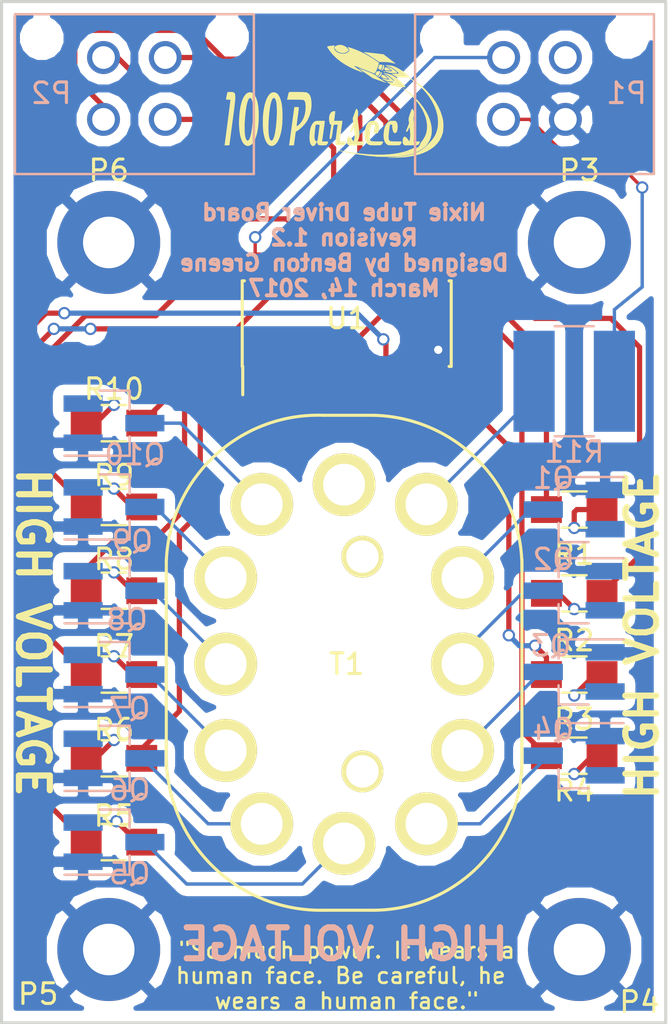
<source format=kicad_pcb>
(kicad_pcb (version 4) (host pcbnew 4.0.2-stable)

  (general
    (links 52)
    (no_connects 0)
    (area 150.895267 25.6358 184.384734 111.3614)
    (thickness 1.6)
    (drawings 9)
    (tracks 191)
    (zones 0)
    (modules 30)
    (nets 39)
  )

  (page A4)
  (layers
    (0 F.Cu signal)
    (31 B.Cu signal)
    (32 B.Adhes user)
    (33 F.Adhes user)
    (34 B.Paste user)
    (35 F.Paste user)
    (36 B.SilkS user)
    (37 F.SilkS user)
    (38 B.Mask user)
    (39 F.Mask user)
    (40 Dwgs.User user)
    (41 Cmts.User user)
    (42 Eco1.User user)
    (43 Eco2.User user)
    (44 Edge.Cuts user)
    (45 Margin user)
    (46 B.CrtYd user)
    (47 F.CrtYd user)
    (48 B.Fab user hide)
    (49 F.Fab user hide)
  )

  (setup
    (last_trace_width 0.254)
    (trace_clearance 0.1016)
    (zone_clearance 0.508)
    (zone_45_only no)
    (trace_min 0.1524)
    (segment_width 0.2)
    (edge_width 0.15)
    (via_size 0.6)
    (via_drill 0.4)
    (via_min_size 0.254)
    (via_min_drill 0.3302)
    (uvia_size 0.3)
    (uvia_drill 0.1)
    (uvias_allowed no)
    (uvia_min_size 0.2)
    (uvia_min_drill 0.1)
    (pcb_text_width 0.3)
    (pcb_text_size 1.5 1.5)
    (mod_edge_width 0.15)
    (mod_text_size 1 1)
    (mod_text_width 0.15)
    (pad_size 2.032 2.032)
    (pad_drill 1.5748)
    (pad_to_mask_clearance 0.2)
    (aux_axis_origin 0 0)
    (visible_elements 7FFEDF7F)
    (pcbplotparams
      (layerselection 0x00030_80000001)
      (usegerberextensions false)
      (excludeedgelayer true)
      (linewidth 0.100000)
      (plotframeref false)
      (viasonmask false)
      (mode 1)
      (useauxorigin false)
      (hpglpennumber 1)
      (hpglpenspeed 20)
      (hpglpendiameter 15)
      (hpglpenoverlay 2)
      (psnegative false)
      (psa4output false)
      (plotreference true)
      (plotvalue true)
      (plotinvisibletext false)
      (padsonsilk false)
      (subtractmaskfromsilk false)
      (outputformat 1)
      (mirror false)
      (drillshape 1)
      (scaleselection 1)
      (outputdirectory ""))
  )

  (net 0 "")
  (net 1 /LV_Bus)
  (net 2 /HV_Bus)
  (net 3 GND)
  (net 4 /Binary_In_C)
  (net 5 /Binary_In_A)
  (net 6 /Binary_In_D)
  (net 7 /Binary_In_B)
  (net 8 "Net-(Q1-Pad2)")
  (net 9 "Net-(Q1-Pad3)")
  (net 10 "Net-(Q2-Pad2)")
  (net 11 "Net-(Q2-Pad3)")
  (net 12 "Net-(Q3-Pad2)")
  (net 13 "Net-(Q3-Pad3)")
  (net 14 "Net-(Q4-Pad2)")
  (net 15 "Net-(Q4-Pad3)")
  (net 16 "Net-(Q5-Pad2)")
  (net 17 "Net-(Q5-Pad3)")
  (net 18 "Net-(Q6-Pad2)")
  (net 19 "Net-(Q6-Pad3)")
  (net 20 "Net-(Q7-Pad2)")
  (net 21 "Net-(Q7-Pad3)")
  (net 22 "Net-(Q8-Pad2)")
  (net 23 "Net-(Q8-Pad3)")
  (net 24 "Net-(Q9-Pad2)")
  (net 25 "Net-(Q9-Pad3)")
  (net 26 "Net-(Q10-Pad2)")
  (net 27 "Net-(Q10-Pad3)")
  (net 28 "Net-(R1-Pad2)")
  (net 29 "Net-(R2-Pad2)")
  (net 30 "Net-(R3-Pad2)")
  (net 31 "Net-(R4-Pad2)")
  (net 32 "Net-(R5-Pad2)")
  (net 33 "Net-(R6-Pad2)")
  (net 34 "Net-(R7-Pad2)")
  (net 35 "Net-(R8-Pad2)")
  (net 36 "Net-(R9-Pad2)")
  (net 37 "Net-(R10-Pad2)")
  (net 38 "Net-(R11-Pad1)")

  (net_class Default "This is the default net class."
    (clearance 0.1016)
    (trace_width 0.254)
    (via_dia 0.6)
    (via_drill 0.4)
    (uvia_dia 0.3)
    (uvia_drill 0.1)
    (add_net /Binary_In_A)
    (add_net /Binary_In_B)
    (add_net /Binary_In_C)
    (add_net /Binary_In_D)
    (add_net "Net-(Q1-Pad2)")
    (add_net "Net-(Q10-Pad2)")
    (add_net "Net-(Q2-Pad2)")
    (add_net "Net-(Q3-Pad2)")
    (add_net "Net-(Q4-Pad2)")
    (add_net "Net-(Q5-Pad2)")
    (add_net "Net-(Q6-Pad2)")
    (add_net "Net-(Q7-Pad2)")
    (add_net "Net-(Q8-Pad2)")
    (add_net "Net-(Q9-Pad2)")
    (add_net "Net-(R1-Pad2)")
    (add_net "Net-(R10-Pad2)")
    (add_net "Net-(R2-Pad2)")
    (add_net "Net-(R3-Pad2)")
    (add_net "Net-(R4-Pad2)")
    (add_net "Net-(R5-Pad2)")
    (add_net "Net-(R6-Pad2)")
    (add_net "Net-(R7-Pad2)")
    (add_net "Net-(R8-Pad2)")
    (add_net "Net-(R9-Pad2)")
  )

  (net_class HV_Power ""
    (clearance 0.4064)
    (trace_width 0.1651)
    (via_dia 0.6)
    (via_drill 0.4)
    (uvia_dia 0.3)
    (uvia_drill 0.1)
    (add_net /HV_Bus)
    (add_net "Net-(Q1-Pad3)")
    (add_net "Net-(Q10-Pad3)")
    (add_net "Net-(Q2-Pad3)")
    (add_net "Net-(Q3-Pad3)")
    (add_net "Net-(Q4-Pad3)")
    (add_net "Net-(Q5-Pad3)")
    (add_net "Net-(Q6-Pad3)")
    (add_net "Net-(Q7-Pad3)")
    (add_net "Net-(Q8-Pad3)")
    (add_net "Net-(Q9-Pad3)")
    (add_net "Net-(R11-Pad1)")
  )

  (net_class LV_Power ""
    (clearance 0.0508)
    (trace_width 0.1651)
    (via_dia 0.6)
    (via_drill 0.4)
    (uvia_dia 0.3)
    (uvia_drill 0.1)
    (add_net /LV_Bus)
    (add_net GND)
  )

  (module Connectors_Molex:Molex_Microfit3_Header_02x02_Straight_43045-0428 (layer B.Cu) (tedit 58CD9854) (tstamp 58C6EE0C)
    (at 175.387 66.421 180)
    (descr "Microfit3 Header Straight 02x02 43045-0428")
    (tags "connector Microfit 02x02 header straight 3mm")
    (path /58C71C1A)
    (fp_text reference P1 (at -5.969 1.27 180) (layer B.SilkS)
      (effects (font (size 1 1) (thickness 0.15)) (justify mirror))
    )
    (fp_text value CONN_01X03 (at -1.524 6.604 180) (layer B.Fab)
      (effects (font (size 1 1) (thickness 0.15)) (justify mirror))
    )
    (fp_line (start 4.5 -2.85) (end 4.5 5.3) (layer B.CrtYd) (width 0.05))
    (fp_line (start 4.5 -2.85) (end -7.5 -2.85) (layer B.CrtYd) (width 0.05))
    (fp_line (start -7.5 -2.85) (end -7.5 5.3) (layer B.CrtYd) (width 0.05))
    (fp_line (start 4.5 5.3) (end -7.5 5.3) (layer B.CrtYd) (width 0.05))
    (fp_line (start 4.3 -2.65) (end 4.3 5.1) (layer B.SilkS) (width 0.12))
    (fp_line (start -7.3 -2.65) (end -7.3 5.1) (layer B.SilkS) (width 0.12))
    (fp_line (start 4.3 -2.65) (end -7.3 -2.65) (layer B.SilkS) (width 0.12))
    (fp_line (start 4.3 5.1) (end -7.3 5.1) (layer B.SilkS) (width 0.12))
    (pad "" np_thru_hole circle (at -6 4 180) (size 1.1 1.1) (drill 1.1) (layers *.Cu *.Mask))
    (pad 1 thru_hole circle (at 0 0 180) (size 1.6 1.6) (drill 1.1) (layers *.Cu *.Mask)
      (net 2 /HV_Bus))
    (pad 2 thru_hole circle (at -3 0 180) (size 1.6 1.6) (drill 1.1) (layers *.Cu *.Mask)
      (net 3 GND))
    (pad 3 thru_hole circle (at 0 3 180) (size 1.6 1.6) (drill 1.1) (layers *.Cu *.Mask)
      (net 1 /LV_Bus))
    (pad 4 thru_hole circle (at -3 3 180) (size 1.6 1.6) (drill 1.1) (layers *.Cu *.Mask))
    (pad "" np_thru_hole circle (at 3 3.94 180) (size 1.1 1.1) (drill 1.1) (layers *.Cu *.Mask))
  )

  (module Resistors_SMD:R_0805_HandSoldering (layer F.Cu) (tedit 58CD97A8) (tstamp 58C6DA4D)
    (at 178.816 85.344 180)
    (descr "Resistor SMD 0805, hand soldering")
    (tags "resistor 0805")
    (path /58C70B1F)
    (attr smd)
    (fp_text reference R1 (at 0 -2.159 180) (layer F.SilkS)
      (effects (font (size 1 1) (thickness 0.15)))
    )
    (fp_text value 10k (at 0 1.75 180) (layer F.Fab)
      (effects (font (size 1 1) (thickness 0.15)))
    )
    (fp_text user %R (at 0 -1.7 180) (layer F.Fab)
      (effects (font (size 1 1) (thickness 0.15)))
    )
    (fp_line (start -1 0.62) (end -1 -0.62) (layer F.Fab) (width 0.1))
    (fp_line (start 1 0.62) (end -1 0.62) (layer F.Fab) (width 0.1))
    (fp_line (start 1 -0.62) (end 1 0.62) (layer F.Fab) (width 0.1))
    (fp_line (start -1 -0.62) (end 1 -0.62) (layer F.Fab) (width 0.1))
    (fp_line (start 0.6 0.88) (end -0.6 0.88) (layer F.SilkS) (width 0.12))
    (fp_line (start -0.6 -0.88) (end 0.6 -0.88) (layer F.SilkS) (width 0.12))
    (fp_line (start -2.35 -0.9) (end 2.35 -0.9) (layer F.CrtYd) (width 0.05))
    (fp_line (start -2.35 -0.9) (end -2.35 0.9) (layer F.CrtYd) (width 0.05))
    (fp_line (start 2.35 0.9) (end 2.35 -0.9) (layer F.CrtYd) (width 0.05))
    (fp_line (start 2.35 0.9) (end -2.35 0.9) (layer F.CrtYd) (width 0.05))
    (pad 1 smd rect (at -1.35 0 180) (size 1.5 1.3) (layers F.Cu F.Paste F.Mask)
      (net 8 "Net-(Q1-Pad2)"))
    (pad 2 smd rect (at 1.35 0 180) (size 1.5 1.3) (layers F.Cu F.Paste F.Mask)
      (net 28 "Net-(R1-Pad2)"))
    (model Resistors_SMD.3dshapes/R_0805.wrl
      (at (xyz 0 0 0))
      (scale (xyz 1 1 1))
      (rotate (xyz 0 0 0))
    )
  )

  (module Resistors_SMD:R_0805_HandSoldering (layer F.Cu) (tedit 58CD97A2) (tstamp 58C6DA53)
    (at 178.816 89.408)
    (descr "Resistor SMD 0805, hand soldering")
    (tags "resistor 0805")
    (path /58C70B26)
    (attr smd)
    (fp_text reference R2 (at 0 2.286) (layer F.SilkS)
      (effects (font (size 1 1) (thickness 0.15)))
    )
    (fp_text value 10k (at 0 1.75) (layer F.Fab)
      (effects (font (size 1 1) (thickness 0.15)))
    )
    (fp_text user %R (at 0 -1.7) (layer F.Fab)
      (effects (font (size 1 1) (thickness 0.15)))
    )
    (fp_line (start -1 0.62) (end -1 -0.62) (layer F.Fab) (width 0.1))
    (fp_line (start 1 0.62) (end -1 0.62) (layer F.Fab) (width 0.1))
    (fp_line (start 1 -0.62) (end 1 0.62) (layer F.Fab) (width 0.1))
    (fp_line (start -1 -0.62) (end 1 -0.62) (layer F.Fab) (width 0.1))
    (fp_line (start 0.6 0.88) (end -0.6 0.88) (layer F.SilkS) (width 0.12))
    (fp_line (start -0.6 -0.88) (end 0.6 -0.88) (layer F.SilkS) (width 0.12))
    (fp_line (start -2.35 -0.9) (end 2.35 -0.9) (layer F.CrtYd) (width 0.05))
    (fp_line (start -2.35 -0.9) (end -2.35 0.9) (layer F.CrtYd) (width 0.05))
    (fp_line (start 2.35 0.9) (end 2.35 -0.9) (layer F.CrtYd) (width 0.05))
    (fp_line (start 2.35 0.9) (end -2.35 0.9) (layer F.CrtYd) (width 0.05))
    (pad 1 smd rect (at -1.35 0) (size 1.5 1.3) (layers F.Cu F.Paste F.Mask)
      (net 10 "Net-(Q2-Pad2)"))
    (pad 2 smd rect (at 1.35 0) (size 1.5 1.3) (layers F.Cu F.Paste F.Mask)
      (net 29 "Net-(R2-Pad2)"))
    (model Resistors_SMD.3dshapes/R_0805.wrl
      (at (xyz 0 0 0))
      (scale (xyz 1 1 1))
      (rotate (xyz 0 0 0))
    )
  )

  (module Resistors_SMD:R_0805_HandSoldering (layer F.Cu) (tedit 58CD979E) (tstamp 58C6DA59)
    (at 178.816 93.345 180)
    (descr "Resistor SMD 0805, hand soldering")
    (tags "resistor 0805")
    (path /58C70B34)
    (attr smd)
    (fp_text reference R3 (at 0 -2.159 180) (layer F.SilkS)
      (effects (font (size 1 1) (thickness 0.15)))
    )
    (fp_text value 10k (at 0 1.75 180) (layer F.Fab)
      (effects (font (size 1 1) (thickness 0.15)))
    )
    (fp_text user %R (at 0 -1.7 180) (layer F.Fab)
      (effects (font (size 1 1) (thickness 0.15)))
    )
    (fp_line (start -1 0.62) (end -1 -0.62) (layer F.Fab) (width 0.1))
    (fp_line (start 1 0.62) (end -1 0.62) (layer F.Fab) (width 0.1))
    (fp_line (start 1 -0.62) (end 1 0.62) (layer F.Fab) (width 0.1))
    (fp_line (start -1 -0.62) (end 1 -0.62) (layer F.Fab) (width 0.1))
    (fp_line (start 0.6 0.88) (end -0.6 0.88) (layer F.SilkS) (width 0.12))
    (fp_line (start -0.6 -0.88) (end 0.6 -0.88) (layer F.SilkS) (width 0.12))
    (fp_line (start -2.35 -0.9) (end 2.35 -0.9) (layer F.CrtYd) (width 0.05))
    (fp_line (start -2.35 -0.9) (end -2.35 0.9) (layer F.CrtYd) (width 0.05))
    (fp_line (start 2.35 0.9) (end 2.35 -0.9) (layer F.CrtYd) (width 0.05))
    (fp_line (start 2.35 0.9) (end -2.35 0.9) (layer F.CrtYd) (width 0.05))
    (pad 1 smd rect (at -1.35 0 180) (size 1.5 1.3) (layers F.Cu F.Paste F.Mask)
      (net 12 "Net-(Q3-Pad2)"))
    (pad 2 smd rect (at 1.35 0 180) (size 1.5 1.3) (layers F.Cu F.Paste F.Mask)
      (net 30 "Net-(R3-Pad2)"))
    (model Resistors_SMD.3dshapes/R_0805.wrl
      (at (xyz 0 0 0))
      (scale (xyz 1 1 1))
      (rotate (xyz 0 0 0))
    )
  )

  (module Resistors_SMD:R_0805_HandSoldering (layer F.Cu) (tedit 58AADA1D) (tstamp 58C6DA5F)
    (at 178.816 97.282 180)
    (descr "Resistor SMD 0805, hand soldering")
    (tags "resistor 0805")
    (path /58C70B2D)
    (attr smd)
    (fp_text reference R4 (at 0 -1.7 180) (layer F.SilkS)
      (effects (font (size 1 1) (thickness 0.15)))
    )
    (fp_text value 10k (at 0 1.75 180) (layer F.Fab)
      (effects (font (size 1 1) (thickness 0.15)))
    )
    (fp_text user %R (at 0 -1.7 180) (layer F.Fab)
      (effects (font (size 1 1) (thickness 0.15)))
    )
    (fp_line (start -1 0.62) (end -1 -0.62) (layer F.Fab) (width 0.1))
    (fp_line (start 1 0.62) (end -1 0.62) (layer F.Fab) (width 0.1))
    (fp_line (start 1 -0.62) (end 1 0.62) (layer F.Fab) (width 0.1))
    (fp_line (start -1 -0.62) (end 1 -0.62) (layer F.Fab) (width 0.1))
    (fp_line (start 0.6 0.88) (end -0.6 0.88) (layer F.SilkS) (width 0.12))
    (fp_line (start -0.6 -0.88) (end 0.6 -0.88) (layer F.SilkS) (width 0.12))
    (fp_line (start -2.35 -0.9) (end 2.35 -0.9) (layer F.CrtYd) (width 0.05))
    (fp_line (start -2.35 -0.9) (end -2.35 0.9) (layer F.CrtYd) (width 0.05))
    (fp_line (start 2.35 0.9) (end 2.35 -0.9) (layer F.CrtYd) (width 0.05))
    (fp_line (start 2.35 0.9) (end -2.35 0.9) (layer F.CrtYd) (width 0.05))
    (pad 1 smd rect (at -1.35 0 180) (size 1.5 1.3) (layers F.Cu F.Paste F.Mask)
      (net 14 "Net-(Q4-Pad2)"))
    (pad 2 smd rect (at 1.35 0 180) (size 1.5 1.3) (layers F.Cu F.Paste F.Mask)
      (net 31 "Net-(R4-Pad2)"))
    (model Resistors_SMD.3dshapes/R_0805.wrl
      (at (xyz 0 0 0))
      (scale (xyz 1 1 1))
      (rotate (xyz 0 0 0))
    )
  )

  (module Resistors_SMD:R_0805_HandSoldering (layer F.Cu) (tedit 58CD9822) (tstamp 58C6DA65)
    (at 156.464 101.473 180)
    (descr "Resistor SMD 0805, hand soldering")
    (tags "resistor 0805")
    (path /58C70B50)
    (attr smd)
    (fp_text reference R5 (at 0 1.27 180) (layer F.SilkS)
      (effects (font (size 1 1) (thickness 0.15)))
    )
    (fp_text value 10k (at 0 1.75 180) (layer F.Fab)
      (effects (font (size 1 1) (thickness 0.15)))
    )
    (fp_text user %R (at 0 -1.7 180) (layer F.Fab)
      (effects (font (size 1 1) (thickness 0.15)))
    )
    (fp_line (start -1 0.62) (end -1 -0.62) (layer F.Fab) (width 0.1))
    (fp_line (start 1 0.62) (end -1 0.62) (layer F.Fab) (width 0.1))
    (fp_line (start 1 -0.62) (end 1 0.62) (layer F.Fab) (width 0.1))
    (fp_line (start -1 -0.62) (end 1 -0.62) (layer F.Fab) (width 0.1))
    (fp_line (start 0.6 0.88) (end -0.6 0.88) (layer F.SilkS) (width 0.12))
    (fp_line (start -0.6 -0.88) (end 0.6 -0.88) (layer F.SilkS) (width 0.12))
    (fp_line (start -2.35 -0.9) (end 2.35 -0.9) (layer F.CrtYd) (width 0.05))
    (fp_line (start -2.35 -0.9) (end -2.35 0.9) (layer F.CrtYd) (width 0.05))
    (fp_line (start 2.35 0.9) (end 2.35 -0.9) (layer F.CrtYd) (width 0.05))
    (fp_line (start 2.35 0.9) (end -2.35 0.9) (layer F.CrtYd) (width 0.05))
    (pad 1 smd rect (at -1.35 0 180) (size 1.5 1.3) (layers F.Cu F.Paste F.Mask)
      (net 16 "Net-(Q5-Pad2)"))
    (pad 2 smd rect (at 1.35 0 180) (size 1.5 1.3) (layers F.Cu F.Paste F.Mask)
      (net 32 "Net-(R5-Pad2)"))
    (model Resistors_SMD.3dshapes/R_0805.wrl
      (at (xyz 0 0 0))
      (scale (xyz 1 1 1))
      (rotate (xyz 0 0 0))
    )
  )

  (module Resistors_SMD:R_0805_HandSoldering (layer F.Cu) (tedit 58CD9815) (tstamp 58C6DA6B)
    (at 156.464 97.409)
    (descr "Resistor SMD 0805, hand soldering")
    (tags "resistor 0805")
    (path /58C70B49)
    (attr smd)
    (fp_text reference R6 (at 0 -1.397 180) (layer F.SilkS)
      (effects (font (size 1 1) (thickness 0.15)))
    )
    (fp_text value 10k (at 0 1.75) (layer F.Fab)
      (effects (font (size 1 1) (thickness 0.15)))
    )
    (fp_text user %R (at 0 -1.7) (layer F.Fab)
      (effects (font (size 1 1) (thickness 0.15)))
    )
    (fp_line (start -1 0.62) (end -1 -0.62) (layer F.Fab) (width 0.1))
    (fp_line (start 1 0.62) (end -1 0.62) (layer F.Fab) (width 0.1))
    (fp_line (start 1 -0.62) (end 1 0.62) (layer F.Fab) (width 0.1))
    (fp_line (start -1 -0.62) (end 1 -0.62) (layer F.Fab) (width 0.1))
    (fp_line (start 0.6 0.88) (end -0.6 0.88) (layer F.SilkS) (width 0.12))
    (fp_line (start -0.6 -0.88) (end 0.6 -0.88) (layer F.SilkS) (width 0.12))
    (fp_line (start -2.35 -0.9) (end 2.35 -0.9) (layer F.CrtYd) (width 0.05))
    (fp_line (start -2.35 -0.9) (end -2.35 0.9) (layer F.CrtYd) (width 0.05))
    (fp_line (start 2.35 0.9) (end 2.35 -0.9) (layer F.CrtYd) (width 0.05))
    (fp_line (start 2.35 0.9) (end -2.35 0.9) (layer F.CrtYd) (width 0.05))
    (pad 1 smd rect (at -1.35 0) (size 1.5 1.3) (layers F.Cu F.Paste F.Mask)
      (net 18 "Net-(Q6-Pad2)"))
    (pad 2 smd rect (at 1.35 0) (size 1.5 1.3) (layers F.Cu F.Paste F.Mask)
      (net 33 "Net-(R6-Pad2)"))
    (model Resistors_SMD.3dshapes/R_0805.wrl
      (at (xyz 0 0 0))
      (scale (xyz 1 1 1))
      (rotate (xyz 0 0 0))
    )
  )

  (module Resistors_SMD:R_0805_HandSoldering (layer F.Cu) (tedit 58CD980D) (tstamp 58C6DA71)
    (at 156.464 93.345 180)
    (descr "Resistor SMD 0805, hand soldering")
    (tags "resistor 0805")
    (path /58C70B42)
    (attr smd)
    (fp_text reference R7 (at 0 1.397 360) (layer F.SilkS)
      (effects (font (size 1 1) (thickness 0.15)))
    )
    (fp_text value 10k (at 0 1.75 180) (layer F.Fab)
      (effects (font (size 1 1) (thickness 0.15)))
    )
    (fp_text user %R (at 0 -1.7 180) (layer F.Fab)
      (effects (font (size 1 1) (thickness 0.15)))
    )
    (fp_line (start -1 0.62) (end -1 -0.62) (layer F.Fab) (width 0.1))
    (fp_line (start 1 0.62) (end -1 0.62) (layer F.Fab) (width 0.1))
    (fp_line (start 1 -0.62) (end 1 0.62) (layer F.Fab) (width 0.1))
    (fp_line (start -1 -0.62) (end 1 -0.62) (layer F.Fab) (width 0.1))
    (fp_line (start 0.6 0.88) (end -0.6 0.88) (layer F.SilkS) (width 0.12))
    (fp_line (start -0.6 -0.88) (end 0.6 -0.88) (layer F.SilkS) (width 0.12))
    (fp_line (start -2.35 -0.9) (end 2.35 -0.9) (layer F.CrtYd) (width 0.05))
    (fp_line (start -2.35 -0.9) (end -2.35 0.9) (layer F.CrtYd) (width 0.05))
    (fp_line (start 2.35 0.9) (end 2.35 -0.9) (layer F.CrtYd) (width 0.05))
    (fp_line (start 2.35 0.9) (end -2.35 0.9) (layer F.CrtYd) (width 0.05))
    (pad 1 smd rect (at -1.35 0 180) (size 1.5 1.3) (layers F.Cu F.Paste F.Mask)
      (net 20 "Net-(Q7-Pad2)"))
    (pad 2 smd rect (at 1.35 0 180) (size 1.5 1.3) (layers F.Cu F.Paste F.Mask)
      (net 34 "Net-(R7-Pad2)"))
    (model Resistors_SMD.3dshapes/R_0805.wrl
      (at (xyz 0 0 0))
      (scale (xyz 1 1 1))
      (rotate (xyz 0 0 0))
    )
  )

  (module Resistors_SMD:R_0805_HandSoldering (layer F.Cu) (tedit 58C8294C) (tstamp 58C6DA77)
    (at 156.464 89.281 180)
    (descr "Resistor SMD 0805, hand soldering")
    (tags "resistor 0805")
    (path /58C70B3B)
    (attr smd)
    (fp_text reference R8 (at 0 1.524 360) (layer F.SilkS)
      (effects (font (size 1 1) (thickness 0.15)))
    )
    (fp_text value 10k (at 0 1.75 180) (layer F.Fab)
      (effects (font (size 1 1) (thickness 0.15)))
    )
    (fp_text user %R (at 0 -1.7 180) (layer F.Fab)
      (effects (font (size 1 1) (thickness 0.15)))
    )
    (fp_line (start -1 0.62) (end -1 -0.62) (layer F.Fab) (width 0.1))
    (fp_line (start 1 0.62) (end -1 0.62) (layer F.Fab) (width 0.1))
    (fp_line (start 1 -0.62) (end 1 0.62) (layer F.Fab) (width 0.1))
    (fp_line (start -1 -0.62) (end 1 -0.62) (layer F.Fab) (width 0.1))
    (fp_line (start 0.6 0.88) (end -0.6 0.88) (layer F.SilkS) (width 0.12))
    (fp_line (start -0.6 -0.88) (end 0.6 -0.88) (layer F.SilkS) (width 0.12))
    (fp_line (start -2.35 -0.9) (end 2.35 -0.9) (layer F.CrtYd) (width 0.05))
    (fp_line (start -2.35 -0.9) (end -2.35 0.9) (layer F.CrtYd) (width 0.05))
    (fp_line (start 2.35 0.9) (end 2.35 -0.9) (layer F.CrtYd) (width 0.05))
    (fp_line (start 2.35 0.9) (end -2.35 0.9) (layer F.CrtYd) (width 0.05))
    (pad 1 smd rect (at -1.35 0 180) (size 1.5 1.3) (layers F.Cu F.Paste F.Mask)
      (net 22 "Net-(Q8-Pad2)"))
    (pad 2 smd rect (at 1.35 0 180) (size 1.5 1.3) (layers F.Cu F.Paste F.Mask)
      (net 35 "Net-(R8-Pad2)"))
    (model Resistors_SMD.3dshapes/R_0805.wrl
      (at (xyz 0 0 0))
      (scale (xyz 1 1 1))
      (rotate (xyz 0 0 0))
    )
  )

  (module Resistors_SMD:R_0805_HandSoldering (layer F.Cu) (tedit 58CD97F8) (tstamp 58C6DA7D)
    (at 156.464 85.217 180)
    (descr "Resistor SMD 0805, hand soldering")
    (tags "resistor 0805")
    (path /58C70B11)
    (attr smd)
    (fp_text reference R9 (at 0 1.524 360) (layer F.SilkS)
      (effects (font (size 1 1) (thickness 0.15)))
    )
    (fp_text value 10k (at 0 1.75 180) (layer F.Fab)
      (effects (font (size 1 1) (thickness 0.15)))
    )
    (fp_text user %R (at 0 -1.7 180) (layer F.Fab)
      (effects (font (size 1 1) (thickness 0.15)))
    )
    (fp_line (start -1 0.62) (end -1 -0.62) (layer F.Fab) (width 0.1))
    (fp_line (start 1 0.62) (end -1 0.62) (layer F.Fab) (width 0.1))
    (fp_line (start 1 -0.62) (end 1 0.62) (layer F.Fab) (width 0.1))
    (fp_line (start -1 -0.62) (end 1 -0.62) (layer F.Fab) (width 0.1))
    (fp_line (start 0.6 0.88) (end -0.6 0.88) (layer F.SilkS) (width 0.12))
    (fp_line (start -0.6 -0.88) (end 0.6 -0.88) (layer F.SilkS) (width 0.12))
    (fp_line (start -2.35 -0.9) (end 2.35 -0.9) (layer F.CrtYd) (width 0.05))
    (fp_line (start -2.35 -0.9) (end -2.35 0.9) (layer F.CrtYd) (width 0.05))
    (fp_line (start 2.35 0.9) (end 2.35 -0.9) (layer F.CrtYd) (width 0.05))
    (fp_line (start 2.35 0.9) (end -2.35 0.9) (layer F.CrtYd) (width 0.05))
    (pad 1 smd rect (at -1.35 0 180) (size 1.5 1.3) (layers F.Cu F.Paste F.Mask)
      (net 24 "Net-(Q9-Pad2)"))
    (pad 2 smd rect (at 1.35 0 180) (size 1.5 1.3) (layers F.Cu F.Paste F.Mask)
      (net 36 "Net-(R9-Pad2)"))
    (model Resistors_SMD.3dshapes/R_0805.wrl
      (at (xyz 0 0 0))
      (scale (xyz 1 1 1))
      (rotate (xyz 0 0 0))
    )
  )

  (module Resistors_SMD:R_0805_HandSoldering (layer F.Cu) (tedit 58CD97EE) (tstamp 58C6DA83)
    (at 156.464 81.153)
    (descr "Resistor SMD 0805, hand soldering")
    (tags "resistor 0805")
    (path /58C70B18)
    (attr smd)
    (fp_text reference R10 (at 0 -1.651 180) (layer F.SilkS)
      (effects (font (size 1 1) (thickness 0.15)))
    )
    (fp_text value 10k (at 0 1.75) (layer F.Fab)
      (effects (font (size 1 1) (thickness 0.15)))
    )
    (fp_text user %R (at 0 -1.7) (layer F.Fab)
      (effects (font (size 1 1) (thickness 0.15)))
    )
    (fp_line (start -1 0.62) (end -1 -0.62) (layer F.Fab) (width 0.1))
    (fp_line (start 1 0.62) (end -1 0.62) (layer F.Fab) (width 0.1))
    (fp_line (start 1 -0.62) (end 1 0.62) (layer F.Fab) (width 0.1))
    (fp_line (start -1 -0.62) (end 1 -0.62) (layer F.Fab) (width 0.1))
    (fp_line (start 0.6 0.88) (end -0.6 0.88) (layer F.SilkS) (width 0.12))
    (fp_line (start -0.6 -0.88) (end 0.6 -0.88) (layer F.SilkS) (width 0.12))
    (fp_line (start -2.35 -0.9) (end 2.35 -0.9) (layer F.CrtYd) (width 0.05))
    (fp_line (start -2.35 -0.9) (end -2.35 0.9) (layer F.CrtYd) (width 0.05))
    (fp_line (start 2.35 0.9) (end 2.35 -0.9) (layer F.CrtYd) (width 0.05))
    (fp_line (start 2.35 0.9) (end -2.35 0.9) (layer F.CrtYd) (width 0.05))
    (pad 1 smd rect (at -1.35 0) (size 1.5 1.3) (layers F.Cu F.Paste F.Mask)
      (net 26 "Net-(Q10-Pad2)"))
    (pad 2 smd rect (at 1.35 0) (size 1.5 1.3) (layers F.Cu F.Paste F.Mask)
      (net 37 "Net-(R10-Pad2)"))
    (model Resistors_SMD.3dshapes/R_0805.wrl
      (at (xyz 0 0 0))
      (scale (xyz 1 1 1))
      (rotate (xyz 0 0 0))
    )
  )

  (module Resistors_SMD:R_1218_HandSoldering (layer B.Cu) (tedit 58CD97AE) (tstamp 58C6DA89)
    (at 178.816 79.121)
    (descr "Resistor SMD 1218, hand soldering")
    (tags "resistor 1218")
    (path /58C70B09)
    (attr smd)
    (fp_text reference R11 (at 0 3.429) (layer B.SilkS)
      (effects (font (size 1 1) (thickness 0.15)) (justify mirror))
    )
    (fp_text value 15k (at 0 -3.55) (layer B.Fab)
      (effects (font (size 1 1) (thickness 0.15)) (justify mirror))
    )
    (fp_text user %R (at 0 0) (layer B.Fab)
      (effects (font (size 1 1) (thickness 0.15)) (justify mirror))
    )
    (fp_line (start -1.6 -2.3) (end -1.6 2.3) (layer B.Fab) (width 0.1))
    (fp_line (start 1.6 -2.3) (end -1.6 -2.3) (layer B.Fab) (width 0.1))
    (fp_line (start 1.6 2.3) (end 1.6 -2.3) (layer B.Fab) (width 0.1))
    (fp_line (start -1.6 2.3) (end 1.6 2.3) (layer B.Fab) (width 0.1))
    (fp_line (start 0.95 -2.67) (end -0.95 -2.67) (layer B.SilkS) (width 0.12))
    (fp_line (start -0.95 2.67) (end 0.95 2.67) (layer B.SilkS) (width 0.12))
    (fp_line (start -3.2 2.7) (end 3.2 2.7) (layer B.CrtYd) (width 0.05))
    (fp_line (start -3.2 2.7) (end -3.2 -2.7) (layer B.CrtYd) (width 0.05))
    (fp_line (start 3.2 -2.7) (end 3.2 2.7) (layer B.CrtYd) (width 0.05))
    (fp_line (start 3.2 -2.7) (end -3.2 -2.7) (layer B.CrtYd) (width 0.05))
    (pad 1 smd rect (at -1.95 0) (size 2 4.9) (layers B.Cu B.Paste B.Mask)
      (net 38 "Net-(R11-Pad1)"))
    (pad 2 smd rect (at 1.95 0) (size 2 4.9) (layers B.Cu B.Paste B.Mask)
      (net 2 /HV_Bus))
    (model Resistors_SMD.3dshapes/R_1218.wrl
      (at (xyz 0 0 0))
      (scale (xyz 1 1 1))
      (rotate (xyz 0 0 0))
    )
  )

  (module Housings_SOIC:SOIC-16_3.9x9.9mm_Pitch1.27mm (layer F.Cu) (tedit 58C81B20) (tstamp 58C6DAAE)
    (at 167.767 76.327 90)
    (descr "16-Lead Plastic Small Outline (SL) - Narrow, 3.90 mm Body [SOIC] (see Microchip Packaging Specification 00000049BS.pdf)")
    (tags "SOIC 1.27")
    (path /58C70B5D)
    (attr smd)
    (fp_text reference U1 (at 0.254 0 180) (layer F.SilkS)
      (effects (font (size 1 1) (thickness 0.15)))
    )
    (fp_text value CD4028 (at 0 6 90) (layer F.Fab)
      (effects (font (size 1 1) (thickness 0.15)))
    )
    (fp_line (start -0.95 -4.95) (end 1.95 -4.95) (layer F.Fab) (width 0.15))
    (fp_line (start 1.95 -4.95) (end 1.95 4.95) (layer F.Fab) (width 0.15))
    (fp_line (start 1.95 4.95) (end -1.95 4.95) (layer F.Fab) (width 0.15))
    (fp_line (start -1.95 4.95) (end -1.95 -3.95) (layer F.Fab) (width 0.15))
    (fp_line (start -1.95 -3.95) (end -0.95 -4.95) (layer F.Fab) (width 0.15))
    (fp_line (start -3.7 -5.25) (end -3.7 5.25) (layer F.CrtYd) (width 0.05))
    (fp_line (start 3.7 -5.25) (end 3.7 5.25) (layer F.CrtYd) (width 0.05))
    (fp_line (start -3.7 -5.25) (end 3.7 -5.25) (layer F.CrtYd) (width 0.05))
    (fp_line (start -3.7 5.25) (end 3.7 5.25) (layer F.CrtYd) (width 0.05))
    (fp_line (start -2.075 -5.075) (end -2.075 -5.05) (layer F.SilkS) (width 0.15))
    (fp_line (start 2.075 -5.075) (end 2.075 -4.97) (layer F.SilkS) (width 0.15))
    (fp_line (start 2.075 5.075) (end 2.075 4.97) (layer F.SilkS) (width 0.15))
    (fp_line (start -2.075 5.075) (end -2.075 4.97) (layer F.SilkS) (width 0.15))
    (fp_line (start -2.075 -5.075) (end 2.075 -5.075) (layer F.SilkS) (width 0.15))
    (fp_line (start -2.075 5.075) (end 2.075 5.075) (layer F.SilkS) (width 0.15))
    (fp_line (start -2.075 -5.05) (end -3.45 -5.05) (layer F.SilkS) (width 0.15))
    (pad 1 smd rect (at -2.7 -4.445 90) (size 1.5 0.6) (layers F.Cu F.Paste F.Mask)
      (net 33 "Net-(R6-Pad2)"))
    (pad 2 smd rect (at -2.7 -3.175 90) (size 1.5 0.6) (layers F.Cu F.Paste F.Mask)
      (net 35 "Net-(R8-Pad2)"))
    (pad 3 smd rect (at -2.7 -1.905 90) (size 1.5 0.6) (layers F.Cu F.Paste F.Mask)
      (net 37 "Net-(R10-Pad2)"))
    (pad 4 smd rect (at -2.7 -0.635 90) (size 1.5 0.6) (layers F.Cu F.Paste F.Mask)
      (net 30 "Net-(R3-Pad2)"))
    (pad 5 smd rect (at -2.7 0.635 90) (size 1.5 0.6) (layers F.Cu F.Paste F.Mask)
      (net 28 "Net-(R1-Pad2)"))
    (pad 6 smd rect (at -2.7 1.905 90) (size 1.5 0.6) (layers F.Cu F.Paste F.Mask)
      (net 32 "Net-(R5-Pad2)"))
    (pad 7 smd rect (at -2.7 3.175 90) (size 1.5 0.6) (layers F.Cu F.Paste F.Mask)
      (net 31 "Net-(R4-Pad2)"))
    (pad 8 smd rect (at -2.7 4.445 90) (size 1.5 0.6) (layers F.Cu F.Paste F.Mask)
      (net 3 GND))
    (pad 9 smd rect (at 2.7 4.445 90) (size 1.5 0.6) (layers F.Cu F.Paste F.Mask)
      (net 29 "Net-(R2-Pad2)"))
    (pad 10 smd rect (at 2.7 3.175 90) (size 1.5 0.6) (layers F.Cu F.Paste F.Mask)
      (net 5 /Binary_In_A))
    (pad 11 smd rect (at 2.7 1.905 90) (size 1.5 0.6) (layers F.Cu F.Paste F.Mask)
      (net 6 /Binary_In_D))
    (pad 12 smd rect (at 2.7 0.635 90) (size 1.5 0.6) (layers F.Cu F.Paste F.Mask)
      (net 4 /Binary_In_C))
    (pad 13 smd rect (at 2.7 -0.635 90) (size 1.5 0.6) (layers F.Cu F.Paste F.Mask)
      (net 7 /Binary_In_B))
    (pad 14 smd rect (at 2.7 -1.905 90) (size 1.5 0.6) (layers F.Cu F.Paste F.Mask)
      (net 36 "Net-(R9-Pad2)"))
    (pad 15 smd rect (at 2.7 -3.175 90) (size 1.5 0.6) (layers F.Cu F.Paste F.Mask)
      (net 34 "Net-(R7-Pad2)"))
    (pad 16 smd rect (at 2.7 -4.445 90) (size 1.5 0.6) (layers F.Cu F.Paste F.Mask)
      (net 1 /LV_Bus))
    (model Housings_SOIC.3dshapes/SOIC-16_3.9x9.9mm_Pitch1.27mm.wrl
      (at (xyz 0 0 0))
      (scale (xyz 1 1 1))
      (rotate (xyz 0 0 0))
    )
  )

  (module Connectors_Molex:Molex_Microfit3_Header_02x02_Straight_43045-0428 (layer B.Cu) (tedit 58CD9850) (tstamp 58C6EE15)
    (at 155.956 66.421 180)
    (descr "Microfit3 Header Straight 02x02 43045-0428")
    (tags "connector Microfit 02x02 header straight 3mm")
    (path /58C71C97)
    (fp_text reference P2 (at 2.54 1.27 180) (layer B.SilkS)
      (effects (font (size 1 1) (thickness 0.15)) (justify mirror))
    )
    (fp_text value CONN_01X04 (at -1.27 6.096 180) (layer B.Fab)
      (effects (font (size 1 1) (thickness 0.15)) (justify mirror))
    )
    (fp_line (start 4.5 -2.85) (end 4.5 5.3) (layer B.CrtYd) (width 0.05))
    (fp_line (start 4.5 -2.85) (end -7.5 -2.85) (layer B.CrtYd) (width 0.05))
    (fp_line (start -7.5 -2.85) (end -7.5 5.3) (layer B.CrtYd) (width 0.05))
    (fp_line (start 4.5 5.3) (end -7.5 5.3) (layer B.CrtYd) (width 0.05))
    (fp_line (start 4.3 -2.65) (end 4.3 5.1) (layer B.SilkS) (width 0.12))
    (fp_line (start -7.3 -2.65) (end -7.3 5.1) (layer B.SilkS) (width 0.12))
    (fp_line (start 4.3 -2.65) (end -7.3 -2.65) (layer B.SilkS) (width 0.12))
    (fp_line (start 4.3 5.1) (end -7.3 5.1) (layer B.SilkS) (width 0.12))
    (pad "" np_thru_hole circle (at -6 4 180) (size 1.1 1.1) (drill 1.1) (layers *.Cu *.Mask))
    (pad 1 thru_hole circle (at 0 0 180) (size 1.6 1.6) (drill 1.1) (layers *.Cu *.Mask)
      (net 5 /Binary_In_A))
    (pad 2 thru_hole circle (at -3 0 180) (size 1.6 1.6) (drill 1.1) (layers *.Cu *.Mask)
      (net 7 /Binary_In_B))
    (pad 3 thru_hole circle (at 0 3 180) (size 1.6 1.6) (drill 1.1) (layers *.Cu *.Mask)
      (net 4 /Binary_In_C))
    (pad 4 thru_hole circle (at -3 3 180) (size 1.6 1.6) (drill 1.1) (layers *.Cu *.Mask)
      (net 6 /Binary_In_D))
    (pad "" np_thru_hole circle (at 3 3.94 180) (size 1.1 1.1) (drill 1.1) (layers *.Cu *.Mask))
  )

  (module Logos:100Parsecs_Small (layer F.Cu) (tedit 58CD933B) (tstamp 58C82312)
    (at 167.132 65.532)
    (fp_text reference "" (at -14.351 -37.973) (layer F.SilkS) hide
      (effects (font (thickness 0.3)))
    )
    (fp_text value LOGO (at 0.75 0) (layer F.SilkS) hide
      (effects (font (thickness 0.3)))
    )
    (fp_poly (pts (xy 3.678512 -1.124465) (xy 3.71486 -1.108475) (xy 3.766784 -1.08035) (xy 3.830711 -1.042385)
      (xy 3.903063 -0.996878) (xy 3.980265 -0.946126) (xy 4.058742 -0.892427) (xy 4.134918 -0.838078)
      (xy 4.205218 -0.785375) (xy 4.261555 -0.74038) (xy 4.327596 -0.682352) (xy 4.404597 -0.609633)
      (xy 4.48742 -0.527549) (xy 4.570927 -0.441425) (xy 4.649979 -0.356587) (xy 4.719438 -0.278359)
      (xy 4.774168 -0.212069) (xy 4.785268 -0.197555) (xy 4.949048 0.040402) (xy 5.084733 0.279159)
      (xy 5.192445 0.518969) (xy 5.272305 0.760085) (xy 5.300461 0.874889) (xy 5.314857 0.964714)
      (xy 5.323722 1.071166) (xy 5.327126 1.18638) (xy 5.325139 1.30249) (xy 5.317829 1.411631)
      (xy 5.305267 1.505937) (xy 5.294463 1.555023) (xy 5.231351 1.735488) (xy 5.143973 1.90179)
      (xy 5.032562 2.053779) (xy 4.89735 2.191304) (xy 4.738569 2.314216) (xy 4.556452 2.422364)
      (xy 4.35123 2.515598) (xy 4.123136 2.593768) (xy 3.872402 2.656722) (xy 3.599261 2.704311)
      (xy 3.498668 2.717279) (xy 3.415813 2.7251) (xy 3.309985 2.731982) (xy 3.186425 2.737682)
      (xy 3.050375 2.741955) (xy 2.913944 2.744475) (xy 2.800033 2.745849) (xy 2.713388 2.746801)
      (xy 2.653057 2.747278) (xy 2.618087 2.747228) (xy 2.607525 2.746595) (xy 2.620418 2.745326)
      (xy 2.655814 2.743368) (xy 2.712758 2.740667) (xy 2.786944 2.737319) (xy 3.036225 2.722007)
      (xy 3.261425 2.699097) (xy 3.465826 2.667901) (xy 3.652711 2.627736) (xy 3.825361 2.577915)
      (xy 3.987058 2.517753) (xy 4.113748 2.460239) (xy 4.188906 2.421171) (xy 4.256868 2.380545)
      (xy 4.322625 2.334558) (xy 4.391169 2.279408) (xy 4.467488 2.211293) (xy 4.556575 2.126408)
      (xy 4.573381 2.110005) (xy 4.69019 1.990816) (xy 4.78579 1.881467) (xy 4.863167 1.777268)
      (xy 4.925306 1.67353) (xy 4.975193 1.565561) (xy 5.015812 1.448673) (xy 5.032864 1.388136)
      (xy 5.05718 1.263419) (xy 5.07026 1.121868) (xy 5.07201 0.972578) (xy 5.06234 0.824642)
      (xy 5.041157 0.687156) (xy 5.04001 0.681731) (xy 4.9762 0.448912) (xy 4.885727 0.21913)
      (xy 4.770136 -0.005503) (xy 4.630972 -0.222874) (xy 4.46978 -0.43087) (xy 4.288104 -0.627377)
      (xy 4.087488 -0.810283) (xy 3.869478 -0.977475) (xy 3.785483 -1.034427) (xy 3.733781 -1.069167)
      (xy 3.692939 -1.098267) (xy 3.667469 -1.118399) (xy 3.661316 -1.12602) (xy 3.678512 -1.124465)) (layer F.SilkS) (width 0.01))
    (fp_poly (pts (xy 3.369288 -0.612317) (xy 3.397776 -0.596177) (xy 3.43784 -0.57162) (xy 3.439583 -0.57052)
      (xy 3.585867 -0.469894) (xy 3.738232 -0.350111) (xy 3.889989 -0.217183) (xy 4.034451 -0.077121)
      (xy 4.164928 0.064063) (xy 4.223523 0.134056) (xy 4.369895 0.330379) (xy 4.493294 0.52655)
      (xy 4.593648 0.721299) (xy 4.670886 0.913353) (xy 4.724936 1.10144) (xy 4.755725 1.284288)
      (xy 4.763183 1.460626) (xy 4.747236 1.62918) (xy 4.707814 1.78868) (xy 4.644844 1.937854)
      (xy 4.558255 2.075428) (xy 4.447974 2.200132) (xy 4.345199 2.287847) (xy 4.203888 2.383524)
      (xy 4.050024 2.465617) (xy 3.880523 2.535279) (xy 3.692304 2.593661) (xy 3.482282 2.641917)
      (xy 3.323166 2.669893) (xy 3.265042 2.678345) (xy 3.207001 2.685129) (xy 3.144804 2.690457)
      (xy 3.074207 2.694541) (xy 2.990968 2.697592) (xy 2.890845 2.699823) (xy 2.769596 2.701445)
      (xy 2.674055 2.702299) (xy 2.559059 2.703011) (xy 2.450476 2.703349) (xy 2.352217 2.703326)
      (xy 2.268198 2.702955) (xy 2.20233 2.70225) (xy 2.158528 2.701224) (xy 2.144889 2.700496)
      (xy 1.69839 2.655821) (xy 1.274271 2.599567) (xy 0.910166 2.538912) (xy 0.81754 2.521539)
      (xy 0.719732 2.502547) (xy 0.620527 2.482738) (xy 0.523706 2.462915) (xy 0.433054 2.443878)
      (xy 0.352354 2.426431) (xy 0.28539 2.411375) (xy 0.235943 2.399512) (xy 0.207798 2.391644)
      (xy 0.202784 2.388957) (xy 0.217658 2.389625) (xy 0.255675 2.394687) (xy 0.31222 2.403436)
      (xy 0.382679 2.415165) (xy 0.446154 2.426253) (xy 0.851723 2.492361) (xy 1.239202 2.543072)
      (xy 1.608022 2.578408) (xy 1.957617 2.598386) (xy 2.287416 2.603028) (xy 2.596852 2.592352)
      (xy 2.885357 2.566379) (xy 3.152362 2.525129) (xy 3.397298 2.46862) (xy 3.619598 2.396874)
      (xy 3.818694 2.30991) (xy 3.821077 2.308704) (xy 3.893872 2.280628) (xy 3.969555 2.271898)
      (xy 3.972509 2.271889) (xy 4.025143 2.268026) (xy 4.072724 2.258158) (xy 4.092374 2.250644)
      (xy 4.12724 2.221948) (xy 4.162938 2.175758) (xy 4.192972 2.121831) (xy 4.209967 2.073989)
      (xy 4.222337 2.047051) (xy 4.248249 2.005971) (xy 4.282934 1.958082) (xy 4.297174 1.939933)
      (xy 4.366977 1.841066) (xy 4.429222 1.730278) (xy 4.478792 1.617657) (xy 4.508118 1.524)
      (xy 4.536613 1.345007) (xy 4.538548 1.159328) (xy 4.514378 0.968436) (xy 4.46456 0.773802)
      (xy 4.38955 0.576899) (xy 4.289806 0.3792) (xy 4.165784 0.182175) (xy 4.039826 0.014111)
      (xy 3.974673 -0.06138) (xy 3.893069 -0.147886) (xy 3.801159 -0.239515) (xy 3.70509 -0.330374)
      (xy 3.611007 -0.414571) (xy 3.525057 -0.486212) (xy 3.488972 -0.514053) (xy 3.437565 -0.552825)
      (xy 3.395691 -0.585205) (xy 3.367837 -0.60767) (xy 3.358444 -0.616595) (xy 3.369288 -0.612317)) (layer F.SilkS) (width 0.01))
    (fp_poly (pts (xy 0.17874 2.375371) (xy 0.176803 2.38376) (xy 0.169333 2.384778) (xy 0.157718 2.379615)
      (xy 0.159926 2.375371) (xy 0.176672 2.373682) (xy 0.17874 2.375371)) (layer F.SilkS) (width 0.01))
    (fp_poly (pts (xy -0.532579 0.960638) (xy -0.480323 0.962736) (xy -0.445306 0.966172) (xy -0.433555 0.970139)
      (xy -0.434288 0.985743) (xy -0.438515 1.02568) (xy -0.445757 1.086342) (xy -0.455534 1.164118)
      (xy -0.467368 1.255402) (xy -0.480778 1.356585) (xy -0.495287 1.464057) (xy -0.510415 1.574211)
      (xy -0.525683 1.683438) (xy -0.540611 1.78813) (xy -0.554721 1.884678) (xy -0.55722 1.901473)
      (xy -0.566174 1.961445) (xy -0.417143 1.961445) (xy -0.345857 1.962425) (xy -0.29949 1.965623)
      (xy -0.274797 1.971424) (xy -0.268421 1.979084) (xy -0.276399 2.012533) (xy -0.295521 2.055121)
      (xy -0.319904 2.096075) (xy -0.343663 2.124622) (xy -0.350651 2.12964) (xy -0.375839 2.135743)
      (xy -0.422597 2.140661) (xy -0.484279 2.143877) (xy -0.546709 2.144889) (xy -0.629227 2.143823)
      (xy -0.688242 2.139308) (xy -0.728436 2.129364) (xy -0.75449 2.112013) (xy -0.771085 2.085278)
      (xy -0.782902 2.047181) (xy -0.783477 2.044839) (xy -0.795266 2.007216) (xy -0.807644 1.983546)
      (xy -0.811812 1.980177) (xy -0.824667 1.989267) (xy -0.841846 2.01745) (xy -0.850701 2.036959)
      (xy -0.882913 2.095153) (xy -0.924988 2.143511) (xy -0.969726 2.174205) (xy -0.980722 2.178273)
      (xy -1.014361 2.178545) (xy -1.044222 2.169275) (xy -1.077877 2.139798) (xy -1.11008 2.088186)
      (xy -1.137818 2.020482) (xy -1.158073 1.942729) (xy -1.158557 1.940177) (xy -1.166601 1.870915)
      (xy -1.16969 1.782087) (xy -1.169227 1.750656) (xy -0.933457 1.750656) (xy -0.928942 1.818671)
      (xy -0.91798 1.869765) (xy -0.900326 1.906629) (xy -0.875734 1.931955) (xy -0.863163 1.939861)
      (xy -0.840531 1.951986) (xy -0.822382 1.959215) (xy -0.807747 1.958881) (xy -0.795659 1.948313)
      (xy -0.785149 1.924844) (xy -0.775252 1.885803) (xy -0.764998 1.828522) (xy -0.753421 1.750332)
      (xy -0.739552 1.648564) (xy -0.729032 1.569861) (xy -0.715422 1.467374) (xy -0.703153 1.373646)
      (xy -0.692701 1.29243) (xy -0.684544 1.22748) (xy -0.679158 1.182549) (xy -0.677021 1.161391)
      (xy -0.677006 1.160639) (xy -0.687906 1.150352) (xy -0.721848 1.144629) (xy -0.775843 1.143)
      (xy -0.811847 1.142394) (xy -0.838686 1.142971) (xy -0.858121 1.148322) (xy -0.871912 1.16204)
      (xy -0.881822 1.187718) (xy -0.889613 1.228947) (xy -0.897045 1.28932) (xy -0.905881 1.372429)
      (xy -0.910781 1.418167) (xy -0.924131 1.553096) (xy -0.931772 1.663029) (xy -0.933457 1.750656)
      (xy -1.169227 1.750656) (xy -1.168212 1.681838) (xy -1.162553 1.578312) (xy -1.153099 1.479655)
      (xy -1.140237 1.394014) (xy -1.130574 1.350469) (xy -1.092902 1.234771) (xy -1.046414 1.136418)
      (xy -0.992965 1.058149) (xy -0.934411 1.002706) (xy -0.875383 0.973571) (xy -0.844476 0.968608)
      (xy -0.795155 0.964707) (xy -0.733363 0.961913) (xy -0.665041 0.960272) (xy -0.596133 0.959832)
      (xy -0.532579 0.960638)) (layer F.SilkS) (width 0.01))
    (fp_poly (pts (xy -4.022583 -0.418047) (xy -3.948583 -0.393488) (xy -3.884726 -0.347498) (xy -3.861785 -0.321158)
      (xy -3.793993 -0.210435) (xy -3.738641 -0.075394) (xy -3.69568 0.084193) (xy -3.665064 0.268552)
      (xy -3.646742 0.477908) (xy -3.640667 0.711839) (xy -3.647449 0.98403) (xy -3.667788 1.231782)
      (xy -3.701669 1.455019) (xy -3.749079 1.653664) (xy -3.810006 1.82764) (xy -3.847301 1.90888)
      (xy -3.907469 2.0093) (xy -3.974525 2.086744) (xy -4.046611 2.140194) (xy -4.121869 2.168629)
      (xy -4.198439 2.17103) (xy -4.274463 2.146379) (xy -4.277487 2.144805) (xy -4.34522 2.093767)
      (xy -4.405657 2.017124) (xy -4.458388 1.916637) (xy -4.503001 1.79407) (xy -4.539085 1.651186)
      (xy -4.566229 1.489749) (xy -4.578874 1.363085) (xy -4.327362 1.363085) (xy -4.321243 1.514161)
      (xy -4.308747 1.644622) (xy -4.290038 1.752621) (xy -4.265282 1.836313) (xy -4.241239 1.884516)
      (xy -4.208146 1.913704) (xy -4.168027 1.919208) (xy -4.128807 1.901283) (xy -4.109632 1.880306)
      (xy -4.071883 1.809703) (xy -4.037637 1.712013) (xy -4.006863 1.587073) (xy -3.979531 1.43472)
      (xy -3.95561 1.254789) (xy -3.93507 1.047118) (xy -3.921989 0.874889) (xy -3.916196 0.76445)
      (xy -3.912835 0.645093) (xy -3.911807 0.522214) (xy -3.913015 0.401207) (xy -3.916361 0.287467)
      (xy -3.921746 0.186391) (xy -3.929073 0.103371) (xy -3.936988 0.049837) (xy -3.954465 -0.018135)
      (xy -3.977252 -0.0782) (xy -4.002388 -0.123993) (xy -4.02691 -0.149145) (xy -4.03026 -0.150709)
      (xy -4.069981 -0.152341) (xy -4.107828 -0.12667) (xy -4.143584 -0.074567) (xy -4.17703 0.003098)
      (xy -4.20795 0.105454) (xy -4.236124 0.231631) (xy -4.261336 0.380757) (xy -4.283367 0.551964)
      (xy -4.302 0.744379) (xy -4.317016 0.957132) (xy -4.319806 1.006468) (xy -4.326938 1.193238)
      (xy -4.327362 1.363085) (xy -4.578874 1.363085) (xy -4.584022 1.311521) (xy -4.592051 1.118267)
      (xy -4.589907 0.911749) (xy -4.585911 0.82216) (xy -4.568307 0.595185) (xy -4.541465 0.3882)
      (xy -4.505727 0.202211) (xy -4.461429 0.038218) (xy -4.408913 -0.102773) (xy -4.348517 -0.219761)
      (xy -4.280579 -0.311742) (xy -4.20544 -0.377713) (xy -4.173924 -0.396347) (xy -4.099954 -0.419544)
      (xy -4.022583 -0.418047)) (layer F.SilkS) (width 0.01))
    (fp_poly (pts (xy -2.863181 -0.416727) (xy -2.789249 -0.390301) (xy -2.725338 -0.34354) (xy -2.700426 -0.314662)
      (xy -2.641636 -0.221058) (xy -2.593108 -0.11294) (xy -2.554314 0.012011) (xy -2.52472 0.156111)
      (xy -2.503797 0.321678) (xy -2.491013 0.51103) (xy -2.487532 0.614321) (xy -2.487436 0.887431)
      (xy -2.501004 1.136747) (xy -2.528386 1.363251) (xy -2.56973 1.567924) (xy -2.625185 1.751747)
      (xy -2.680108 1.885094) (xy -2.738858 1.99079) (xy -2.804434 2.073401) (xy -2.875195 2.131957)
      (xy -2.949495 2.165489) (xy -3.025691 2.173028) (xy -3.102141 2.153603) (xy -3.120376 2.144805)
      (xy -3.186747 2.094628) (xy -3.247032 2.018169) (xy -3.300585 1.91684) (xy -3.346759 1.79205)
      (xy -3.384906 1.645213) (xy -3.408795 1.515501) (xy -3.418189 1.435055) (xy -3.423239 1.363166)
      (xy -3.171016 1.363166) (xy -3.164749 1.515171) (xy -3.151986 1.646148) (xy -3.132885 1.754354)
      (xy -3.107602 1.838043) (xy -3.084128 1.884516) (xy -3.051033 1.913741) (xy -3.010842 1.919155)
      (xy -2.971174 1.901034) (xy -2.951331 1.879739) (xy -2.916596 1.815411) (xy -2.884348 1.724)
      (xy -2.854779 1.606552) (xy -2.828081 1.464111) (xy -2.804444 1.297725) (xy -2.784061 1.108437)
      (xy -2.767123 0.897295) (xy -2.764695 0.860778) (xy -2.758705 0.741506) (xy -2.755422 0.615529)
      (xy -2.754743 0.488277) (xy -2.756562 0.365181) (xy -2.760776 0.25167) (xy -2.767281 0.153174)
      (xy -2.775973 0.075125) (xy -2.780233 0.049837) (xy -2.801427 -0.030922) (xy -2.82912 -0.093373)
      (xy -2.861361 -0.135243) (xy -2.896201 -0.154264) (xy -2.931686 -0.148162) (xy -2.943382 -0.140103)
      (xy -2.980362 -0.094536) (xy -3.014863 -0.021829) (xy -3.046697 0.077032) (xy -3.075671 0.201057)
      (xy -3.101597 0.349258) (xy -3.124283 0.520648) (xy -3.14354 0.714239) (xy -3.159178 0.929041)
      (xy -3.163438 1.00305) (xy -3.170632 1.191877) (xy -3.171016 1.363166) (xy -3.423239 1.363166)
      (xy -3.425369 1.332861) (xy -3.430283 1.215311) (xy -3.432882 1.088795) (xy -3.433115 0.959707)
      (xy -3.43093 0.834436) (xy -3.426278 0.719374) (xy -3.419106 0.620914) (xy -3.416122 0.592667)
      (xy -3.3873 0.390853) (xy -3.350347 0.208243) (xy -3.305788 0.046133) (xy -3.25415 -0.09418)
      (xy -3.195959 -0.211399) (xy -3.131739 -0.304226) (xy -3.062018 -0.371364) (xy -3.01335 -0.400923)
      (xy -2.940195 -0.420906) (xy -2.863181 -0.416727)) (layer F.SilkS) (width 0.01))
    (fp_poly (pts (xy -4.890109 -0.42919) (xy -4.849904 -0.4156) (xy -4.822325 -0.392362) (xy -4.802291 -0.35773)
      (xy -4.801709 -0.356395) (xy -4.792997 -0.3328) (xy -4.78623 -0.305354) (xy -4.781564 -0.272247)
      (xy -4.779155 -0.231669) (xy -4.779159 -0.181808) (xy -4.78173 -0.120856) (xy -4.787024 -0.047002)
      (xy -4.795198 0.041566) (xy -4.806406 0.146656) (xy -4.820805 0.270079) (xy -4.838549 0.413646)
      (xy -4.859795 0.579166) (xy -4.884698 0.768451) (xy -4.913413 0.98331) (xy -4.922925 1.053995)
      (xy -4.9458 1.223962) (xy -4.967545 1.3859) (xy -4.987867 1.537618) (xy -5.006476 1.676927)
      (xy -5.023082 1.801637) (xy -5.037393 1.909558) (xy -5.049118 1.9985) (xy -5.057966 2.066274)
      (xy -5.063646 2.110689) (xy -5.065868 2.129557) (xy -5.065889 2.129967) (xy -5.079389 2.137864)
      (xy -5.117636 2.142984) (xy -5.177252 2.144886) (xy -5.180018 2.144889) (xy -5.294148 2.144889)
      (xy -5.285768 2.091973) (xy -5.281371 2.061706) (xy -5.273916 2.007438) (xy -5.263746 1.931834)
      (xy -5.251207 1.837556) (xy -5.236645 1.72727) (xy -5.220403 1.60364) (xy -5.202827 1.469331)
      (xy -5.184262 1.327005) (xy -5.165053 1.179328) (xy -5.145545 1.028964) (xy -5.126082 0.878577)
      (xy -5.107011 0.730832) (xy -5.088676 0.588393) (xy -5.071422 0.453923) (xy -5.055594 0.330088)
      (xy -5.041536 0.219551) (xy -5.029595 0.124977) (xy -5.020115 0.04903) (xy -5.01344 -0.005625)
      (xy -5.009917 -0.036325) (xy -5.009445 -0.041905) (xy -5.011844 -0.056544) (xy -5.022948 -0.065132)
      (xy -5.04862 -0.069257) (xy -5.09472 -0.070505) (xy -5.115278 -0.070555) (xy -5.159867 -0.070246)
      (xy -5.190748 -0.072093) (xy -5.209402 -0.080255) (xy -5.217311 -0.098895) (xy -5.215955 -0.132172)
      (xy -5.206817 -0.184247) (xy -5.191376 -0.259281) (xy -5.188119 -0.275166) (xy -5.156445 -0.430389)
      (xy -5.028734 -0.434416) (xy -4.948025 -0.43488) (xy -4.890109 -0.42919)) (layer F.SilkS) (width 0.01))
    (fp_poly (pts (xy -1.896207 -0.436686) (xy -1.780778 -0.435602) (xy -1.75042 -0.435236) (xy -1.632899 -0.433697)
      (xy -1.540011 -0.432136) (xy -1.468166 -0.430263) (xy -1.413774 -0.427782) (xy -1.373248 -0.424403)
      (xy -1.342998 -0.419833) (xy -1.319434 -0.413778) (xy -1.298969 -0.405947) (xy -1.279653 -0.396853)
      (xy -1.219286 -0.357186) (xy -1.171184 -0.302044) (xy -1.133927 -0.228521) (xy -1.106094 -0.133711)
      (xy -1.086264 -0.014708) (xy -1.084141 0.003206) (xy -1.075977 0.190982) (xy -1.092321 0.383296)
      (xy -1.131807 0.574355) (xy -1.193065 0.758366) (xy -1.274728 0.929535) (xy -1.320781 1.005447)
      (xy -1.372673 1.075957) (xy -1.439177 1.153507) (xy -1.514479 1.232368) (xy -1.592763 1.306813)
      (xy -1.668212 1.371114) (xy -1.735011 1.419542) (xy -1.751255 1.429411) (xy -1.844453 1.482988)
      (xy -1.882588 1.768077) (xy -1.894654 1.857668) (xy -1.905946 1.940392) (xy -1.91576 2.011163)
      (xy -1.923388 2.064895) (xy -1.928124 2.096501) (xy -1.928543 2.099028) (xy -1.936363 2.144889)
      (xy -2.161243 2.144889) (xy -2.153293 2.106084) (xy -2.150015 2.085376) (xy -2.143346 2.039263)
      (xy -2.133641 1.970314) (xy -2.121251 1.881096) (xy -2.106532 1.774177) (xy -2.089836 1.652124)
      (xy -2.071517 1.517507) (xy -2.051929 1.372892) (xy -2.032343 1.227667) (xy -2.011855 1.075643)
      (xy -1.992306 0.930961) (xy -1.974048 0.796216) (xy -1.957436 0.674005) (xy -1.942824 0.566921)
      (xy -1.930567 0.477563) (xy -1.921018 0.408524) (xy -1.914531 0.362401) (xy -1.911532 0.342195)
      (xy -1.903721 0.296334) (xy -1.798528 0.296334) (xy -1.744793 0.296902) (xy -1.713347 0.299776)
      (xy -1.698261 0.306709) (xy -1.693605 0.319457) (xy -1.693334 0.327454) (xy -1.695197 0.348865)
      (xy -1.700471 0.394511) (xy -1.708682 0.460675) (xy -1.719355 0.543638) (xy -1.732018 0.639682)
      (xy -1.746196 0.745088) (xy -1.751821 0.786375) (xy -1.766083 0.893007) (xy -1.778516 0.990508)
      (xy -1.788727 1.075402) (xy -1.79632 1.144218) (xy -1.8009 1.193479) (xy -1.802072 1.219713)
      (xy -1.801465 1.223017) (xy -1.784855 1.221361) (xy -1.7539 1.204267) (xy -1.714469 1.175995)
      (xy -1.67243 1.140804) (xy -1.633651 1.102952) (xy -1.628899 1.097774) (xy -1.529941 0.967338)
      (xy -1.452821 0.819836) (xy -1.397962 0.656584) (xy -1.365787 0.4789) (xy -1.356721 0.288099)
      (xy -1.357524 0.254) (xy -1.363758 0.150923) (xy -1.375435 0.072405) (xy -1.393763 0.015101)
      (xy -1.41995 -0.024334) (xy -1.455205 -0.049243) (xy -1.469154 -0.054887) (xy -1.499655 -0.06021)
      (xy -1.556627 -0.064502) (xy -1.638337 -0.067699) (xy -1.743049 -0.069734) (xy -1.869031 -0.070543)
      (xy -1.887585 -0.070555) (xy -2.26107 -0.070555) (xy -2.252667 -0.102305) (xy -2.24594 -0.129593)
      (xy -2.234855 -0.176489) (xy -2.221274 -0.235073) (xy -2.213709 -0.268111) (xy -2.19904 -0.327872)
      (xy -2.184746 -0.378234) (xy -2.172942 -0.412086) (xy -2.168191 -0.421201) (xy -2.158806 -0.426875)
      (xy -2.13881 -0.431184) (xy -2.105376 -0.434226) (xy -2.055682 -0.436093) (xy -1.9869 -0.436881)
      (xy -1.896207 -0.436686)) (layer F.SilkS) (width 0.01))
    (fp_poly (pts (xy 0.070125 0.537955) (xy 0.068076 0.569801) (xy 0.062788 0.622582) (xy 0.05503 0.689299)
      (xy 0.045576 0.762951) (xy 0.044274 0.772584) (xy 0.018854 0.959556) (xy 0.425814 0.959556)
      (xy 0.417252 1.012473) (xy 0.411774 1.048954) (xy 0.403677 1.106339) (xy 0.393502 1.180499)
      (xy 0.38179 1.267307) (xy 0.36908 1.362632) (xy 0.355915 1.462348) (xy 0.342833 1.562326)
      (xy 0.330376 1.658437) (xy 0.319084 1.746553) (xy 0.309499 1.822546) (xy 0.30216 1.882287)
      (xy 0.297608 1.921649) (xy 0.296333 1.935931) (xy 0.298892 1.947362) (xy 0.309849 1.954781)
      (xy 0.334125 1.959037) (xy 0.376641 1.960975) (xy 0.442316 1.961444) (xy 0.4445 1.961445)
      (xy 0.516772 1.962359) (xy 0.563793 1.966742) (xy 0.588518 1.97705) (xy 0.593898 1.995744)
      (xy 0.582888 2.025281) (xy 0.563163 2.060223) (xy 0.541261 2.094484) (xy 0.519726 2.118)
      (xy 0.492842 2.132784) (xy 0.454895 2.140852) (xy 0.400169 2.144215) (xy 0.322947 2.144889)
      (xy 0.322882 2.144889) (xy 0.252142 2.14464) (xy 0.203998 2.143177) (xy 0.172826 2.139427)
      (xy 0.153001 2.132316) (xy 0.138898 2.120771) (xy 0.128024 2.107708) (xy 0.110721 2.078351)
      (xy 0.101701 2.040418) (xy 0.098916 1.984727) (xy 0.098902 1.977181) (xy 0.100789 1.939842)
      (xy 0.105993 1.879529) (xy 0.113924 1.80122) (xy 0.123993 1.709891) (xy 0.135609 1.61052)
      (xy 0.148184 1.508084) (xy 0.161127 1.40756) (xy 0.17385 1.313925) (xy 0.185763 1.232155)
      (xy 0.191451 1.195917) (xy 0.200036 1.143) (xy 0.101548 1.143) (xy 0.068472 1.142258)
      (xy 0.043076 1.142193) (xy 0.023874 1.14605) (xy 0.009382 1.157075) (xy -0.001887 1.178513)
      (xy -0.011417 1.213607) (xy -0.020692 1.265604) (xy -0.031199 1.337748) (xy -0.044422 1.433283)
      (xy -0.050215 1.474611) (xy -0.066448 1.585735) (xy -0.080551 1.671848) (xy -0.093467 1.735995)
      (xy -0.106138 1.78122) (xy -0.119506 1.810566) (xy -0.134513 1.827079) (xy -0.152101 1.833801)
      (xy -0.161558 1.834445) (xy -0.174941 1.834336) (xy -0.184978 1.831902) (xy -0.191605 1.823982)
      (xy -0.19476 1.807416) (xy -0.194381 1.779044) (xy -0.190404 1.735703) (xy -0.182768 1.674235)
      (xy -0.17141 1.591479) (xy -0.156268 1.484273) (xy -0.154366 1.470838) (xy -0.111177 1.16558)
      (xy -0.139703 1.143707) (xy -0.17481 1.103751) (xy -0.198812 1.044838) (xy -0.212452 0.964301)
      (xy -0.216488 0.867834) (xy -0.215277 0.794821) (xy -0.210635 0.741134) (xy -0.201256 0.697957)
      (xy -0.185836 0.656473) (xy -0.184889 0.654298) (xy -0.14486 0.580656) (xy -0.098539 0.531852)
      (xy -0.042084 0.504609) (xy -0.00066 0.497141) (xy 0.070555 0.490298) (xy 0.070125 0.537955)) (layer F.SilkS) (width 0.01))
    (fp_poly (pts (xy 1.131989 0.400343) (xy 1.154761 0.429077) (xy 1.163076 0.444197) (xy 1.174827 0.485864)
      (xy 1.182253 0.546678) (xy 1.185144 0.617864) (xy 1.183287 0.690646) (xy 1.176472 0.756249)
      (xy 1.171247 0.783167) (xy 1.167413 0.810612) (xy 1.167084 0.849158) (xy 1.17055 0.902416)
      (xy 1.178101 0.974) (xy 1.190028 1.067522) (xy 1.199806 1.13852) (xy 1.219491 1.291884)
      (xy 1.233072 1.427257) (xy 1.240223 1.541035) (xy 1.241292 1.597131) (xy 1.240275 1.671497)
      (xy 1.236828 1.72658) (xy 1.229559 1.771298) (xy 1.217078 1.814571) (xy 1.200443 1.859139)
      (xy 1.160079 1.961445) (xy 1.321824 1.961445) (xy 1.394623 1.961649) (xy 1.442506 1.964081)
      (xy 1.468777 1.971466) (xy 1.476738 1.986532) (xy 1.469692 2.012007) (xy 1.45094 2.050616)
      (xy 1.444682 2.062894) (xy 1.43072 2.088176) (xy 1.415324 2.107648) (xy 1.39484 2.122068)
      (xy 1.365616 2.132192) (xy 1.323999 2.138778) (xy 1.266335 2.142582) (xy 1.188972 2.14436)
      (xy 1.088257 2.14487) (xy 1.048925 2.144889) (xy 0.947109 2.144814) (xy 0.869618 2.144339)
      (xy 0.812552 2.143088) (xy 0.772013 2.140685) (xy 0.744102 2.136754) (xy 0.724922 2.130919)
      (xy 0.710573 2.122805) (xy 0.697157 2.112034) (xy 0.695759 2.110833) (xy 0.676093 2.091759)
      (xy 0.663919 2.071064) (xy 0.657077 2.041271) (xy 0.653406 1.9949) (xy 0.651939 1.959139)
      (xy 0.654662 1.866013) (xy 0.670578 1.797268) (xy 0.699928 1.752214) (xy 0.730578 1.733667)
      (xy 0.754568 1.730639) (xy 0.780799 1.742057) (xy 0.817095 1.771409) (xy 0.818906 1.773041)
      (xy 0.860529 1.816125) (xy 0.902507 1.867968) (xy 0.919732 1.892652) (xy 0.944273 1.929551)
      (xy 0.962086 1.954519) (xy 0.968324 1.961445) (xy 0.975514 1.9486) (xy 0.985637 1.914415)
      (xy 0.997142 1.865412) (xy 1.008479 1.808116) (xy 1.016963 1.756834) (xy 1.022503 1.706925)
      (xy 1.024029 1.65346) (xy 1.021336 1.58974) (xy 1.014218 1.509063) (xy 1.007479 1.447468)
      (xy 0.983327 1.23688) (xy 0.933428 1.359274) (xy 0.909327 1.416767) (xy 0.891584 1.452806)
      (xy 0.876584 1.472334) (xy 0.86071 1.480297) (xy 0.843931 1.481667) (xy 0.815382 1.480035)
      (xy 0.804333 1.476381) (xy 0.809469 1.462182) (xy 0.823593 1.426703) (xy 0.844782 1.374691)
      (xy 0.871111 1.310894) (xy 0.882978 1.282354) (xy 0.961623 1.093611) (xy 0.928007 0.839611)
      (xy 1.009223 0.613834) (xy 1.0361 0.539381) (xy 1.05959 0.474813) (xy 1.078073 0.424543)
      (xy 1.089928 0.392984) (xy 1.093533 0.384196) (xy 1.109156 0.383292) (xy 1.131989 0.400343)) (layer F.SilkS) (width 0.01))
    (fp_poly (pts (xy 1.977772 0.964115) (xy 2.036201 0.978621) (xy 2.095464 1.017191) (xy 2.145557 1.076086)
      (xy 2.180422 1.147579) (xy 2.187209 1.171167) (xy 2.197647 1.243088) (xy 2.198852 1.324488)
      (xy 2.191524 1.404997) (xy 2.17636 1.474241) (xy 2.164795 1.504047) (xy 2.137833 1.559278)
      (xy 2.042583 1.563451) (xy 2.003616 1.565469) (xy 1.976058 1.564996) (xy 1.958871 1.558158)
      (xy 1.951019 1.54108) (xy 1.951463 1.509887) (xy 1.959166 1.460706) (xy 1.97309 1.389661)
      (xy 1.982887 1.340556) (xy 1.996071 1.273139) (xy 2.006983 1.215882) (xy 2.014573 1.174398)
      (xy 2.017792 1.154296) (xy 2.017835 1.153584) (xy 2.004947 1.148361) (xy 1.970987 1.14458)
      (xy 1.923097 1.143008) (xy 1.91938 1.143) (xy 1.884469 1.142307) (xy 1.858221 1.142551)
      (xy 1.838938 1.147215) (xy 1.824923 1.159783) (xy 1.814477 1.183739) (xy 1.805901 1.222567)
      (xy 1.797499 1.279751) (xy 1.787572 1.358774) (xy 1.778383 1.432278) (xy 1.762692 1.568741)
      (xy 1.753853 1.680191) (xy 1.752054 1.769038) (xy 1.757481 1.837693) (xy 1.770321 1.888566)
      (xy 1.790761 1.924068) (xy 1.818211 1.946198) (xy 1.843401 1.951837) (xy 1.894049 1.956304)
      (xy 1.967409 1.959461) (xy 2.060735 1.96117) (xy 2.122794 1.961445) (xy 2.207585 1.961795)
      (xy 2.281834 1.96277) (xy 2.341269 1.964259) (xy 2.38162 1.966151) (xy 2.398616 1.968333)
      (xy 2.398889 1.968654) (xy 2.39142 1.994141) (xy 2.372796 2.032436) (xy 2.348688 2.07369)
      (xy 2.324769 2.108056) (xy 2.309326 2.124152) (xy 2.283181 2.132303) (xy 2.234573 2.138522)
      (xy 2.169195 2.142808) (xy 2.092741 2.145161) (xy 2.010904 2.14558) (xy 1.929377 2.144065)
      (xy 1.853852 2.140614) (xy 1.790024 2.135227) (xy 1.743586 2.127904) (xy 1.730548 2.124219)
      (xy 1.682429 2.100423) (xy 1.637773 2.068302) (xy 1.634038 2.064866) (xy 1.59537 2.022307)
      (xy 1.565974 1.974674) (xy 1.544482 1.917264) (xy 1.529528 1.845372) (xy 1.519745 1.754294)
      (xy 1.514253 1.652598) (xy 1.516334 1.503995) (xy 1.533725 1.368296) (xy 1.565476 1.247973)
      (xy 1.610636 1.145497) (xy 1.668254 1.063339) (xy 1.737379 1.00397) (xy 1.770823 0.985873)
      (xy 1.832005 0.967907) (xy 1.905205 0.96054) (xy 1.977772 0.964115)) (layer F.SilkS) (width 0.01))
    (fp_poly (pts (xy 2.939924 0.960026) (xy 2.978453 0.962735) (xy 3.003216 0.969629) (xy 3.021442 0.982657)
      (xy 3.039147 1.002327) (xy 3.067798 1.04599) (xy 3.088738 1.094236) (xy 3.089712 1.097577)
      (xy 3.099955 1.158082) (xy 3.103787 1.234689) (xy 3.101421 1.316063) (xy 3.093067 1.390871)
      (xy 3.083418 1.434458) (xy 3.057241 1.498883) (xy 3.024103 1.537055) (xy 2.982581 1.550398)
      (xy 2.968109 1.549752) (xy 2.928713 1.531366) (xy 2.896907 1.486846) (xy 2.873186 1.417377)
      (xy 2.858044 1.32414) (xy 2.854347 1.277923) (xy 2.846298 1.143) (xy 2.728544 1.143)
      (xy 2.694803 1.400528) (xy 2.678055 1.540201) (xy 2.668026 1.654885) (xy 2.664905 1.747049)
      (xy 2.668883 1.819161) (xy 2.680147 1.87369) (xy 2.69889 1.913104) (xy 2.725299 1.939871)
      (xy 2.736774 1.946915) (xy 2.76022 1.951909) (xy 2.807889 1.95605) (xy 2.875789 1.959143)
      (xy 2.959927 1.960992) (xy 3.032961 1.961445) (xy 3.126615 1.961629) (xy 3.195728 1.962407)
      (xy 3.243978 1.964117) (xy 3.275044 1.967095) (xy 3.292606 1.971681) (xy 3.300343 1.978212)
      (xy 3.301947 1.986139) (xy 3.293538 2.017021) (xy 3.27271 2.05794) (xy 3.245922 2.097955)
      (xy 3.219632 2.126123) (xy 3.219075 2.126552) (xy 3.195925 2.133355) (xy 3.15012 2.138576)
      (xy 3.087179 2.142226) (xy 3.012624 2.144317) (xy 2.931977 2.144861) (xy 2.850757 2.143869)
      (xy 2.774487 2.141353) (xy 2.708686 2.137325) (xy 2.658877 2.131796) (xy 2.631722 2.125308)
      (xy 2.582777 2.093241) (xy 2.533984 2.043963) (xy 2.493629 1.987286) (xy 2.470273 1.9341)
      (xy 2.456429 1.880874) (xy 2.442523 1.827251) (xy 2.441222 1.822224) (xy 2.429979 1.748487)
      (xy 2.427705 1.656006) (xy 2.43364 1.55253) (xy 2.447023 1.445808) (xy 2.467094 1.343589)
      (xy 2.493094 1.25362) (xy 2.498442 1.23907) (xy 2.540162 1.152883) (xy 2.593596 1.077003)
      (xy 2.653463 1.018092) (xy 2.694793 0.991306) (xy 2.734314 0.974481) (xy 2.776527 0.964678)
      (xy 2.830876 0.960282) (xy 2.880402 0.959556) (xy 2.939924 0.960026)) (layer F.SilkS) (width 0.01))
    (fp_poly (pts (xy 3.817977 0.384926) (xy 3.839734 0.404522) (xy 3.861806 0.435849) (xy 3.878441 0.471956)
      (xy 3.880397 0.478366) (xy 3.891961 0.550185) (xy 3.893217 0.639016) (xy 3.88421 0.735615)
      (xy 3.879028 0.767429) (xy 3.873784 0.802722) (xy 3.87156 0.838865) (xy 3.8727 0.881153)
      (xy 3.87755 0.93488) (xy 3.886457 1.00534) (xy 3.899765 1.097829) (xy 3.901237 1.107723)
      (xy 3.91471 1.205719) (xy 3.927099 1.309755) (xy 3.937394 1.410329) (xy 3.944589 1.49794)
      (xy 3.946901 1.538111) (xy 3.949325 1.624531) (xy 3.946745 1.693827) (xy 3.937434 1.755432)
      (xy 3.919664 1.818775) (xy 3.891707 1.893288) (xy 3.873952 1.936291) (xy 3.871969 1.946755)
      (xy 3.879322 1.953937) (xy 3.900374 1.958644) (xy 3.939492 1.961681) (xy 4.001041 1.963855)
      (xy 4.026733 1.964513) (xy 4.189689 1.9685) (xy 4.163728 2.026427) (xy 4.147001 2.062841)
      (xy 4.131036 2.090906) (xy 4.1121 2.111708) (xy 4.086458 2.126335) (xy 4.050376 2.135874)
      (xy 4.00012 2.141412) (xy 3.931957 2.144037) (xy 3.842152 2.144835) (xy 3.756865 2.144889)
      (xy 3.44094 2.144889) (xy 3.399692 2.103641) (xy 3.365711 2.056508) (xy 3.355169 2.001782)
      (xy 3.35544 1.989667) (xy 3.360688 1.904937) (xy 3.367768 1.843571) (xy 3.37775 1.800719)
      (xy 3.391705 1.771533) (xy 3.40752 1.753821) (xy 3.442264 1.732769) (xy 3.467993 1.731195)
      (xy 3.508106 1.755712) (xy 3.555363 1.801672) (xy 3.605507 1.864704) (xy 3.623416 1.890691)
      (xy 3.674818 1.968104) (xy 3.694005 1.904802) (xy 3.711286 1.822491) (xy 3.720669 1.71934)
      (xy 3.721921 1.601672) (xy 3.71481 1.475809) (xy 3.711143 1.438601) (xy 3.703365 1.373518)
      (xy 3.695595 1.320107) (xy 3.688721 1.283795) (xy 3.683633 1.270009) (xy 3.683534 1.27)
      (xy 3.67414 1.282081) (xy 3.657591 1.314125) (xy 3.637069 1.359834) (xy 3.631837 1.372306)
      (xy 3.608713 1.425101) (xy 3.590542 1.456767) (xy 3.573136 1.472872) (xy 3.552308 1.478988)
      (xy 3.551577 1.479076) (xy 3.523972 1.478438) (xy 3.513666 1.471247) (xy 3.518816 1.454462)
      (xy 3.532978 1.416625) (xy 3.554219 1.362697) (xy 3.580607 1.297641) (xy 3.592331 1.269226)
      (xy 3.622913 1.19495) (xy 3.643927 1.141132) (xy 3.656703 1.102198) (xy 3.662572 1.072573)
      (xy 3.662862 1.046682) (xy 3.658906 1.018951) (xy 3.655831 1.003063) (xy 3.646429 0.947701)
      (xy 3.642809 0.898402) (xy 3.645906 0.84917) (xy 3.656654 0.794007) (xy 3.675986 0.726914)
      (xy 3.704838 0.641896) (xy 3.717708 0.605822) (xy 3.744177 0.532995) (xy 3.767676 0.469829)
      (xy 3.786433 0.420971) (xy 3.798675 0.391068) (xy 3.802288 0.384009) (xy 3.817977 0.384926)) (layer F.SilkS) (width 0.01))
    (fp_poly (pts (xy 2.465689 -1.349446) (xy 2.490611 -1.348249) (xy 2.631217 -1.327665) (xy 2.774698 -1.279661)
      (xy 2.921253 -1.20412) (xy 3.071082 -1.100927) (xy 3.224383 -0.969968) (xy 3.334997 -0.860536)
      (xy 3.386933 -0.805528) (xy 3.431108 -0.757195) (xy 3.464146 -0.719357) (xy 3.482668 -0.695834)
      (xy 3.485444 -0.690433) (xy 3.472395 -0.685495) (xy 3.437427 -0.682031) (xy 3.386809 -0.680114)
      (xy 3.32681 -0.679815) (xy 3.263697 -0.681209) (xy 3.203741 -0.684367) (xy 3.175 -0.68682)
      (xy 3.09086 -0.697617) (xy 2.993309 -0.713749) (xy 2.896079 -0.732828) (xy 2.847438 -0.743779)
      (xy 2.797439 -0.756838) (xy 2.770572 -0.767611) (xy 2.762164 -0.778643) (xy 2.765174 -0.788643)
      (xy 2.766652 -0.802554) (xy 2.753441 -0.819273) (xy 2.721901 -0.842074) (xy 2.672931 -0.871605)
      (xy 2.625691 -0.899591) (xy 2.589529 -0.922165) (xy 2.57007 -0.935768) (xy 2.568222 -0.937884)
      (xy 2.579999 -0.938021) (xy 2.608871 -0.931036) (xy 2.614083 -0.929482) (xy 2.650812 -0.921795)
      (xy 2.703055 -0.915329) (xy 2.764787 -0.910296) (xy 2.829983 -0.906907) (xy 2.892618 -0.905376)
      (xy 2.946665 -0.905915) (xy 2.986099 -0.908735) (xy 3.004895 -0.914048) (xy 3.005666 -0.915691)
      (xy 2.996157 -0.931139) (xy 2.970012 -0.962294) (xy 2.930808 -1.005168) (xy 2.882122 -1.05577)
      (xy 2.861028 -1.077047) (xy 2.750295 -1.178606) (xy 2.645486 -1.255136) (xy 2.543741 -1.308432)
      (xy 2.442203 -1.340287) (xy 2.441222 -1.340494) (xy 2.413629 -1.346799) (xy 2.407126 -1.350175)
      (xy 2.423788 -1.350949) (xy 2.465689 -1.349446)) (layer F.SilkS) (width 0.01))
    (fp_poly (pts (xy 2.737555 -0.783166) (xy 2.7305 -0.776111) (xy 2.723444 -0.783166) (xy 2.7305 -0.790222)
      (xy 2.737555 -0.783166)) (layer F.SilkS) (width 0.01))
    (fp_poly (pts (xy 1.240753 -1.584405) (xy 1.283452 -1.568505) (xy 1.345039 -1.544994) (xy 1.421847 -1.515285)
      (xy 1.510209 -1.480788) (xy 1.606458 -1.442914) (xy 1.615722 -1.439254) (xy 1.727905 -1.394598)
      (xy 1.817039 -1.358251) (xy 1.8865 -1.328615) (xy 1.939665 -1.30409) (xy 1.97991 -1.283077)
      (xy 2.010611 -1.263978) (xy 2.035146 -1.245195) (xy 2.046111 -1.235463) (xy 2.093757 -1.195588)
      (xy 2.160602 -1.145559) (xy 2.24127 -1.089104) (xy 2.330389 -1.02995) (xy 2.422583 -0.971824)
      (xy 2.451805 -0.954081) (xy 2.494625 -0.927578) (xy 2.525977 -0.906717) (xy 2.539805 -0.895552)
      (xy 2.54 -0.895034) (xy 2.536472 -0.890019) (xy 2.522723 -0.894718) (xy 2.486061 -0.907352)
      (xy 2.430242 -0.926622) (xy 2.359022 -0.951232) (xy 2.276158 -0.979883) (xy 2.2225 -0.998445)
      (xy 1.912055 -1.105852) (xy 1.552222 -1.352072) (xy 1.464801 -1.412268) (xy 1.386819 -1.466697)
      (xy 1.320807 -1.513532) (xy 1.269297 -1.550948) (xy 1.234822 -1.577117) (xy 1.219913 -1.590214)
      (xy 1.220611 -1.591283) (xy 1.240753 -1.584405)) (layer F.SilkS) (width 0.01))
    (fp_poly (pts (xy 2.475175 -1.29035) (xy 2.512338 -1.276089) (xy 2.567752 -1.250878) (xy 2.595704 -1.237297)
      (xy 2.634414 -1.214317) (xy 2.683122 -1.179802) (xy 2.737107 -1.137805) (xy 2.791649 -1.09238)
      (xy 2.842026 -1.047578) (xy 2.883519 -1.007452) (xy 2.911407 -0.976055) (xy 2.921 -0.958019)
      (xy 2.908075 -0.950965) (xy 2.873586 -0.947317) (xy 2.823959 -0.946879) (xy 2.765621 -0.949456)
      (xy 2.704999 -0.954852) (xy 2.648519 -0.96287) (xy 2.62761 -0.966965) (xy 2.554203 -0.987275)
      (xy 2.478784 -1.015413) (xy 2.411429 -1.047171) (xy 2.363611 -1.077233) (xy 2.349806 -1.089233)
      (xy 2.352858 -1.0924) (xy 2.376516 -1.086817) (xy 2.405944 -1.078168) (xy 2.454859 -1.066872)
      (xy 2.51923 -1.056497) (xy 2.586316 -1.049046) (xy 2.595931 -1.048296) (xy 2.715362 -1.039605)
      (xy 2.671324 -1.09483) (xy 2.590357 -1.183728) (xy 2.49913 -1.257289) (xy 2.490611 -1.263142)
      (xy 2.462568 -1.284305) (xy 2.458004 -1.293231) (xy 2.475175 -1.29035)) (layer F.SilkS) (width 0.01))
    (fp_poly (pts (xy 2.408397 -1.262829) (xy 2.467017 -1.230674) (xy 2.531382 -1.183065) (xy 2.591139 -1.12773)
      (xy 2.595376 -1.123237) (xy 2.629586 -1.086555) (xy 2.574209 -1.087484) (xy 2.52704 -1.091921)
      (xy 2.470551 -1.102113) (xy 2.444659 -1.108385) (xy 2.397648 -1.123724) (xy 2.352909 -1.142695)
      (xy 2.318081 -1.161562) (xy 2.3008 -1.176587) (xy 2.300111 -1.179094) (xy 2.306584 -1.192952)
      (xy 2.322772 -1.222003) (xy 2.329541 -1.2336) (xy 2.358971 -1.28348) (xy 2.408397 -1.262829)) (layer F.SilkS) (width 0.01))
    (fp_poly (pts (xy 2.612465 -1.734747) (xy 2.669257 -1.730684) (xy 2.731776 -1.72356) (xy 2.794511 -1.713855)
      (xy 2.851947 -1.702049) (xy 2.885722 -1.692893) (xy 2.989658 -1.653981) (xy 3.104319 -1.59979)
      (xy 3.220628 -1.535156) (xy 3.329511 -1.46491) (xy 3.372555 -1.433602) (xy 3.442536 -1.378947)
      (xy 3.508394 -1.324601) (xy 3.566865 -1.273568) (xy 3.614684 -1.228853) (xy 3.648587 -1.193463)
      (xy 3.665309 -1.170403) (xy 3.665718 -1.163715) (xy 3.648152 -1.159472) (xy 3.60766 -1.155779)
      (xy 3.549534 -1.152708) (xy 3.479067 -1.15033) (xy 3.40155 -1.148715) (xy 3.322277 -1.147934)
      (xy 3.246539 -1.148058) (xy 3.179628 -1.149158) (xy 3.126837 -1.151305) (xy 3.093458 -1.154569)
      (xy 3.087389 -1.155973) (xy 3.047784 -1.173538) (xy 3.009778 -1.196372) (xy 2.976687 -1.217868)
      (xy 2.92959 -1.246161) (xy 2.884556 -1.271832) (xy 2.798723 -1.319389) (xy 2.955111 -1.321668)
      (xy 3.022094 -1.323725) (xy 3.081405 -1.327512) (xy 3.125639 -1.332443) (xy 3.144844 -1.336681)
      (xy 3.159832 -1.343761) (xy 3.163832 -1.352867) (xy 3.154294 -1.368285) (xy 3.128666 -1.394303)
      (xy 3.088399 -1.431548) (xy 2.996256 -1.508817) (xy 2.90003 -1.576942) (xy 2.80442 -1.633373)
      (xy 2.714124 -1.675557) (xy 2.633839 -1.700944) (xy 2.580426 -1.707444) (xy 2.548327 -1.71285)
      (xy 2.531582 -1.723759) (xy 2.538114 -1.731765) (xy 2.566913 -1.735267) (xy 2.612465 -1.734747)) (layer F.SilkS) (width 0.01))
    (fp_poly (pts (xy 2.320673 -1.397502) (xy 2.335339 -1.375518) (xy 2.335728 -1.364218) (xy 2.329075 -1.338633)
      (xy 2.322252 -1.309064) (xy 2.306492 -1.271651) (xy 2.278514 -1.231557) (xy 2.245309 -1.196654)
      (xy 2.213864 -1.174814) (xy 2.199871 -1.171222) (xy 2.17771 -1.174281) (xy 2.173111 -1.178155)
      (xy 2.180989 -1.192222) (xy 2.20137 -1.22144) (xy 2.2225 -1.249792) (xy 2.249309 -1.286867)
      (xy 2.267246 -1.315412) (xy 2.271889 -1.326606) (xy 2.276507 -1.347635) (xy 2.286234 -1.376448)
      (xy 2.299198 -1.401482) (xy 2.313313 -1.402735) (xy 2.320673 -1.397502)) (layer F.SilkS) (width 0.01))
    (fp_poly (pts (xy 2.21416 -1.443896) (xy 2.243753 -1.439625) (xy 2.251094 -1.436609) (xy 2.254353 -1.415405)
      (xy 2.244399 -1.378801) (xy 2.225021 -1.333921) (xy 2.200007 -1.287893) (xy 2.173145 -1.247842)
      (xy 2.148222 -1.220894) (xy 2.132518 -1.213555) (xy 2.117513 -1.222869) (xy 2.090792 -1.246597)
      (xy 2.073749 -1.263547) (xy 2.025295 -1.313538) (xy 2.063216 -1.379963) (xy 2.086353 -1.418229)
      (xy 2.105834 -1.4379) (xy 2.131692 -1.445062) (xy 2.171795 -1.445819) (xy 2.21416 -1.443896)) (layer F.SilkS) (width 0.01))
    (fp_poly (pts (xy 0.043622 -2.691138) (xy 0.049519 -2.685693) (xy 0.041074 -2.673471) (xy 0.035603 -2.667359)
      (xy 0.019038 -2.638869) (xy 0.01556 -2.598968) (xy 0.017414 -2.576912) (xy 0.039557 -2.500997)
      (xy 0.085878 -2.433813) (xy 0.153128 -2.377443) (xy 0.238057 -2.333972) (xy 0.337413 -2.305485)
      (xy 0.447948 -2.294066) (xy 0.458611 -2.293945) (xy 0.547489 -2.299519) (xy 0.618677 -2.319172)
      (xy 0.680579 -2.356229) (xy 0.72958 -2.40118) (xy 0.774771 -2.448277) (xy 0.749455 -2.504722)
      (xy 0.72828 -2.544576) (xy 0.706404 -2.574999) (xy 0.700736 -2.580533) (xy 0.680922 -2.600215)
      (xy 0.682281 -2.609729) (xy 0.706195 -2.609114) (xy 0.754047 -2.598405) (xy 0.807891 -2.583357)
      (xy 1.016427 -2.513388) (xy 1.235935 -2.4231) (xy 1.461044 -2.315184) (xy 1.686384 -2.192329)
      (xy 1.906584 -2.057226) (xy 2.045407 -1.963419) (xy 2.099455 -1.925461) (xy 2.14545 -1.893192)
      (xy 2.178217 -1.870243) (xy 2.192144 -1.860536) (xy 2.194504 -1.843207) (xy 2.187897 -1.804195)
      (xy 2.173228 -1.748256) (xy 2.166644 -1.726481) (xy 2.134263 -1.630563) (xy 2.099834 -1.542684)
      (xy 2.065174 -1.466418) (xy 2.032104 -1.40534) (xy 2.002441 -1.363027) (xy 1.978005 -1.343053)
      (xy 1.971067 -1.341997) (xy 1.954456 -1.347428) (xy 1.914806 -1.362205) (xy 1.855248 -1.385107)
      (xy 1.778913 -1.414914) (xy 1.688931 -1.450405) (xy 1.588433 -1.490359) (xy 1.502833 -1.524608)
      (xy 1.395735 -1.567308) (xy 1.296215 -1.606471) (xy 1.207485 -1.640874) (xy 1.132755 -1.669293)
      (xy 1.075234 -1.690504) (xy 1.038134 -1.703283) (xy 1.025407 -1.706611) (xy 1.007825 -1.70408)
      (xy 1.00633 -1.69395) (xy 1.022437 -1.674838) (xy 1.057655 -1.645364) (xy 1.113497 -1.604147)
      (xy 1.191474 -1.549805) (xy 1.213545 -1.534729) (xy 1.280046 -1.4893) (xy 1.338258 -1.449279)
      (xy 1.384232 -1.4174) (xy 1.414023 -1.396397) (xy 1.423598 -1.389217) (xy 1.414712 -1.390232)
      (xy 1.384581 -1.399186) (xy 1.338505 -1.414432) (xy 1.304771 -1.42614) (xy 1.035615 -1.530719)
      (xy 0.783947 -1.648194) (xy 0.55165 -1.777395) (xy 0.340606 -1.917153) (xy 0.152697 -2.0663)
      (xy -0.010194 -2.223666) (xy -0.04949 -2.26724) (xy -0.096107 -2.322803) (xy -0.144993 -2.384867)
      (xy -0.192909 -2.448858) (xy -0.236615 -2.510206) (xy -0.272871 -2.564336) (xy -0.298437 -2.606676)
      (xy -0.310074 -2.632655) (xy -0.310445 -2.635547) (xy -0.297012 -2.64523) (xy -0.25933 -2.655877)
      (xy -0.201319 -2.666767) (xy -0.1269 -2.677177) (xy -0.039996 -2.686383) (xy -0.029551 -2.687317)
      (xy 0.018795 -2.691211) (xy 0.043622 -2.691138)) (layer F.SilkS) (width 0.01))
    (fp_poly (pts (xy 2.596016 -1.669684) (xy 2.596444 -1.66961) (xy 2.695717 -1.641357) (xy 2.803745 -1.590839)
      (xy 2.91583 -1.520599) (xy 3.017601 -1.441509) (xy 3.056207 -1.407368) (xy 3.075261 -1.38628)
      (xy 3.077544 -1.374044) (xy 3.06699 -1.3669) (xy 3.033882 -1.360536) (xy 2.980408 -1.357355)
      (xy 2.914223 -1.35717) (xy 2.842981 -1.359794) (xy 2.774338 -1.365041) (xy 2.715948 -1.372722)
      (xy 2.699698 -1.375875) (xy 2.649823 -1.388723) (xy 2.597407 -1.405403) (xy 2.548732 -1.423455)
      (xy 2.510085 -1.440415) (xy 2.487748 -1.453819) (xy 2.485299 -1.459891) (xy 2.501549 -1.460832)
      (xy 2.534724 -1.45576) (xy 2.547451 -1.453001) (xy 2.593458 -1.446035) (xy 2.652519 -1.442043)
      (xy 2.715385 -1.441069) (xy 2.772808 -1.443158) (xy 2.815539 -1.448353) (xy 2.827378 -1.451664)
      (xy 2.838521 -1.459346) (xy 2.836046 -1.471878) (xy 2.81724 -1.493593) (xy 2.779388 -1.528825)
      (xy 2.778604 -1.52953) (xy 2.72628 -1.571939) (xy 2.667427 -1.612835) (xy 2.625281 -1.637635)
      (xy 2.584776 -1.659143) (xy 2.567664 -1.670248) (xy 2.572045 -1.673059) (xy 2.596016 -1.669684)) (layer F.SilkS) (width 0.01))
    (fp_poly (pts (xy 2.434166 -1.441859) (xy 2.466981 -1.422461) (xy 2.483555 -1.411799) (xy 2.497214 -1.400288)
      (xy 2.48591 -1.397278) (xy 2.482215 -1.397216) (xy 2.456878 -1.406916) (xy 2.432826 -1.427275)
      (xy 2.41493 -1.448132) (xy 2.41616 -1.451362) (xy 2.434166 -1.441859)) (layer F.SilkS) (width 0.01))
    (fp_poly (pts (xy 2.444429 -1.730544) (xy 2.453341 -1.69542) (xy 2.451075 -1.648497) (xy 2.438386 -1.596478)
      (xy 2.416028 -1.546069) (xy 2.39787 -1.518855) (xy 2.374065 -1.496022) (xy 2.349156 -1.481988)
      (xy 2.331688 -1.480627) (xy 2.328333 -1.487321) (xy 2.333812 -1.502114) (xy 2.348017 -1.534678)
      (xy 2.363473 -1.56846) (xy 2.383313 -1.620487) (xy 2.396118 -1.672111) (xy 2.398751 -1.697896)
      (xy 2.401279 -1.733272) (xy 2.410757 -1.747039) (xy 2.423583 -1.747164) (xy 2.444429 -1.730544)) (layer F.SilkS) (width 0.01))
    (fp_poly (pts (xy 2.548441 -1.628837) (xy 2.596777 -1.607642) (xy 2.650464 -1.57774) (xy 2.701136 -1.543571)
      (xy 2.723444 -1.525653) (xy 2.772833 -1.482813) (xy 2.667 -1.483313) (xy 2.607951 -1.485796)
      (xy 2.553855 -1.491836) (xy 2.516185 -1.50014) (xy 2.515517 -1.500379) (xy 2.485488 -1.512562)
      (xy 2.472043 -1.526424) (xy 2.471197 -1.551094) (xy 2.477452 -1.587616) (xy 2.489155 -1.623427)
      (xy 2.508497 -1.63653) (xy 2.513817 -1.636889) (xy 2.548441 -1.628837)) (layer F.SilkS) (width 0.01))
    (fp_poly (pts (xy 2.291959 -1.761014) (xy 2.363611 -1.756833) (xy 2.358936 -1.693333) (xy 2.350446 -1.647546)
      (xy 2.333617 -1.598069) (xy 2.312342 -1.553575) (xy 2.290515 -1.522736) (xy 2.278563 -1.514326)
      (xy 2.259838 -1.519788) (xy 2.229621 -1.539048) (xy 2.215722 -1.549998) (xy 2.167373 -1.590362)
      (xy 2.19384 -1.677778) (xy 2.220308 -1.765195) (xy 2.291959 -1.761014)) (layer F.SilkS) (width 0.01))
    (fp_poly (pts (xy 1.503968 -2.368623) (xy 1.550636 -2.363988) (xy 1.618016 -2.356807) (xy 1.702451 -2.34748)
      (xy 1.800286 -2.336408) (xy 1.907864 -2.323993) (xy 1.968823 -2.316859) (xy 2.420702 -2.263722)
      (xy 2.695545 -2.054235) (xy 2.772368 -1.995603) (xy 2.84201 -1.9423) (xy 2.901233 -1.89682)
      (xy 2.946795 -1.861655) (xy 2.975456 -1.839297) (xy 2.983794 -1.832541) (xy 2.989168 -1.825326)
      (xy 2.982538 -1.822703) (xy 2.960561 -1.825176) (xy 2.919893 -1.833246) (xy 2.85719 -1.847415)
      (xy 2.808111 -1.858933) (xy 2.738814 -1.873912) (xy 2.673406 -1.884423) (xy 2.60356 -1.891324)
      (xy 2.520945 -1.895474) (xy 2.434166 -1.897484) (xy 2.208389 -1.901004) (xy 1.996722 -2.042957)
      (xy 1.912523 -2.098127) (xy 1.820805 -2.15606) (xy 1.730319 -2.211363) (xy 1.649814 -2.258645)
      (xy 1.615722 -2.277766) (xy 1.544037 -2.318228) (xy 1.497812 -2.347051) (xy 1.476856 -2.364366)
      (xy 1.480978 -2.370307) (xy 1.481666 -2.37031) (xy 1.503968 -2.368623)) (layer F.SilkS) (width 0.01))
    (fp_poly (pts (xy 0.407271 -2.711414) (xy 0.503927 -2.67792) (xy 0.592322 -2.62686) (xy 0.664884 -2.562129)
      (xy 0.692231 -2.526798) (xy 0.734041 -2.464208) (xy 0.695104 -2.422713) (xy 0.626544 -2.369682)
      (xy 0.542643 -2.338416) (xy 0.446618 -2.329416) (xy 0.341683 -2.343182) (xy 0.28613 -2.35901)
      (xy 0.193319 -2.401366) (xy 0.120789 -2.45839) (xy 0.071337 -2.527712) (xy 0.061925 -2.549215)
      (xy 0.036964 -2.614575) (xy 0.078454 -2.64807) (xy 0.13064 -2.679097) (xy 0.198418 -2.704547)
      (xy 0.269195 -2.720321) (xy 0.30993 -2.723444) (xy 0.407271 -2.711414)) (layer F.SilkS) (width 0.01))
  )

  (module Mounting_Holes:MountingHole_2.5mm_Pad (layer F.Cu) (tedit 56D1B4CB) (tstamp 58CD83BE)
    (at 179.07 72.39)
    (descr "Mounting Hole 2.5mm")
    (tags "mounting hole 2.5mm")
    (path /58C73DBB)
    (fp_text reference P3 (at 0 -3.5) (layer F.SilkS)
      (effects (font (size 1 1) (thickness 0.15)))
    )
    (fp_text value CONN_01X01 (at 0 3.5) (layer F.Fab)
      (effects (font (size 1 1) (thickness 0.15)))
    )
    (fp_circle (center 0 0) (end 2.5 0) (layer Cmts.User) (width 0.15))
    (fp_circle (center 0 0) (end 2.75 0) (layer F.CrtYd) (width 0.05))
    (pad 1 thru_hole circle (at 0 0) (size 5 5) (drill 2.5) (layers *.Cu *.Mask)
      (net 3 GND))
  )

  (module Mounting_Holes:MountingHole_2.5mm_Pad (layer F.Cu) (tedit 58CD9843) (tstamp 58CD83C4)
    (at 179.07 106.68)
    (descr "Mounting Hole 2.5mm")
    (tags "mounting hole 2.5mm")
    (path /58C73E3E)
    (fp_text reference P4 (at 2.921 2.54) (layer F.SilkS)
      (effects (font (size 1 1) (thickness 0.15)))
    )
    (fp_text value CONN_01X01 (at 0 3.5) (layer F.Fab)
      (effects (font (size 1 1) (thickness 0.15)))
    )
    (fp_circle (center 0 0) (end 2.5 0) (layer Cmts.User) (width 0.15))
    (fp_circle (center 0 0) (end 2.75 0) (layer F.CrtYd) (width 0.05))
    (pad 1 thru_hole circle (at 0 0) (size 5 5) (drill 2.5) (layers *.Cu *.Mask)
      (net 3 GND))
  )

  (module Mounting_Holes:MountingHole_2.5mm_Pad (layer F.Cu) (tedit 58CD983E) (tstamp 58CD83CA)
    (at 156.21 106.68)
    (descr "Mounting Hole 2.5mm")
    (tags "mounting hole 2.5mm")
    (path /58C73EEE)
    (fp_text reference P5 (at -3.429 2.159) (layer F.SilkS)
      (effects (font (size 1 1) (thickness 0.15)))
    )
    (fp_text value CONN_01X01 (at 0 3.5) (layer F.Fab)
      (effects (font (size 1 1) (thickness 0.15)))
    )
    (fp_circle (center 0 0) (end 2.5 0) (layer Cmts.User) (width 0.15))
    (fp_circle (center 0 0) (end 2.75 0) (layer F.CrtYd) (width 0.05))
    (pad 1 thru_hole circle (at 0 0) (size 5 5) (drill 2.5) (layers *.Cu *.Mask)
      (net 3 GND))
  )

  (module Mounting_Holes:MountingHole_2.5mm_Pad (layer F.Cu) (tedit 56D1B4CB) (tstamp 58CD83D0)
    (at 156.21 72.39)
    (descr "Mounting Hole 2.5mm")
    (tags "mounting hole 2.5mm")
    (path /58C73F62)
    (fp_text reference P6 (at 0 -3.5) (layer F.SilkS)
      (effects (font (size 1 1) (thickness 0.15)))
    )
    (fp_text value CONN_01X01 (at 0 3.5) (layer F.Fab)
      (effects (font (size 1 1) (thickness 0.15)))
    )
    (fp_circle (center 0 0) (end 2.5 0) (layer Cmts.User) (width 0.15))
    (fp_circle (center 0 0) (end 2.75 0) (layer F.CrtYd) (width 0.05))
    (pad 1 thru_hole circle (at 0 0) (size 5 5) (drill 2.5) (layers *.Cu *.Mask)
      (net 3 GND))
  )

  (module TO_SOT_Packages_SMD:SOT-23_Handsoldering (layer B.Cu) (tedit 58CD97C8) (tstamp 58CD83D6)
    (at 178.816 85.344 180)
    (descr "SOT-23, Handsoldering")
    (tags SOT-23)
    (path /58C70B02)
    (attr smd)
    (fp_text reference Q1 (at 1.016 1.524 180) (layer B.SilkS)
      (effects (font (size 1 1) (thickness 0.15)) (justify mirror))
    )
    (fp_text value MMBTA42 (at 0 -2.5 180) (layer B.Fab)
      (effects (font (size 1 1) (thickness 0.15)) (justify mirror))
    )
    (fp_line (start 0.76 -1.58) (end 0.76 -0.65) (layer B.SilkS) (width 0.12))
    (fp_line (start 0.76 1.58) (end 0.76 0.65) (layer B.SilkS) (width 0.12))
    (fp_line (start -2.7 1.75) (end 2.7 1.75) (layer B.CrtYd) (width 0.05))
    (fp_line (start 2.7 1.75) (end 2.7 -1.75) (layer B.CrtYd) (width 0.05))
    (fp_line (start 2.7 -1.75) (end -2.7 -1.75) (layer B.CrtYd) (width 0.05))
    (fp_line (start -2.7 -1.75) (end -2.7 1.75) (layer B.CrtYd) (width 0.05))
    (fp_line (start 0.76 1.58) (end -2.4 1.58) (layer B.SilkS) (width 0.12))
    (fp_line (start -0.7 0.95) (end -0.7 -1.5) (layer B.Fab) (width 0.1))
    (fp_line (start -0.15 1.52) (end 0.7 1.52) (layer B.Fab) (width 0.1))
    (fp_line (start -0.7 0.95) (end -0.15 1.52) (layer B.Fab) (width 0.1))
    (fp_line (start 0.7 1.52) (end 0.7 -1.52) (layer B.Fab) (width 0.1))
    (fp_line (start -0.7 -1.52) (end 0.7 -1.52) (layer B.Fab) (width 0.1))
    (fp_line (start 0.76 -1.58) (end -0.7 -1.58) (layer B.SilkS) (width 0.12))
    (pad 1 smd rect (at -1.5 0.95 180) (size 1.9 0.8) (layers B.Cu B.Paste B.Mask)
      (net 3 GND))
    (pad 2 smd rect (at -1.5 -0.95 180) (size 1.9 0.8) (layers B.Cu B.Paste B.Mask)
      (net 8 "Net-(Q1-Pad2)"))
    (pad 3 smd rect (at 1.5 0 180) (size 1.9 0.8) (layers B.Cu B.Paste B.Mask)
      (net 9 "Net-(Q1-Pad3)"))
    (model TO_SOT_Packages_SMD.3dshapes\SOT-23_Handsoldering.wrl
      (at (xyz 0 0 0))
      (scale (xyz 1 1 1))
      (rotate (xyz 0 0 90))
    )
  )

  (module TO_SOT_Packages_SMD:SOT-23_Handsoldering (layer B.Cu) (tedit 58CD97C2) (tstamp 58CD83E9)
    (at 178.816 89.281 180)
    (descr "SOT-23, Handsoldering")
    (tags SOT-23)
    (path /58C70AFB)
    (attr smd)
    (fp_text reference Q2 (at 1.016 1.524 180) (layer B.SilkS)
      (effects (font (size 1 1) (thickness 0.15)) (justify mirror))
    )
    (fp_text value MMBTA42 (at 0 -2.5 180) (layer B.Fab)
      (effects (font (size 1 1) (thickness 0.15)) (justify mirror))
    )
    (fp_line (start 0.76 -1.58) (end 0.76 -0.65) (layer B.SilkS) (width 0.12))
    (fp_line (start 0.76 1.58) (end 0.76 0.65) (layer B.SilkS) (width 0.12))
    (fp_line (start -2.7 1.75) (end 2.7 1.75) (layer B.CrtYd) (width 0.05))
    (fp_line (start 2.7 1.75) (end 2.7 -1.75) (layer B.CrtYd) (width 0.05))
    (fp_line (start 2.7 -1.75) (end -2.7 -1.75) (layer B.CrtYd) (width 0.05))
    (fp_line (start -2.7 -1.75) (end -2.7 1.75) (layer B.CrtYd) (width 0.05))
    (fp_line (start 0.76 1.58) (end -2.4 1.58) (layer B.SilkS) (width 0.12))
    (fp_line (start -0.7 0.95) (end -0.7 -1.5) (layer B.Fab) (width 0.1))
    (fp_line (start -0.15 1.52) (end 0.7 1.52) (layer B.Fab) (width 0.1))
    (fp_line (start -0.7 0.95) (end -0.15 1.52) (layer B.Fab) (width 0.1))
    (fp_line (start 0.7 1.52) (end 0.7 -1.52) (layer B.Fab) (width 0.1))
    (fp_line (start -0.7 -1.52) (end 0.7 -1.52) (layer B.Fab) (width 0.1))
    (fp_line (start 0.76 -1.58) (end -0.7 -1.58) (layer B.SilkS) (width 0.12))
    (pad 1 smd rect (at -1.5 0.95 180) (size 1.9 0.8) (layers B.Cu B.Paste B.Mask)
      (net 3 GND))
    (pad 2 smd rect (at -1.5 -0.95 180) (size 1.9 0.8) (layers B.Cu B.Paste B.Mask)
      (net 10 "Net-(Q2-Pad2)"))
    (pad 3 smd rect (at 1.5 0 180) (size 1.9 0.8) (layers B.Cu B.Paste B.Mask)
      (net 11 "Net-(Q2-Pad3)"))
    (model TO_SOT_Packages_SMD.3dshapes\SOT-23_Handsoldering.wrl
      (at (xyz 0 0 0))
      (scale (xyz 1 1 1))
      (rotate (xyz 0 0 90))
    )
  )

  (module TO_SOT_Packages_SMD:SOT-23_Handsoldering (layer B.Cu) (tedit 58CD97D5) (tstamp 58CD83FC)
    (at 178.816 93.218 180)
    (descr "SOT-23, Handsoldering")
    (tags SOT-23)
    (path /58C70AF4)
    (attr smd)
    (fp_text reference Q3 (at 1.143 1.27 180) (layer B.SilkS)
      (effects (font (size 1 1) (thickness 0.15)) (justify mirror))
    )
    (fp_text value MMBTA42 (at 0 -2.5 180) (layer B.Fab)
      (effects (font (size 1 1) (thickness 0.15)) (justify mirror))
    )
    (fp_line (start 0.76 -1.58) (end 0.76 -0.65) (layer B.SilkS) (width 0.12))
    (fp_line (start 0.76 1.58) (end 0.76 0.65) (layer B.SilkS) (width 0.12))
    (fp_line (start -2.7 1.75) (end 2.7 1.75) (layer B.CrtYd) (width 0.05))
    (fp_line (start 2.7 1.75) (end 2.7 -1.75) (layer B.CrtYd) (width 0.05))
    (fp_line (start 2.7 -1.75) (end -2.7 -1.75) (layer B.CrtYd) (width 0.05))
    (fp_line (start -2.7 -1.75) (end -2.7 1.75) (layer B.CrtYd) (width 0.05))
    (fp_line (start 0.76 1.58) (end -2.4 1.58) (layer B.SilkS) (width 0.12))
    (fp_line (start -0.7 0.95) (end -0.7 -1.5) (layer B.Fab) (width 0.1))
    (fp_line (start -0.15 1.52) (end 0.7 1.52) (layer B.Fab) (width 0.1))
    (fp_line (start -0.7 0.95) (end -0.15 1.52) (layer B.Fab) (width 0.1))
    (fp_line (start 0.7 1.52) (end 0.7 -1.52) (layer B.Fab) (width 0.1))
    (fp_line (start -0.7 -1.52) (end 0.7 -1.52) (layer B.Fab) (width 0.1))
    (fp_line (start 0.76 -1.58) (end -0.7 -1.58) (layer B.SilkS) (width 0.12))
    (pad 1 smd rect (at -1.5 0.95 180) (size 1.9 0.8) (layers B.Cu B.Paste B.Mask)
      (net 3 GND))
    (pad 2 smd rect (at -1.5 -0.95 180) (size 1.9 0.8) (layers B.Cu B.Paste B.Mask)
      (net 12 "Net-(Q3-Pad2)"))
    (pad 3 smd rect (at 1.5 0 180) (size 1.9 0.8) (layers B.Cu B.Paste B.Mask)
      (net 13 "Net-(Q3-Pad3)"))
    (model TO_SOT_Packages_SMD.3dshapes\SOT-23_Handsoldering.wrl
      (at (xyz 0 0 0))
      (scale (xyz 1 1 1))
      (rotate (xyz 0 0 90))
    )
  )

  (module TO_SOT_Packages_SMD:SOT-23_Handsoldering (layer B.Cu) (tedit 58CD97DB) (tstamp 58CD840F)
    (at 178.816 97.282 180)
    (descr "SOT-23, Handsoldering")
    (tags SOT-23)
    (path /58C70AED)
    (attr smd)
    (fp_text reference Q4 (at 1.016 1.27 180) (layer B.SilkS)
      (effects (font (size 1 1) (thickness 0.15)) (justify mirror))
    )
    (fp_text value MMBTA42 (at 0 -2.5 180) (layer B.Fab)
      (effects (font (size 1 1) (thickness 0.15)) (justify mirror))
    )
    (fp_line (start 0.76 -1.58) (end 0.76 -0.65) (layer B.SilkS) (width 0.12))
    (fp_line (start 0.76 1.58) (end 0.76 0.65) (layer B.SilkS) (width 0.12))
    (fp_line (start -2.7 1.75) (end 2.7 1.75) (layer B.CrtYd) (width 0.05))
    (fp_line (start 2.7 1.75) (end 2.7 -1.75) (layer B.CrtYd) (width 0.05))
    (fp_line (start 2.7 -1.75) (end -2.7 -1.75) (layer B.CrtYd) (width 0.05))
    (fp_line (start -2.7 -1.75) (end -2.7 1.75) (layer B.CrtYd) (width 0.05))
    (fp_line (start 0.76 1.58) (end -2.4 1.58) (layer B.SilkS) (width 0.12))
    (fp_line (start -0.7 0.95) (end -0.7 -1.5) (layer B.Fab) (width 0.1))
    (fp_line (start -0.15 1.52) (end 0.7 1.52) (layer B.Fab) (width 0.1))
    (fp_line (start -0.7 0.95) (end -0.15 1.52) (layer B.Fab) (width 0.1))
    (fp_line (start 0.7 1.52) (end 0.7 -1.52) (layer B.Fab) (width 0.1))
    (fp_line (start -0.7 -1.52) (end 0.7 -1.52) (layer B.Fab) (width 0.1))
    (fp_line (start 0.76 -1.58) (end -0.7 -1.58) (layer B.SilkS) (width 0.12))
    (pad 1 smd rect (at -1.5 0.95 180) (size 1.9 0.8) (layers B.Cu B.Paste B.Mask)
      (net 3 GND))
    (pad 2 smd rect (at -1.5 -0.95 180) (size 1.9 0.8) (layers B.Cu B.Paste B.Mask)
      (net 14 "Net-(Q4-Pad2)"))
    (pad 3 smd rect (at 1.5 0 180) (size 1.9 0.8) (layers B.Cu B.Paste B.Mask)
      (net 15 "Net-(Q4-Pad3)"))
    (model TO_SOT_Packages_SMD.3dshapes\SOT-23_Handsoldering.wrl
      (at (xyz 0 0 0))
      (scale (xyz 1 1 1))
      (rotate (xyz 0 0 90))
    )
  )

  (module TO_SOT_Packages_SMD:SOT-23_Handsoldering (layer B.Cu) (tedit 58CD982F) (tstamp 58CD8422)
    (at 156.464 101.473)
    (descr "SOT-23, Handsoldering")
    (tags SOT-23)
    (path /58C70AE6)
    (attr smd)
    (fp_text reference Q5 (at 0.762 1.524) (layer B.SilkS)
      (effects (font (size 1 1) (thickness 0.15)) (justify mirror))
    )
    (fp_text value MMBTA42 (at 0 -2.5) (layer B.Fab)
      (effects (font (size 1 1) (thickness 0.15)) (justify mirror))
    )
    (fp_line (start 0.76 -1.58) (end 0.76 -0.65) (layer B.SilkS) (width 0.12))
    (fp_line (start 0.76 1.58) (end 0.76 0.65) (layer B.SilkS) (width 0.12))
    (fp_line (start -2.7 1.75) (end 2.7 1.75) (layer B.CrtYd) (width 0.05))
    (fp_line (start 2.7 1.75) (end 2.7 -1.75) (layer B.CrtYd) (width 0.05))
    (fp_line (start 2.7 -1.75) (end -2.7 -1.75) (layer B.CrtYd) (width 0.05))
    (fp_line (start -2.7 -1.75) (end -2.7 1.75) (layer B.CrtYd) (width 0.05))
    (fp_line (start 0.76 1.58) (end -2.4 1.58) (layer B.SilkS) (width 0.12))
    (fp_line (start -0.7 0.95) (end -0.7 -1.5) (layer B.Fab) (width 0.1))
    (fp_line (start -0.15 1.52) (end 0.7 1.52) (layer B.Fab) (width 0.1))
    (fp_line (start -0.7 0.95) (end -0.15 1.52) (layer B.Fab) (width 0.1))
    (fp_line (start 0.7 1.52) (end 0.7 -1.52) (layer B.Fab) (width 0.1))
    (fp_line (start -0.7 -1.52) (end 0.7 -1.52) (layer B.Fab) (width 0.1))
    (fp_line (start 0.76 -1.58) (end -0.7 -1.58) (layer B.SilkS) (width 0.12))
    (pad 1 smd rect (at -1.5 0.95) (size 1.9 0.8) (layers B.Cu B.Paste B.Mask)
      (net 3 GND))
    (pad 2 smd rect (at -1.5 -0.95) (size 1.9 0.8) (layers B.Cu B.Paste B.Mask)
      (net 16 "Net-(Q5-Pad2)"))
    (pad 3 smd rect (at 1.5 0) (size 1.9 0.8) (layers B.Cu B.Paste B.Mask)
      (net 17 "Net-(Q5-Pad3)"))
    (model TO_SOT_Packages_SMD.3dshapes\SOT-23_Handsoldering.wrl
      (at (xyz 0 0 0))
      (scale (xyz 1 1 1))
      (rotate (xyz 0 0 90))
    )
  )

  (module TO_SOT_Packages_SMD:SOT-23_Handsoldering (layer B.Cu) (tedit 58CD9838) (tstamp 58CD8435)
    (at 156.464 97.409)
    (descr "SOT-23, Handsoldering")
    (tags SOT-23)
    (path /58C70ADF)
    (attr smd)
    (fp_text reference Q6 (at 0.762 1.524) (layer B.SilkS)
      (effects (font (size 1 1) (thickness 0.15)) (justify mirror))
    )
    (fp_text value MMBTA42 (at 0 -2.5) (layer B.Fab)
      (effects (font (size 1 1) (thickness 0.15)) (justify mirror))
    )
    (fp_line (start 0.76 -1.58) (end 0.76 -0.65) (layer B.SilkS) (width 0.12))
    (fp_line (start 0.76 1.58) (end 0.76 0.65) (layer B.SilkS) (width 0.12))
    (fp_line (start -2.7 1.75) (end 2.7 1.75) (layer B.CrtYd) (width 0.05))
    (fp_line (start 2.7 1.75) (end 2.7 -1.75) (layer B.CrtYd) (width 0.05))
    (fp_line (start 2.7 -1.75) (end -2.7 -1.75) (layer B.CrtYd) (width 0.05))
    (fp_line (start -2.7 -1.75) (end -2.7 1.75) (layer B.CrtYd) (width 0.05))
    (fp_line (start 0.76 1.58) (end -2.4 1.58) (layer B.SilkS) (width 0.12))
    (fp_line (start -0.7 0.95) (end -0.7 -1.5) (layer B.Fab) (width 0.1))
    (fp_line (start -0.15 1.52) (end 0.7 1.52) (layer B.Fab) (width 0.1))
    (fp_line (start -0.7 0.95) (end -0.15 1.52) (layer B.Fab) (width 0.1))
    (fp_line (start 0.7 1.52) (end 0.7 -1.52) (layer B.Fab) (width 0.1))
    (fp_line (start -0.7 -1.52) (end 0.7 -1.52) (layer B.Fab) (width 0.1))
    (fp_line (start 0.76 -1.58) (end -0.7 -1.58) (layer B.SilkS) (width 0.12))
    (pad 1 smd rect (at -1.5 0.95) (size 1.9 0.8) (layers B.Cu B.Paste B.Mask)
      (net 3 GND))
    (pad 2 smd rect (at -1.5 -0.95) (size 1.9 0.8) (layers B.Cu B.Paste B.Mask)
      (net 18 "Net-(Q6-Pad2)"))
    (pad 3 smd rect (at 1.5 0) (size 1.9 0.8) (layers B.Cu B.Paste B.Mask)
      (net 19 "Net-(Q6-Pad3)"))
    (model TO_SOT_Packages_SMD.3dshapes\SOT-23_Handsoldering.wrl
      (at (xyz 0 0 0))
      (scale (xyz 1 1 1))
      (rotate (xyz 0 0 90))
    )
  )

  (module TO_SOT_Packages_SMD:SOT-23_Handsoldering (layer B.Cu) (tedit 58CD9833) (tstamp 58CD8448)
    (at 156.464 93.345)
    (descr "SOT-23, Handsoldering")
    (tags SOT-23)
    (path /58C70AD8)
    (attr smd)
    (fp_text reference Q7 (at 0.762 1.651) (layer B.SilkS)
      (effects (font (size 1 1) (thickness 0.15)) (justify mirror))
    )
    (fp_text value MMBTA42 (at 0 -2.5) (layer B.Fab)
      (effects (font (size 1 1) (thickness 0.15)) (justify mirror))
    )
    (fp_line (start 0.76 -1.58) (end 0.76 -0.65) (layer B.SilkS) (width 0.12))
    (fp_line (start 0.76 1.58) (end 0.76 0.65) (layer B.SilkS) (width 0.12))
    (fp_line (start -2.7 1.75) (end 2.7 1.75) (layer B.CrtYd) (width 0.05))
    (fp_line (start 2.7 1.75) (end 2.7 -1.75) (layer B.CrtYd) (width 0.05))
    (fp_line (start 2.7 -1.75) (end -2.7 -1.75) (layer B.CrtYd) (width 0.05))
    (fp_line (start -2.7 -1.75) (end -2.7 1.75) (layer B.CrtYd) (width 0.05))
    (fp_line (start 0.76 1.58) (end -2.4 1.58) (layer B.SilkS) (width 0.12))
    (fp_line (start -0.7 0.95) (end -0.7 -1.5) (layer B.Fab) (width 0.1))
    (fp_line (start -0.15 1.52) (end 0.7 1.52) (layer B.Fab) (width 0.1))
    (fp_line (start -0.7 0.95) (end -0.15 1.52) (layer B.Fab) (width 0.1))
    (fp_line (start 0.7 1.52) (end 0.7 -1.52) (layer B.Fab) (width 0.1))
    (fp_line (start -0.7 -1.52) (end 0.7 -1.52) (layer B.Fab) (width 0.1))
    (fp_line (start 0.76 -1.58) (end -0.7 -1.58) (layer B.SilkS) (width 0.12))
    (pad 1 smd rect (at -1.5 0.95) (size 1.9 0.8) (layers B.Cu B.Paste B.Mask)
      (net 3 GND))
    (pad 2 smd rect (at -1.5 -0.95) (size 1.9 0.8) (layers B.Cu B.Paste B.Mask)
      (net 20 "Net-(Q7-Pad2)"))
    (pad 3 smd rect (at 1.5 0) (size 1.9 0.8) (layers B.Cu B.Paste B.Mask)
      (net 21 "Net-(Q7-Pad3)"))
    (model TO_SOT_Packages_SMD.3dshapes\SOT-23_Handsoldering.wrl
      (at (xyz 0 0 0))
      (scale (xyz 1 1 1))
      (rotate (xyz 0 0 90))
    )
  )

  (module TO_SOT_Packages_SMD:SOT-23_Handsoldering (layer B.Cu) (tedit 58CD9806) (tstamp 58CD845B)
    (at 156.464 89.281)
    (descr "SOT-23, Handsoldering")
    (tags SOT-23)
    (path /58C70AD1)
    (attr smd)
    (fp_text reference Q8 (at 0.635 1.397) (layer B.SilkS)
      (effects (font (size 1 1) (thickness 0.15)) (justify mirror))
    )
    (fp_text value MMBTA42 (at 0 -2.5) (layer B.Fab)
      (effects (font (size 1 1) (thickness 0.15)) (justify mirror))
    )
    (fp_line (start 0.76 -1.58) (end 0.76 -0.65) (layer B.SilkS) (width 0.12))
    (fp_line (start 0.76 1.58) (end 0.76 0.65) (layer B.SilkS) (width 0.12))
    (fp_line (start -2.7 1.75) (end 2.7 1.75) (layer B.CrtYd) (width 0.05))
    (fp_line (start 2.7 1.75) (end 2.7 -1.75) (layer B.CrtYd) (width 0.05))
    (fp_line (start 2.7 -1.75) (end -2.7 -1.75) (layer B.CrtYd) (width 0.05))
    (fp_line (start -2.7 -1.75) (end -2.7 1.75) (layer B.CrtYd) (width 0.05))
    (fp_line (start 0.76 1.58) (end -2.4 1.58) (layer B.SilkS) (width 0.12))
    (fp_line (start -0.7 0.95) (end -0.7 -1.5) (layer B.Fab) (width 0.1))
    (fp_line (start -0.15 1.52) (end 0.7 1.52) (layer B.Fab) (width 0.1))
    (fp_line (start -0.7 0.95) (end -0.15 1.52) (layer B.Fab) (width 0.1))
    (fp_line (start 0.7 1.52) (end 0.7 -1.52) (layer B.Fab) (width 0.1))
    (fp_line (start -0.7 -1.52) (end 0.7 -1.52) (layer B.Fab) (width 0.1))
    (fp_line (start 0.76 -1.58) (end -0.7 -1.58) (layer B.SilkS) (width 0.12))
    (pad 1 smd rect (at -1.5 0.95) (size 1.9 0.8) (layers B.Cu B.Paste B.Mask)
      (net 3 GND))
    (pad 2 smd rect (at -1.5 -0.95) (size 1.9 0.8) (layers B.Cu B.Paste B.Mask)
      (net 22 "Net-(Q8-Pad2)"))
    (pad 3 smd rect (at 1.5 0) (size 1.9 0.8) (layers B.Cu B.Paste B.Mask)
      (net 23 "Net-(Q8-Pad3)"))
    (model TO_SOT_Packages_SMD.3dshapes\SOT-23_Handsoldering.wrl
      (at (xyz 0 0 0))
      (scale (xyz 1 1 1))
      (rotate (xyz 0 0 90))
    )
  )

  (module TO_SOT_Packages_SMD:SOT-23_Handsoldering (layer B.Cu) (tedit 58CD9801) (tstamp 58CD846E)
    (at 156.464 85.217)
    (descr "SOT-23, Handsoldering")
    (tags SOT-23)
    (path /58C70ACA)
    (attr smd)
    (fp_text reference Q9 (at 0.889 1.651) (layer B.SilkS)
      (effects (font (size 1 1) (thickness 0.15)) (justify mirror))
    )
    (fp_text value MMBTA42 (at 0 -2.5) (layer B.Fab)
      (effects (font (size 1 1) (thickness 0.15)) (justify mirror))
    )
    (fp_line (start 0.76 -1.58) (end 0.76 -0.65) (layer B.SilkS) (width 0.12))
    (fp_line (start 0.76 1.58) (end 0.76 0.65) (layer B.SilkS) (width 0.12))
    (fp_line (start -2.7 1.75) (end 2.7 1.75) (layer B.CrtYd) (width 0.05))
    (fp_line (start 2.7 1.75) (end 2.7 -1.75) (layer B.CrtYd) (width 0.05))
    (fp_line (start 2.7 -1.75) (end -2.7 -1.75) (layer B.CrtYd) (width 0.05))
    (fp_line (start -2.7 -1.75) (end -2.7 1.75) (layer B.CrtYd) (width 0.05))
    (fp_line (start 0.76 1.58) (end -2.4 1.58) (layer B.SilkS) (width 0.12))
    (fp_line (start -0.7 0.95) (end -0.7 -1.5) (layer B.Fab) (width 0.1))
    (fp_line (start -0.15 1.52) (end 0.7 1.52) (layer B.Fab) (width 0.1))
    (fp_line (start -0.7 0.95) (end -0.15 1.52) (layer B.Fab) (width 0.1))
    (fp_line (start 0.7 1.52) (end 0.7 -1.52) (layer B.Fab) (width 0.1))
    (fp_line (start -0.7 -1.52) (end 0.7 -1.52) (layer B.Fab) (width 0.1))
    (fp_line (start 0.76 -1.58) (end -0.7 -1.58) (layer B.SilkS) (width 0.12))
    (pad 1 smd rect (at -1.5 0.95) (size 1.9 0.8) (layers B.Cu B.Paste B.Mask)
      (net 3 GND))
    (pad 2 smd rect (at -1.5 -0.95) (size 1.9 0.8) (layers B.Cu B.Paste B.Mask)
      (net 24 "Net-(Q9-Pad2)"))
    (pad 3 smd rect (at 1.5 0) (size 1.9 0.8) (layers B.Cu B.Paste B.Mask)
      (net 25 "Net-(Q9-Pad3)"))
    (model TO_SOT_Packages_SMD.3dshapes\SOT-23_Handsoldering.wrl
      (at (xyz 0 0 0))
      (scale (xyz 1 1 1))
      (rotate (xyz 0 0 90))
    )
  )

  (module TO_SOT_Packages_SMD:SOT-23_Handsoldering (layer B.Cu) (tedit 58CD97F3) (tstamp 58CD8481)
    (at 156.464 81.153)
    (descr "SOT-23, Handsoldering")
    (tags SOT-23)
    (path /58C70AC3)
    (attr smd)
    (fp_text reference Q10 (at 1.016 1.524) (layer B.SilkS)
      (effects (font (size 1 1) (thickness 0.15)) (justify mirror))
    )
    (fp_text value MMBTA42 (at 0 -2.5) (layer B.Fab)
      (effects (font (size 1 1) (thickness 0.15)) (justify mirror))
    )
    (fp_line (start 0.76 -1.58) (end 0.76 -0.65) (layer B.SilkS) (width 0.12))
    (fp_line (start 0.76 1.58) (end 0.76 0.65) (layer B.SilkS) (width 0.12))
    (fp_line (start -2.7 1.75) (end 2.7 1.75) (layer B.CrtYd) (width 0.05))
    (fp_line (start 2.7 1.75) (end 2.7 -1.75) (layer B.CrtYd) (width 0.05))
    (fp_line (start 2.7 -1.75) (end -2.7 -1.75) (layer B.CrtYd) (width 0.05))
    (fp_line (start -2.7 -1.75) (end -2.7 1.75) (layer B.CrtYd) (width 0.05))
    (fp_line (start 0.76 1.58) (end -2.4 1.58) (layer B.SilkS) (width 0.12))
    (fp_line (start -0.7 0.95) (end -0.7 -1.5) (layer B.Fab) (width 0.1))
    (fp_line (start -0.15 1.52) (end 0.7 1.52) (layer B.Fab) (width 0.1))
    (fp_line (start -0.7 0.95) (end -0.15 1.52) (layer B.Fab) (width 0.1))
    (fp_line (start 0.7 1.52) (end 0.7 -1.52) (layer B.Fab) (width 0.1))
    (fp_line (start -0.7 -1.52) (end 0.7 -1.52) (layer B.Fab) (width 0.1))
    (fp_line (start 0.76 -1.58) (end -0.7 -1.58) (layer B.SilkS) (width 0.12))
    (pad 1 smd rect (at -1.5 0.95) (size 1.9 0.8) (layers B.Cu B.Paste B.Mask)
      (net 3 GND))
    (pad 2 smd rect (at -1.5 -0.95) (size 1.9 0.8) (layers B.Cu B.Paste B.Mask)
      (net 26 "Net-(Q10-Pad2)"))
    (pad 3 smd rect (at 1.5 0) (size 1.9 0.8) (layers B.Cu B.Paste B.Mask)
      (net 27 "Net-(Q10-Pad3)"))
    (model TO_SOT_Packages_SMD.3dshapes\SOT-23_Handsoldering.wrl
      (at (xyz 0 0 0))
      (scale (xyz 1 1 1))
      (rotate (xyz 0 0 90))
    )
  )

  (module Custom_Special:IN12B_Discrete_Pins_Keyed_Measured_Pos (layer F.Cu) (tedit 58CD9AA5) (tstamp 58CD891C)
    (at 167.64 92.837)
    (path /58C70ABC)
    (fp_text reference T1 (at 0.127 0) (layer F.SilkS)
      (effects (font (size 1 1) (thickness 0.15)))
    )
    (fp_text value Nixie_Tube (at 0.127 0.127 180) (layer F.Fab)
      (effects (font (size 1 1) (thickness 0.15)))
    )
    (fp_line (start -1.016 11.938) (end 1.397 11.938) (layer F.SilkS) (width 0.15))
    (fp_arc (start -1.143 4.445) (end -1.016 11.938) (angle 90) (layer F.SilkS) (width 0.15))
    (fp_arc (start 1.397 4.699) (end 8.636 4.699) (angle 90) (layer F.SilkS) (width 0.15))
    (fp_line (start -1.016 -12.065) (end 1.397 -12.065) (layer F.SilkS) (width 0.15))
    (fp_arc (start -1.27 -4.699) (end -8.636 -4.953) (angle 90) (layer F.SilkS) (width 0.15))
    (fp_arc (start 1.27 -4.699) (end 1.397 -12.065) (angle 90) (layer F.SilkS) (width 0.15))
    (fp_line (start 8.636 5.08) (end 8.636 -5.08) (layer F.SilkS) (width 0.15))
    (fp_line (start -8.636 5.08) (end -8.636 -5.08) (layer F.SilkS) (width 0.15))
    (pad 6 thru_hole circle (at 0 8.6995) (size 3.048 3.048) (drill 2.032) (layers *.Cu *.Mask F.SilkS)
      (net 17 "Net-(Q5-Pad3)"))
    (pad 5 thru_hole circle (at -4.0005 7.747) (size 3.048 3.048) (drill 2.032) (layers *.Cu *.Mask F.SilkS)
      (net 19 "Net-(Q6-Pad3)"))
    (pad 4 thru_hole circle (at -5.75056 4.191) (size 3.048 3.048) (drill 2.032) (layers *.Cu *.Mask F.SilkS)
      (net 21 "Net-(Q7-Pad3)"))
    (pad 3 thru_hole circle (at -5.75056 0) (size 3.048 3.048) (drill 2.032) (layers *.Cu *.Mask F.SilkS)
      (net 23 "Net-(Q8-Pad3)"))
    (pad 2 thru_hole circle (at -5.75056 -4.191) (size 3.048 3.048) (drill 2.032) (layers *.Cu *.Mask F.SilkS)
      (net 25 "Net-(Q9-Pad3)"))
    (pad 1 thru_hole circle (at -4.0005 -7.747) (size 3.048 3.048) (drill 2.032) (layers *.Cu *.Mask F.SilkS)
      (net 27 "Net-(Q10-Pad3)"))
    (pad 12 thru_hole circle (at 0 -8.6995) (size 3.048 3.048) (drill 2.032) (layers *.Cu *.Mask F.SilkS))
    (pad 11 thru_hole circle (at 4.0005 -7.747) (size 3.048 3.048) (drill 2.032) (layers *.Cu *.Mask F.SilkS)
      (net 38 "Net-(R11-Pad1)"))
    (pad 10 thru_hole circle (at 5.75056 -4.191) (size 3.048 3.048) (drill 2.032) (layers *.Cu *.Mask F.SilkS)
      (net 9 "Net-(Q1-Pad3)"))
    (pad 9 thru_hole circle (at 5.75056 0) (size 3.048 3.048) (drill 2.032) (layers *.Cu *.Mask F.SilkS)
      (net 11 "Net-(Q2-Pad3)"))
    (pad 8 thru_hole circle (at 5.75056 4.191) (size 3.048 3.048) (drill 2.032) (layers *.Cu *.Mask F.SilkS)
      (net 13 "Net-(Q3-Pad3)"))
    (pad 7 thru_hole circle (at 4.0005 7.747) (size 3.048 3.048) (drill 2.032) (layers *.Cu *.Mask F.SilkS)
      (net 15 "Net-(Q4-Pad3)"))
    (pad 13 thru_hole circle (at 0.889 -5.207) (size 2.032 2.032) (drill 1.5748) (layers *.Cu *.Mask F.SilkS))
    (pad 13 thru_hole circle (at 0.889 5.207) (size 2.032 2.032) (drill 1.5748) (layers *.Cu *.Mask F.SilkS))
  )

  (gr_line (start 151.003 110.236) (end 151.003 60.706) (angle 90) (layer Edge.Cuts) (width 0.15))
  (gr_line (start 183.261 110.236) (end 151.003 110.236) (angle 90) (layer Edge.Cuts) (width 0.15))
  (gr_line (start 183.261 60.706) (end 183.261 110.236) (angle 90) (layer Edge.Cuts) (width 0.15))
  (gr_line (start 151.003 60.706) (end 183.261 60.706) (angle 90) (layer Edge.Cuts) (width 0.15))
  (gr_text "HIGH VOLTAGE" (at 167.64 106.426) (layer B.SilkS)
    (effects (font (size 1.5 1.5) (thickness 0.3)) (justify mirror))
  )
  (gr_text "HIGH VOLTAGE" (at 182.118 91.44 90) (layer F.SilkS)
    (effects (font (size 1.5 1.5) (thickness 0.3)))
  )
  (gr_text "HIGH VOLTAGE" (at 152.527 91.313 270) (layer F.SilkS)
    (effects (font (size 1.5 1.5) (thickness 0.3)))
  )
  (gr_text "\"So much power. It wears a\nhuman face. Be careful, he \nwears a human face.\"" (at 167.767 107.95) (layer F.SilkS)
    (effects (font (size 0.762 0.762) (thickness 0.127)))
  )
  (gr_text "Nixie Tube Driver Board\nRevision 1.2\nDesigned by Benton Greene\nMarch 14, 2017" (at 167.64 72.771) (layer B.SilkS)
    (effects (font (size 0.762 0.762) (thickness 0.1905)) (justify mirror))
  )

  (segment (start 175.387 63.421) (end 172.037 63.421) (width 0.1651) (layer B.Cu) (net 1))
  (segment (start 163.322 72.136) (end 163.322 73.627) (width 0.1651) (layer F.Cu) (net 1) (tstamp 58CD9224))
  (via (at 163.322 72.136) (size 0.6) (drill 0.4) (layers F.Cu B.Cu) (net 1))
  (segment (start 172.037 63.421) (end 163.322 72.136) (width 0.1651) (layer B.Cu) (net 1) (tstamp 58CD9221))
  (segment (start 175.387 66.421) (end 176.657 66.421) (width 0.1651) (layer F.Cu) (net 2))
  (segment (start 180.766 75.647) (end 182.118 74.549) (width 0.1651) (layer B.Cu) (net 2) (tstamp 58CD907E))
  (segment (start 182.118 74.549) (end 182.118 69.723) (width 0.1651) (layer B.Cu) (net 2) (tstamp 58CD9080))
  (via (at 182.118 69.723) (size 0.6) (drill 0.4) (layers F.Cu B.Cu) (net 2))
  (segment (start 178.308 68.072) (end 176.657 66.421) (width 0.1651) (layer F.Cu) (net 2))
  (segment (start 180.467 68.072) (end 182.118 69.723) (width 0.1651) (layer F.Cu) (net 2) (tstamp 58CD8ACB))
  (segment (start 178.308 68.072) (end 180.467 68.072) (width 0.1651) (layer F.Cu) (net 2) (tstamp 58CD8AC9))
  (segment (start 180.766 75.647) (end 180.766 79.121) (width 0.1651) (layer B.Cu) (net 2))
  (segment (start 172.212 79.027) (end 172.212 77.597) (width 0.1651) (layer F.Cu) (net 3))
  (via (at 172.212 77.597) (size 0.6) (drill 0.4) (layers F.Cu B.Cu) (net 3))
  (segment (start 155.956 63.421) (end 156.639 63.421) (width 0.254) (layer F.Cu) (net 4))
  (segment (start 156.639 63.421) (end 158.115 64.897) (width 0.254) (layer F.Cu) (net 4) (tstamp 58CD8B01))
  (segment (start 158.115 64.897) (end 167.005 64.897) (width 0.254) (layer F.Cu) (net 4) (tstamp 58CD8B02))
  (segment (start 167.005 64.897) (end 168.402 66.294) (width 0.254) (layer F.Cu) (net 4) (tstamp 58CD8B06))
  (segment (start 168.402 66.294) (end 168.402 73.627) (width 0.254) (layer F.Cu) (net 4) (tstamp 58CD8B09))
  (segment (start 155.956 66.421) (end 155.956 65.786) (width 0.254) (layer F.Cu) (net 5))
  (segment (start 155.956 65.786) (end 154.559 64.389) (width 0.254) (layer F.Cu) (net 5) (tstamp 58CD8B1D))
  (segment (start 154.559 64.389) (end 154.559 62.738) (width 0.254) (layer F.Cu) (net 5) (tstamp 58CD8B1E))
  (segment (start 154.559 62.738) (end 155.194 62.103) (width 0.254) (layer F.Cu) (net 5) (tstamp 58CD8B21))
  (segment (start 155.194 62.103) (end 160.401 62.103) (width 0.254) (layer F.Cu) (net 5) (tstamp 58CD8B22))
  (segment (start 160.401 62.103) (end 161.798 63.5) (width 0.254) (layer F.Cu) (net 5) (tstamp 58CD8B24))
  (segment (start 161.798 63.5) (end 167.767 63.5) (width 0.254) (layer F.Cu) (net 5) (tstamp 58CD8B29))
  (segment (start 167.767 63.5) (end 170.942 66.675) (width 0.254) (layer F.Cu) (net 5) (tstamp 58CD8B2C))
  (segment (start 170.942 66.675) (end 170.942 73.627) (width 0.254) (layer F.Cu) (net 5) (tstamp 58CD8B30))
  (segment (start 158.956 63.421) (end 160.83 63.421) (width 0.254) (layer F.Cu) (net 6))
  (segment (start 169.672 66.548) (end 169.672 73.627) (width 0.254) (layer F.Cu) (net 6) (tstamp 58CD8AED))
  (segment (start 167.259 64.135) (end 169.672 66.548) (width 0.254) (layer F.Cu) (net 6) (tstamp 58CD8AE9))
  (segment (start 161.544 64.135) (end 167.259 64.135) (width 0.254) (layer F.Cu) (net 6) (tstamp 58CD8AE3))
  (segment (start 160.83 63.421) (end 161.544 64.135) (width 0.254) (layer F.Cu) (net 6) (tstamp 58CD8AE0))
  (segment (start 158.956 66.421) (end 165.735 66.421) (width 0.254) (layer F.Cu) (net 7))
  (segment (start 167.132 67.818) (end 167.132 73.627) (width 0.254) (layer F.Cu) (net 7) (tstamp 58CD8B14))
  (segment (start 165.735 66.421) (end 167.132 67.818) (width 0.254) (layer F.Cu) (net 7) (tstamp 58CD8B10))
  (segment (start 180.166 85.344) (end 178.943 85.344) (width 0.254) (layer F.Cu) (net 8))
  (segment (start 178.877 86.294) (end 180.316 86.294) (width 0.254) (layer B.Cu) (net 8) (tstamp 58CD9197))
  (segment (start 178.816 86.233) (end 178.877 86.294) (width 0.254) (layer B.Cu) (net 8) (tstamp 58CD9196))
  (via (at 178.816 86.233) (size 0.6) (drill 0.4) (layers F.Cu B.Cu) (net 8))
  (segment (start 178.816 85.471) (end 178.816 86.233) (width 0.254) (layer F.Cu) (net 8) (tstamp 58CD9193))
  (segment (start 178.943 85.344) (end 178.816 85.471) (width 0.254) (layer F.Cu) (net 8) (tstamp 58CD9191))
  (segment (start 177.316 85.344) (end 176.69256 85.344) (width 0.1651) (layer B.Cu) (net 9))
  (segment (start 176.69256 85.344) (end 173.39056 88.646) (width 0.1651) (layer B.Cu) (net 9) (tstamp 58CD90DF))
  (segment (start 180.316 90.231) (end 178.877 90.231) (width 0.254) (layer B.Cu) (net 10))
  (segment (start 178.816 90.17) (end 178.054 89.408) (width 0.254) (layer F.Cu) (net 10) (tstamp 58CD918D))
  (via (at 178.816 90.17) (size 0.6) (drill 0.4) (layers F.Cu B.Cu) (net 10))
  (segment (start 178.877 90.231) (end 178.816 90.17) (width 0.254) (layer B.Cu) (net 10) (tstamp 58CD918A))
  (segment (start 178.054 89.408) (end 177.466 89.408) (width 0.254) (layer F.Cu) (net 10) (tstamp 58CD918E))
  (segment (start 177.316 89.281) (end 176.403 89.281) (width 0.1651) (layer B.Cu) (net 11))
  (segment (start 176.403 89.281) (end 173.39056 92.29344) (width 0.1651) (layer B.Cu) (net 11) (tstamp 58CD90E3))
  (segment (start 173.39056 92.29344) (end 173.39056 92.837) (width 0.1651) (layer B.Cu) (net 11) (tstamp 58CD90E5))
  (segment (start 180.166 93.345) (end 179.832 93.345) (width 0.254) (layer F.Cu) (net 12))
  (segment (start 179.832 93.345) (end 178.816 94.361) (width 0.254) (layer F.Cu) (net 12) (tstamp 58CD9184))
  (via (at 178.816 94.361) (size 0.6) (drill 0.4) (layers F.Cu B.Cu) (net 12))
  (segment (start 178.816 94.361) (end 179.009 94.168) (width 0.254) (layer B.Cu) (net 12) (tstamp 58CD9186))
  (segment (start 179.009 94.168) (end 180.316 94.168) (width 0.254) (layer B.Cu) (net 12) (tstamp 58CD9187))
  (segment (start 177.316 93.218) (end 177.20056 93.218) (width 0.1651) (layer B.Cu) (net 13))
  (segment (start 177.20056 93.218) (end 173.39056 97.028) (width 0.1651) (layer B.Cu) (net 13) (tstamp 58CD90E8))
  (segment (start 180.316 98.232) (end 178.877 98.232) (width 0.254) (layer B.Cu) (net 14))
  (segment (start 178.816 98.171) (end 179.705 97.282) (width 0.254) (layer F.Cu) (net 14) (tstamp 58CD9180))
  (via (at 178.816 98.171) (size 0.6) (drill 0.4) (layers F.Cu B.Cu) (net 14))
  (segment (start 178.877 98.232) (end 178.816 98.171) (width 0.254) (layer B.Cu) (net 14) (tstamp 58CD917B))
  (segment (start 179.705 97.282) (end 180.166 97.282) (width 0.254) (layer F.Cu) (net 14) (tstamp 58CD9181))
  (segment (start 177.316 97.282) (end 177.316 97.512) (width 0.1651) (layer B.Cu) (net 15))
  (segment (start 177.316 97.512) (end 174.244 100.584) (width 0.1651) (layer B.Cu) (net 15) (tstamp 58CD90EB))
  (segment (start 174.244 100.584) (end 171.6405 100.584) (width 0.1651) (layer B.Cu) (net 15) (tstamp 58CD90EC))
  (segment (start 157.814 101.473) (end 157.607 101.473) (width 0.254) (layer F.Cu) (net 16))
  (segment (start 157.607 101.473) (end 156.591 100.457) (width 0.254) (layer F.Cu) (net 16) (tstamp 58CD9175))
  (via (at 156.591 100.457) (size 0.6) (drill 0.4) (layers F.Cu B.Cu) (net 16))
  (segment (start 156.591 100.457) (end 156.525 100.523) (width 0.254) (layer B.Cu) (net 16) (tstamp 58CD9177))
  (segment (start 156.525 100.523) (end 154.964 100.523) (width 0.254) (layer B.Cu) (net 16) (tstamp 58CD9178))
  (segment (start 167.64 101.5365) (end 167.5765 101.5365) (width 0.1651) (layer B.Cu) (net 17))
  (segment (start 167.5765 101.5365) (end 165.608 103.505) (width 0.1651) (layer B.Cu) (net 17) (tstamp 58CD90F0))
  (segment (start 165.608 103.505) (end 159.996 103.505) (width 0.1651) (layer B.Cu) (net 17) (tstamp 58CD90F1))
  (segment (start 159.996 103.505) (end 157.964 101.473) (width 0.1651) (layer B.Cu) (net 17) (tstamp 58CD90F3))
  (segment (start 154.964 96.459) (end 156.403 96.459) (width 0.254) (layer B.Cu) (net 18))
  (segment (start 156.464 96.52) (end 155.575 97.409) (width 0.254) (layer F.Cu) (net 18) (tstamp 58CD9171))
  (via (at 156.464 96.52) (size 0.6) (drill 0.4) (layers F.Cu B.Cu) (net 18))
  (segment (start 156.403 96.459) (end 156.464 96.52) (width 0.254) (layer B.Cu) (net 18) (tstamp 58CD916F))
  (segment (start 155.575 97.409) (end 155.114 97.409) (width 0.254) (layer F.Cu) (net 18) (tstamp 58CD9172))
  (segment (start 157.964 97.409) (end 157.964 97.512) (width 0.1651) (layer B.Cu) (net 19))
  (segment (start 157.964 97.512) (end 161.036 100.584) (width 0.1651) (layer B.Cu) (net 19) (tstamp 58CD90F7))
  (segment (start 161.036 100.584) (end 163.6395 100.584) (width 0.1651) (layer B.Cu) (net 19) (tstamp 58CD90F8))
  (segment (start 157.814 93.345) (end 157.353 93.345) (width 0.254) (layer F.Cu) (net 20))
  (segment (start 157.353 93.345) (end 156.464 92.456) (width 0.254) (layer F.Cu) (net 20) (tstamp 58CD9168))
  (via (at 156.464 92.456) (size 0.6) (drill 0.4) (layers F.Cu B.Cu) (net 20))
  (segment (start 156.464 92.456) (end 156.403 92.395) (width 0.254) (layer B.Cu) (net 20) (tstamp 58CD916B))
  (segment (start 156.403 92.395) (end 154.964 92.395) (width 0.254) (layer B.Cu) (net 20) (tstamp 58CD916C))
  (segment (start 157.964 93.345) (end 158.20644 93.345) (width 0.1651) (layer B.Cu) (net 21))
  (segment (start 158.20644 93.345) (end 161.88944 97.028) (width 0.1651) (layer B.Cu) (net 21) (tstamp 58CD90FC))
  (segment (start 154.964 88.331) (end 156.403 88.331) (width 0.254) (layer B.Cu) (net 22))
  (segment (start 156.464 88.392) (end 157.353 89.281) (width 0.254) (layer F.Cu) (net 22) (tstamp 58CD9164))
  (via (at 156.464 88.392) (size 0.6) (drill 0.4) (layers F.Cu B.Cu) (net 22))
  (segment (start 156.403 88.331) (end 156.464 88.392) (width 0.254) (layer B.Cu) (net 22) (tstamp 58CD9162))
  (segment (start 157.353 89.281) (end 157.814 89.281) (width 0.254) (layer F.Cu) (net 22) (tstamp 58CD9165))
  (segment (start 157.964 89.281) (end 158.33344 89.281) (width 0.1651) (layer B.Cu) (net 23))
  (segment (start 158.33344 89.281) (end 161.88944 92.837) (width 0.1651) (layer B.Cu) (net 23) (tstamp 58CD90FF))
  (segment (start 157.814 85.217) (end 157.353 85.217) (width 0.254) (layer F.Cu) (net 24))
  (segment (start 157.353 85.217) (end 156.464 84.328) (width 0.254) (layer F.Cu) (net 24) (tstamp 58CD9159))
  (via (at 156.464 84.328) (size 0.6) (drill 0.4) (layers F.Cu B.Cu) (net 24))
  (segment (start 156.464 84.328) (end 156.403 84.267) (width 0.254) (layer B.Cu) (net 24) (tstamp 58CD915E))
  (segment (start 156.403 84.267) (end 154.964 84.267) (width 0.254) (layer B.Cu) (net 24) (tstamp 58CD915F))
  (segment (start 157.964 85.217) (end 158.46044 85.217) (width 0.1651) (layer B.Cu) (net 25))
  (segment (start 158.46044 85.217) (end 161.88944 88.646) (width 0.1651) (layer B.Cu) (net 25) (tstamp 58CD9102))
  (segment (start 155.114 81.153) (end 155.575 81.153) (width 0.254) (layer F.Cu) (net 26) (status C00000))
  (segment (start 155.575 81.153) (end 156.464 80.264) (width 0.254) (layer F.Cu) (net 26) (tstamp 58CD9992) (status 400000))
  (via (at 156.464 80.264) (size 0.6) (drill 0.4) (layers F.Cu B.Cu) (net 26))
  (segment (start 156.464 80.264) (end 156.403 80.203) (width 0.254) (layer B.Cu) (net 26) (tstamp 58CD9995))
  (segment (start 156.403 80.203) (end 154.964 80.203) (width 0.254) (layer B.Cu) (net 26) (tstamp 58CD9996) (status 800000))
  (segment (start 157.964 81.153) (end 159.7025 81.153) (width 0.1651) (layer B.Cu) (net 27))
  (segment (start 159.7025 81.153) (end 163.6395 85.09) (width 0.1651) (layer B.Cu) (net 27) (tstamp 58CD9105))
  (segment (start 177.466 85.344) (end 177.466 77.898) (width 0.254) (layer F.Cu) (net 28))
  (segment (start 168.402 76.962) (end 168.402 79.027) (width 0.254) (layer F.Cu) (net 28) (tstamp 58CD90BD))
  (segment (start 170.18 75.184) (end 168.402 76.962) (width 0.254) (layer F.Cu) (net 28) (tstamp 58CD90BB))
  (segment (start 174.752 75.184) (end 170.18 75.184) (width 0.254) (layer F.Cu) (net 28) (tstamp 58CD90B9))
  (segment (start 177.466 77.898) (end 174.752 75.184) (width 0.254) (layer F.Cu) (net 28) (tstamp 58CD90B7))
  (segment (start 172.212 73.627) (end 174.465 73.627) (width 0.254) (layer F.Cu) (net 29))
  (segment (start 181.991 87.583) (end 180.166 89.408) (width 0.254) (layer F.Cu) (net 29) (tstamp 58CD90B3))
  (segment (start 181.991 77.47) (end 181.991 87.583) (width 0.254) (layer F.Cu) (net 29) (tstamp 58CD90B1))
  (segment (start 180.594 76.073) (end 181.991 77.47) (width 0.254) (layer F.Cu) (net 29) (tstamp 58CD90AF))
  (segment (start 176.911 76.073) (end 180.594 76.073) (width 0.254) (layer F.Cu) (net 29) (tstamp 58CD90AD))
  (segment (start 174.465 73.627) (end 176.911 76.073) (width 0.254) (layer F.Cu) (net 29) (tstamp 58CD90AB))
  (segment (start 167.132 79.027) (end 167.132 79.883) (width 0.254) (layer F.Cu) (net 30))
  (segment (start 177.466 92.503) (end 177.466 93.345) (width 0.254) (layer F.Cu) (net 30) (tstamp 58CD90D8))
  (segment (start 176.911 91.948) (end 177.466 92.503) (width 0.254) (layer F.Cu) (net 30) (tstamp 58CD90D7))
  (via (at 176.911 91.948) (size 0.6) (drill 0.4) (layers F.Cu B.Cu) (net 30))
  (segment (start 176.149 91.948) (end 176.911 91.948) (width 0.254) (layer B.Cu) (net 30) (tstamp 58CD90D5))
  (segment (start 175.641 91.44) (end 176.149 91.948) (width 0.254) (layer B.Cu) (net 30) (tstamp 58CD90D4))
  (via (at 175.641 91.44) (size 0.6) (drill 0.4) (layers F.Cu B.Cu) (net 30))
  (segment (start 175.641 82.296) (end 175.641 91.44) (width 0.254) (layer F.Cu) (net 30) (tstamp 58CD90D1))
  (segment (start 174.244 80.899) (end 175.641 82.296) (width 0.254) (layer F.Cu) (net 30) (tstamp 58CD90CF))
  (segment (start 168.148 80.899) (end 174.244 80.899) (width 0.254) (layer F.Cu) (net 30) (tstamp 58CD90CD))
  (segment (start 167.132 79.883) (end 168.148 80.899) (width 0.254) (layer F.Cu) (net 30) (tstamp 58CD90CC))
  (segment (start 170.942 79.027) (end 170.942 76.962) (width 0.254) (layer F.Cu) (net 31))
  (segment (start 176.276 96.092) (end 177.466 97.282) (width 0.254) (layer F.Cu) (net 31) (tstamp 58CD90C8))
  (segment (start 176.276 77.851) (end 176.276 96.092) (width 0.254) (layer F.Cu) (net 31) (tstamp 58CD90C6))
  (segment (start 174.371 75.946) (end 176.276 77.851) (width 0.254) (layer F.Cu) (net 31) (tstamp 58CD90C4))
  (segment (start 171.958 75.946) (end 174.371 75.946) (width 0.254) (layer F.Cu) (net 31) (tstamp 58CD90C2))
  (segment (start 170.942 76.962) (end 171.958 75.946) (width 0.254) (layer F.Cu) (net 31) (tstamp 58CD90C1))
  (segment (start 169.672 79.027) (end 169.672 77.216) (width 0.254) (layer F.Cu) (net 32))
  (segment (start 151.892 98.251) (end 155.114 101.473) (width 0.254) (layer F.Cu) (net 32) (tstamp 58CD9139))
  (segment (start 151.892 77.089) (end 151.892 98.251) (width 0.254) (layer F.Cu) (net 32) (tstamp 58CD9138))
  (segment (start 153.162 75.819) (end 151.892 77.089) (width 0.254) (layer F.Cu) (net 32) (tstamp 58CD9137))
  (segment (start 154.051 75.819) (end 153.162 75.819) (width 0.254) (layer F.Cu) (net 32) (tstamp 58CD9136))
  (via (at 154.051 75.819) (size 0.6) (drill 0.4) (layers F.Cu B.Cu) (net 32))
  (segment (start 168.275 75.819) (end 154.051 75.819) (width 0.254) (layer B.Cu) (net 32) (tstamp 58CD9133))
  (segment (start 169.545 77.089) (end 168.275 75.819) (width 0.254) (layer B.Cu) (net 32) (tstamp 58CD9132))
  (via (at 169.545 77.089) (size 0.6) (drill 0.4) (layers F.Cu B.Cu) (net 32))
  (segment (start 169.672 77.216) (end 169.545 77.089) (width 0.254) (layer F.Cu) (net 32) (tstamp 58CD9130))
  (segment (start 157.814 97.409) (end 157.814 96.948) (width 0.254) (layer F.Cu) (net 33))
  (segment (start 157.814 96.948) (end 159.639 95.123) (width 0.254) (layer F.Cu) (net 33) (tstamp 58CD914C))
  (segment (start 159.639 95.123) (end 159.639 86.487) (width 0.254) (layer F.Cu) (net 33) (tstamp 58CD914D))
  (segment (start 159.639 86.487) (end 160.655 85.471) (width 0.254) (layer F.Cu) (net 33) (tstamp 58CD914F))
  (segment (start 160.655 85.471) (end 160.655 80.137) (width 0.254) (layer F.Cu) (net 33) (tstamp 58CD9151))
  (segment (start 160.655 80.137) (end 161.765 79.027) (width 0.254) (layer F.Cu) (net 33) (tstamp 58CD9153))
  (segment (start 161.765 79.027) (end 163.322 79.027) (width 0.254) (layer F.Cu) (net 33) (tstamp 58CD9155))
  (segment (start 164.592 73.627) (end 164.592 74.422) (width 0.254) (layer F.Cu) (net 34))
  (segment (start 152.527 90.758) (end 155.114 93.345) (width 0.254) (layer F.Cu) (net 34) (tstamp 58CD9126))
  (segment (start 152.527 77.597) (end 152.527 90.758) (width 0.254) (layer F.Cu) (net 34) (tstamp 58CD9125))
  (segment (start 153.543 76.581) (end 152.527 77.597) (width 0.254) (layer F.Cu) (net 34) (tstamp 58CD9124))
  (via (at 153.543 76.581) (size 0.6) (drill 0.4) (layers F.Cu B.Cu) (net 34))
  (segment (start 155.321 76.581) (end 153.543 76.581) (width 0.254) (layer B.Cu) (net 34) (tstamp 58CD9121))
  (via (at 155.321 76.581) (size 0.6) (drill 0.4) (layers F.Cu B.Cu) (net 34))
  (segment (start 162.433 76.581) (end 155.321 76.581) (width 0.254) (layer F.Cu) (net 34) (tstamp 58CD911D))
  (segment (start 164.592 74.422) (end 162.433 76.581) (width 0.254) (layer F.Cu) (net 34) (tstamp 58CD911C))
  (segment (start 155.114 89.281) (end 155.114 88.218) (width 0.254) (layer F.Cu) (net 35))
  (segment (start 164.592 77.978) (end 164.592 79.027) (width 0.254) (layer F.Cu) (net 35) (tstamp 58CD9149))
  (segment (start 164.338 77.724) (end 164.592 77.978) (width 0.254) (layer F.Cu) (net 35) (tstamp 58CD9148))
  (segment (start 162.052 77.724) (end 164.338 77.724) (width 0.254) (layer F.Cu) (net 35) (tstamp 58CD9146))
  (segment (start 159.893 79.883) (end 162.052 77.724) (width 0.254) (layer F.Cu) (net 35) (tstamp 58CD9144))
  (segment (start 159.893 85.344) (end 159.893 79.883) (width 0.254) (layer F.Cu) (net 35) (tstamp 58CD9142))
  (segment (start 158.369 86.868) (end 159.893 85.344) (width 0.254) (layer F.Cu) (net 35) (tstamp 58CD9140))
  (segment (start 156.464 86.868) (end 158.369 86.868) (width 0.254) (layer F.Cu) (net 35) (tstamp 58CD913E))
  (segment (start 155.114 88.218) (end 156.464 86.868) (width 0.254) (layer F.Cu) (net 35) (tstamp 58CD913D))
  (segment (start 165.862 73.627) (end 165.862 72.263) (width 0.254) (layer F.Cu) (net 36))
  (segment (start 153.162 83.265) (end 155.114 85.217) (width 0.254) (layer F.Cu) (net 36) (tstamp 58CD9118))
  (segment (start 153.162 77.851) (end 153.162 83.265) (width 0.254) (layer F.Cu) (net 36) (tstamp 58CD9116))
  (segment (start 155.067 75.946) (end 153.162 77.851) (width 0.254) (layer F.Cu) (net 36) (tstamp 58CD9114))
  (segment (start 158.496 75.946) (end 155.067 75.946) (width 0.254) (layer F.Cu) (net 36) (tstamp 58CD9112))
  (segment (start 160.401 74.041) (end 158.496 75.946) (width 0.254) (layer F.Cu) (net 36) (tstamp 58CD9110))
  (segment (start 160.401 72.644) (end 160.401 74.041) (width 0.254) (layer F.Cu) (net 36) (tstamp 58CD910E))
  (segment (start 161.798 71.247) (end 160.401 72.644) (width 0.254) (layer F.Cu) (net 36) (tstamp 58CD910C))
  (segment (start 164.846 71.247) (end 161.798 71.247) (width 0.254) (layer F.Cu) (net 36) (tstamp 58CD910A))
  (segment (start 165.862 72.263) (end 164.846 71.247) (width 0.254) (layer F.Cu) (net 36) (tstamp 58CD9109))
  (segment (start 165.862 79.027) (end 165.862 77.597) (width 0.254) (layer F.Cu) (net 37))
  (segment (start 161.878 77.089) (end 157.814 81.153) (width 0.254) (layer F.Cu) (net 37) (tstamp 58CD912C))
  (segment (start 165.354 77.089) (end 161.878 77.089) (width 0.254) (layer F.Cu) (net 37) (tstamp 58CD912B))
  (segment (start 165.862 77.597) (end 165.354 77.089) (width 0.254) (layer F.Cu) (net 37) (tstamp 58CD912A))
  (segment (start 176.866 79.121) (end 176.866 79.8645) (width 0.1651) (layer B.Cu) (net 38))
  (segment (start 176.866 79.8645) (end 171.6405 85.09) (width 0.1651) (layer B.Cu) (net 38) (tstamp 58CD907A))

  (zone (net 3) (net_name GND) (layer B.Cu) (tstamp 58CD928D) (hatch edge 0.508)
    (connect_pads (clearance 0.508))
    (min_thickness 0.254)
    (fill yes (arc_segments 16) (thermal_gap 0.508) (thermal_bridge_width 0.508))
    (polygon
      (pts
        (xy 182.88 109.855) (xy 151.384 109.855) (xy 151.384 61.087) (xy 182.88 61.087) (xy 182.88 109.855)
      )
    )
    (filled_polygon
      (pts
        (xy 152.285628 61.47582) (xy 151.951991 61.808875) (xy 151.771206 62.244255) (xy 151.770794 62.715677) (xy 151.95082 63.151372)
        (xy 152.283875 63.485009) (xy 152.719255 63.665794) (xy 153.190677 63.666206) (xy 153.626372 63.48618) (xy 153.960009 63.153125)
        (xy 154.140794 62.717745) (xy 154.141206 62.246323) (xy 153.96118 61.810628) (xy 153.628125 61.476991) (xy 153.481242 61.416)
        (xy 161.285448 61.416) (xy 160.951991 61.748875) (xy 160.771206 62.184255) (xy 160.770794 62.655677) (xy 160.95082 63.091372)
        (xy 161.283875 63.425009) (xy 161.719255 63.605794) (xy 162.190677 63.606206) (xy 162.626372 63.42618) (xy 162.960009 63.093125)
        (xy 163.140794 62.657745) (xy 163.141206 62.186323) (xy 162.96118 61.750628) (xy 162.628125 61.416991) (xy 162.625738 61.416)
        (xy 171.861403 61.416) (xy 171.716628 61.47582) (xy 171.382991 61.808875) (xy 171.202206 62.244255) (xy 171.201794 62.715677)
        (xy 171.355517 63.087714) (xy 163.242302 71.20093) (xy 163.136833 71.200838) (xy 162.793057 71.342883) (xy 162.529808 71.605673)
        (xy 162.387162 71.949201) (xy 162.386838 72.321167) (xy 162.528883 72.664943) (xy 162.791673 72.928192) (xy 163.135201 73.070838)
        (xy 163.507167 73.071162) (xy 163.850943 72.929117) (xy 164.114192 72.666327) (xy 164.256838 72.322799) (xy 164.256931 72.215837)
        (xy 164.704876 71.767892) (xy 175.934706 71.767892) (xy 175.935295 73.015072) (xy 176.411436 74.164579) (xy 176.83412 74.446275)
        (xy 178.890395 72.39) (xy 176.83412 70.333725) (xy 176.411436 70.615421) (xy 175.934706 71.767892) (xy 164.704876 71.767892)
        (xy 169.767581 66.705187) (xy 173.951752 66.705187) (xy 174.169757 67.2328) (xy 174.573077 67.636824) (xy 175.100309 67.85575)
        (xy 175.671187 67.856248) (xy 176.1988 67.638243) (xy 176.408663 67.428745) (xy 177.558861 67.428745) (xy 177.632995 67.674864)
        (xy 178.170223 67.867965) (xy 178.740454 67.840778) (xy 179.141005 67.674864) (xy 179.215139 67.428745) (xy 178.387 66.600605)
        (xy 177.558861 67.428745) (xy 176.408663 67.428745) (xy 176.602824 67.234923) (xy 176.82175 66.707691) (xy 176.822189 66.204223)
        (xy 176.940035 66.204223) (xy 176.967222 66.774454) (xy 177.133136 67.175005) (xy 177.379255 67.249139) (xy 178.207395 66.421)
        (xy 178.566605 66.421) (xy 179.394745 67.249139) (xy 179.640864 67.175005) (xy 179.833965 66.637777) (xy 179.806778 66.067546)
        (xy 179.640864 65.666995) (xy 179.394745 65.592861) (xy 178.566605 66.421) (xy 178.207395 66.421) (xy 177.379255 65.592861)
        (xy 177.133136 65.666995) (xy 176.940035 66.204223) (xy 176.822189 66.204223) (xy 176.822248 66.136813) (xy 176.604243 65.6092)
        (xy 176.40864 65.413255) (xy 177.558861 65.413255) (xy 178.387 66.241395) (xy 179.215139 65.413255) (xy 179.141005 65.167136)
        (xy 178.603777 64.974035) (xy 178.033546 65.001222) (xy 177.632995 65.167136) (xy 177.558861 65.413255) (xy 176.40864 65.413255)
        (xy 176.200923 65.205176) (xy 175.673691 64.98625) (xy 175.102813 64.985752) (xy 174.5752 65.203757) (xy 174.171176 65.607077)
        (xy 173.95225 66.134309) (xy 173.951752 66.705187) (xy 169.767581 66.705187) (xy 172.334219 64.13855) (xy 174.130814 64.13855)
        (xy 174.169757 64.2328) (xy 174.573077 64.636824) (xy 175.100309 64.85575) (xy 175.671187 64.856248) (xy 176.1988 64.638243)
        (xy 176.602824 64.234923) (xy 176.82175 63.707691) (xy 176.821752 63.705187) (xy 176.951752 63.705187) (xy 177.169757 64.2328)
        (xy 177.573077 64.636824) (xy 178.100309 64.85575) (xy 178.671187 64.856248) (xy 179.1988 64.638243) (xy 179.602824 64.234923)
        (xy 179.82175 63.707691) (xy 179.822248 63.136813) (xy 179.604243 62.6092) (xy 179.200923 62.205176) (xy 178.673691 61.98625)
        (xy 178.102813 61.985752) (xy 177.5752 62.203757) (xy 177.171176 62.607077) (xy 176.95225 63.134309) (xy 176.951752 63.705187)
        (xy 176.821752 63.705187) (xy 176.822248 63.136813) (xy 176.604243 62.6092) (xy 176.200923 62.205176) (xy 175.673691 61.98625)
        (xy 175.102813 61.985752) (xy 174.5752 62.203757) (xy 174.171176 62.607077) (xy 174.131158 62.70345) (xy 173.571806 62.70345)
        (xy 173.572206 62.246323) (xy 173.39218 61.810628) (xy 173.059125 61.476991) (xy 172.912242 61.416) (xy 180.716448 61.416)
        (xy 180.382991 61.748875) (xy 180.202206 62.184255) (xy 180.201794 62.655677) (xy 180.38182 63.091372) (xy 180.714875 63.425009)
        (xy 181.150255 63.605794) (xy 181.621677 63.606206) (xy 182.057372 63.42618) (xy 182.391009 63.093125) (xy 182.551 62.707823)
        (xy 182.551 68.890394) (xy 182.304799 68.788162) (xy 181.932833 68.787838) (xy 181.589057 68.929883) (xy 181.325808 69.192673)
        (xy 181.183162 69.536201) (xy 181.182838 69.908167) (xy 181.238211 70.042181) (xy 181.126274 70.154118) (xy 180.844579 69.731436)
        (xy 179.692108 69.254706) (xy 178.444928 69.255295) (xy 177.295421 69.731436) (xy 177.013725 70.15412) (xy 179.07 72.210395)
        (xy 179.084143 72.196253) (xy 179.263748 72.375858) (xy 179.249605 72.39) (xy 179.263748 72.404143) (xy 179.084143 72.583748)
        (xy 179.07 72.569605) (xy 177.013725 74.62588) (xy 177.295421 75.048564) (xy 178.447892 75.525294) (xy 179.695072 75.524705)
        (xy 180.118498 75.349316) (xy 180.10307 75.372406) (xy 180.082857 75.474024) (xy 180.052276 75.573006) (xy 180.055754 75.61028)
        (xy 180.04845 75.647) (xy 180.04845 76.02356) (xy 179.766 76.02356) (xy 179.530683 76.067838) (xy 179.314559 76.20691)
        (xy 179.169569 76.41911) (xy 179.11856 76.671) (xy 179.11856 81.571) (xy 179.162838 81.806317) (xy 179.30191 82.022441)
        (xy 179.51411 82.167431) (xy 179.766 82.21844) (xy 181.766 82.21844) (xy 182.001317 82.174162) (xy 182.217441 82.03509)
        (xy 182.362431 81.82289) (xy 182.41344 81.571) (xy 182.41344 76.671) (xy 182.369162 76.435683) (xy 182.23009 76.219559)
        (xy 182.01789 76.074569) (xy 181.766 76.02356) (xy 181.48355 76.02356) (xy 181.48355 75.988631) (xy 182.551 75.121722)
        (xy 182.551 109.526) (xy 180.392068 109.526) (xy 180.844579 109.338564) (xy 181.126275 108.91588) (xy 179.07 106.859605)
        (xy 177.013725 108.91588) (xy 177.295421 109.338564) (xy 177.748538 109.526) (xy 157.532068 109.526) (xy 157.984579 109.338564)
        (xy 158.266275 108.91588) (xy 156.21 106.859605) (xy 154.153725 108.91588) (xy 154.435421 109.338564) (xy 154.888538 109.526)
        (xy 151.713 109.526) (xy 151.713 106.057892) (xy 153.074706 106.057892) (xy 153.075295 107.305072) (xy 153.551436 108.454579)
        (xy 153.97412 108.736275) (xy 156.030395 106.68) (xy 156.389605 106.68) (xy 158.44588 108.736275) (xy 158.868564 108.454579)
        (xy 159.345294 107.302108) (xy 159.344707 106.057892) (xy 175.934706 106.057892) (xy 175.935295 107.305072) (xy 176.411436 108.454579)
        (xy 176.83412 108.736275) (xy 178.890395 106.68) (xy 179.249605 106.68) (xy 181.30588 108.736275) (xy 181.728564 108.454579)
        (xy 182.205294 107.302108) (xy 182.204705 106.054928) (xy 181.728564 104.905421) (xy 181.30588 104.623725) (xy 179.249605 106.68)
        (xy 178.890395 106.68) (xy 176.83412 104.623725) (xy 176.411436 104.905421) (xy 175.934706 106.057892) (xy 159.344707 106.057892)
        (xy 159.344705 106.054928) (xy 158.868564 104.905421) (xy 158.44588 104.623725) (xy 156.389605 106.68) (xy 156.030395 106.68)
        (xy 153.97412 104.623725) (xy 153.551436 104.905421) (xy 153.074706 106.057892) (xy 151.713 106.057892) (xy 151.713 104.44412)
        (xy 154.153725 104.44412) (xy 156.21 106.500395) (xy 158.266275 104.44412) (xy 177.013725 104.44412) (xy 179.07 106.500395)
        (xy 181.126275 104.44412) (xy 180.844579 104.021436) (xy 179.692108 103.544706) (xy 178.444928 103.545295) (xy 177.295421 104.021436)
        (xy 177.013725 104.44412) (xy 158.266275 104.44412) (xy 157.984579 104.021436) (xy 156.832108 103.544706) (xy 155.584928 103.545295)
        (xy 154.435421 104.021436) (xy 154.153725 104.44412) (xy 151.713 104.44412) (xy 151.713 102.70875) (xy 153.379 102.70875)
        (xy 153.379 102.94931) (xy 153.475673 103.182699) (xy 153.654302 103.361327) (xy 153.887691 103.458) (xy 154.67825 103.458)
        (xy 154.837 103.29925) (xy 154.837 102.55) (xy 155.091 102.55) (xy 155.091 103.29925) (xy 155.24975 103.458)
        (xy 156.040309 103.458) (xy 156.273698 103.361327) (xy 156.452327 103.182699) (xy 156.549 102.94931) (xy 156.549 102.70875)
        (xy 156.39025 102.55) (xy 155.091 102.55) (xy 154.837 102.55) (xy 153.53775 102.55) (xy 153.379 102.70875)
        (xy 151.713 102.70875) (xy 151.713 98.64475) (xy 153.379 98.64475) (xy 153.379 98.88531) (xy 153.475673 99.118699)
        (xy 153.654302 99.297327) (xy 153.887691 99.394) (xy 154.67825 99.394) (xy 154.837 99.23525) (xy 154.837 98.486)
        (xy 155.091 98.486) (xy 155.091 99.23525) (xy 155.24975 99.394) (xy 156.040309 99.394) (xy 156.273698 99.297327)
        (xy 156.452327 99.118699) (xy 156.549 98.88531) (xy 156.549 98.64475) (xy 156.39025 98.486) (xy 155.091 98.486)
        (xy 154.837 98.486) (xy 153.53775 98.486) (xy 153.379 98.64475) (xy 151.713 98.64475) (xy 151.713 94.58075)
        (xy 153.379 94.58075) (xy 153.379 94.82131) (xy 153.475673 95.054699) (xy 153.654302 95.233327) (xy 153.887691 95.33)
        (xy 154.67825 95.33) (xy 154.837 95.17125) (xy 154.837 94.422) (xy 155.091 94.422) (xy 155.091 95.17125)
        (xy 155.24975 95.33) (xy 156.040309 95.33) (xy 156.273698 95.233327) (xy 156.452327 95.054699) (xy 156.549 94.82131)
        (xy 156.549 94.58075) (xy 156.39025 94.422) (xy 155.091 94.422) (xy 154.837 94.422) (xy 153.53775 94.422)
        (xy 153.379 94.58075) (xy 151.713 94.58075) (xy 151.713 90.51675) (xy 153.379 90.51675) (xy 153.379 90.75731)
        (xy 153.475673 90.990699) (xy 153.654302 91.169327) (xy 153.887691 91.266) (xy 154.67825 91.266) (xy 154.837 91.10725)
        (xy 154.837 90.358) (xy 155.091 90.358) (xy 155.091 91.10725) (xy 155.24975 91.266) (xy 156.040309 91.266)
        (xy 156.273698 91.169327) (xy 156.452327 90.990699) (xy 156.549 90.75731) (xy 156.549 90.51675) (xy 156.39025 90.358)
        (xy 155.091 90.358) (xy 154.837 90.358) (xy 153.53775 90.358) (xy 153.379 90.51675) (xy 151.713 90.51675)
        (xy 151.713 86.45275) (xy 153.379 86.45275) (xy 153.379 86.69331) (xy 153.475673 86.926699) (xy 153.654302 87.105327)
        (xy 153.887691 87.202) (xy 154.67825 87.202) (xy 154.837 87.04325) (xy 154.837 86.294) (xy 155.091 86.294)
        (xy 155.091 87.04325) (xy 155.24975 87.202) (xy 156.040309 87.202) (xy 156.273698 87.105327) (xy 156.452327 86.926699)
        (xy 156.549 86.69331) (xy 156.549 86.45275) (xy 156.39025 86.294) (xy 155.091 86.294) (xy 154.837 86.294)
        (xy 153.53775 86.294) (xy 153.379 86.45275) (xy 151.713 86.45275) (xy 151.713 82.38875) (xy 153.379 82.38875)
        (xy 153.379 82.62931) (xy 153.475673 82.862699) (xy 153.654302 83.041327) (xy 153.887691 83.138) (xy 154.67825 83.138)
        (xy 154.837 82.97925) (xy 154.837 82.23) (xy 155.091 82.23) (xy 155.091 82.97925) (xy 155.24975 83.138)
        (xy 156.040309 83.138) (xy 156.273698 83.041327) (xy 156.452327 82.862699) (xy 156.549 82.62931) (xy 156.549 82.38875)
        (xy 156.39025 82.23) (xy 155.091 82.23) (xy 154.837 82.23) (xy 153.53775 82.23) (xy 153.379 82.38875)
        (xy 151.713 82.38875) (xy 151.713 79.803) (xy 153.36656 79.803) (xy 153.36656 80.603) (xy 153.410838 80.838317)
        (xy 153.54991 81.054441) (xy 153.68975 81.14999) (xy 153.654302 81.164673) (xy 153.475673 81.343301) (xy 153.379 81.57669)
        (xy 153.379 81.81725) (xy 153.53775 81.976) (xy 154.837 81.976) (xy 154.837 81.956) (xy 155.091 81.956)
        (xy 155.091 81.976) (xy 156.39025 81.976) (xy 156.476262 81.889988) (xy 156.54991 82.004441) (xy 156.76211 82.149431)
        (xy 157.014 82.20044) (xy 158.914 82.20044) (xy 159.149317 82.156162) (xy 159.365441 82.01709) (xy 159.441096 81.906365)
        (xy 161.689932 84.155201) (xy 161.480876 84.658664) (xy 161.480126 85.517567) (xy 161.808122 86.311377) (xy 161.98352 86.487082)
        (xy 161.461873 86.486626) (xy 160.954484 86.696275) (xy 159.56144 85.303232) (xy 159.56144 84.817) (xy 159.517162 84.581683)
        (xy 159.37809 84.365559) (xy 159.16589 84.220569) (xy 158.914 84.16956) (xy 157.399139 84.16956) (xy 157.399162 84.142833)
        (xy 157.257117 83.799057) (xy 156.994327 83.535808) (xy 156.650799 83.393162) (xy 156.344921 83.392896) (xy 156.16589 83.270569)
        (xy 155.914 83.21956) (xy 154.014 83.21956) (xy 153.778683 83.263838) (xy 153.562559 83.40291) (xy 153.417569 83.61511)
        (xy 153.36656 83.867) (xy 153.36656 84.667) (xy 153.410838 84.902317) (xy 153.54991 85.118441) (xy 153.68975 85.21399)
        (xy 153.654302 85.228673) (xy 153.475673 85.407301) (xy 153.379 85.64069) (xy 153.379 85.88125) (xy 153.53775 86.04)
        (xy 154.837 86.04) (xy 154.837 86.02) (xy 155.091 86.02) (xy 155.091 86.04) (xy 156.39025 86.04)
        (xy 156.476262 85.953988) (xy 156.54991 86.068441) (xy 156.76211 86.213431) (xy 157.014 86.26444) (xy 158.493112 86.26444)
        (xy 159.939872 87.711201) (xy 159.730816 88.214664) (xy 159.730066 89.073567) (xy 160.058062 89.867377) (xy 160.664868 90.475244)
        (xy 161.306684 90.741749) (xy 160.954484 90.887275) (xy 159.56144 89.494232) (xy 159.56144 88.881) (xy 159.517162 88.645683)
        (xy 159.37809 88.429559) (xy 159.16589 88.284569) (xy 158.914 88.23356) (xy 157.399139 88.23356) (xy 157.399162 88.206833)
        (xy 157.257117 87.863057) (xy 156.994327 87.599808) (xy 156.650799 87.457162) (xy 156.344921 87.456896) (xy 156.16589 87.334569)
        (xy 155.914 87.28356) (xy 154.014 87.28356) (xy 153.778683 87.327838) (xy 153.562559 87.46691) (xy 153.417569 87.67911)
        (xy 153.36656 87.931) (xy 153.36656 88.731) (xy 153.410838 88.966317) (xy 153.54991 89.182441) (xy 153.68975 89.27799)
        (xy 153.654302 89.292673) (xy 153.475673 89.471301) (xy 153.379 89.70469) (xy 153.379 89.94525) (xy 153.53775 90.104)
        (xy 154.837 90.104) (xy 154.837 90.084) (xy 155.091 90.084) (xy 155.091 90.104) (xy 156.39025 90.104)
        (xy 156.476262 90.017988) (xy 156.54991 90.132441) (xy 156.76211 90.277431) (xy 157.014 90.32844) (xy 158.366112 90.32844)
        (xy 159.939872 91.902201) (xy 159.730816 92.405664) (xy 159.730066 93.264567) (xy 160.058062 94.058377) (xy 160.664868 94.666244)
        (xy 161.306684 94.932749) (xy 160.954484 95.078275) (xy 159.56144 93.685232) (xy 159.56144 92.945) (xy 159.517162 92.709683)
        (xy 159.37809 92.493559) (xy 159.16589 92.348569) (xy 158.914 92.29756) (xy 157.399139 92.29756) (xy 157.399162 92.270833)
        (xy 157.257117 91.927057) (xy 156.994327 91.663808) (xy 156.650799 91.521162) (xy 156.344921 91.520896) (xy 156.16589 91.398569)
        (xy 155.914 91.34756) (xy 154.014 91.34756) (xy 153.778683 91.391838) (xy 153.562559 91.53091) (xy 153.417569 91.74311)
        (xy 153.36656 91.995) (xy 153.36656 92.795) (xy 153.410838 93.030317) (xy 153.54991 93.246441) (xy 153.68975 93.34199)
        (xy 153.654302 93.356673) (xy 153.475673 93.535301) (xy 153.379 93.76869) (xy 153.379 94.00925) (xy 153.53775 94.168)
        (xy 154.837 94.168) (xy 154.837 94.148) (xy 155.091 94.148) (xy 155.091 94.168) (xy 156.39025 94.168)
        (xy 156.476262 94.081988) (xy 156.54991 94.196441) (xy 156.76211 94.341431) (xy 157.014 94.39244) (xy 158.239112 94.39244)
        (xy 159.939872 96.093201) (xy 159.730816 96.596664) (xy 159.730066 97.455567) (xy 160.058062 98.249377) (xy 160.664868 98.857244)
        (xy 161.458104 99.186624) (xy 161.982903 99.187082) (xy 161.810256 99.359428) (xy 161.599722 99.86645) (xy 161.333219 99.86645)
        (xy 159.513332 98.046564) (xy 159.56144 97.809) (xy 159.56144 97.009) (xy 159.517162 96.773683) (xy 159.37809 96.557559)
        (xy 159.16589 96.412569) (xy 158.914 96.36156) (xy 157.399139 96.36156) (xy 157.399162 96.334833) (xy 157.257117 95.991057)
        (xy 156.994327 95.727808) (xy 156.650799 95.585162) (xy 156.344921 95.584896) (xy 156.16589 95.462569) (xy 155.914 95.41156)
        (xy 154.014 95.41156) (xy 153.778683 95.455838) (xy 153.562559 95.59491) (xy 153.417569 95.80711) (xy 153.36656 96.059)
        (xy 153.36656 96.859) (xy 153.410838 97.094317) (xy 153.54991 97.310441) (xy 153.68975 97.40599) (xy 153.654302 97.420673)
        (xy 153.475673 97.599301) (xy 153.379 97.83269) (xy 153.379 98.07325) (xy 153.53775 98.232) (xy 154.837 98.232)
        (xy 154.837 98.212) (xy 155.091 98.212) (xy 155.091 98.232) (xy 156.39025 98.232) (xy 156.476262 98.145988)
        (xy 156.54991 98.260441) (xy 156.76211 98.405431) (xy 157.014 98.45644) (xy 157.893672 98.45644) (xy 160.528615 101.091384)
        (xy 160.761405 101.24693) (xy 160.777428 101.250117) (xy 161.036 101.30155) (xy 161.599945 101.30155) (xy 161.808122 101.805377)
        (xy 162.414928 102.413244) (xy 163.208164 102.742624) (xy 164.067067 102.743374) (xy 164.860877 102.415378) (xy 165.468744 101.808572)
        (xy 165.480787 101.779569) (xy 165.480626 101.964067) (xy 165.671709 102.426523) (xy 165.310782 102.78745) (xy 160.293219 102.78745)
        (xy 159.530678 102.024909) (xy 159.56144 101.873) (xy 159.56144 101.073) (xy 159.517162 100.837683) (xy 159.37809 100.621559)
        (xy 159.16589 100.476569) (xy 158.914 100.42556) (xy 157.526028 100.42556) (xy 157.526162 100.271833) (xy 157.384117 99.928057)
        (xy 157.121327 99.664808) (xy 156.777799 99.522162) (xy 156.405833 99.521838) (xy 156.251995 99.585402) (xy 156.16589 99.526569)
        (xy 155.914 99.47556) (xy 154.014 99.47556) (xy 153.778683 99.519838) (xy 153.562559 99.65891) (xy 153.417569 99.87111)
        (xy 153.36656 100.123) (xy 153.36656 100.923) (xy 153.410838 101.158317) (xy 153.54991 101.374441) (xy 153.68975 101.46999)
        (xy 153.654302 101.484673) (xy 153.475673 101.663301) (xy 153.379 101.89669) (xy 153.379 102.13725) (xy 153.53775 102.296)
        (xy 154.837 102.296) (xy 154.837 102.276) (xy 155.091 102.276) (xy 155.091 102.296) (xy 156.39025 102.296)
        (xy 156.476262 102.209988) (xy 156.54991 102.324441) (xy 156.76211 102.469431) (xy 157.014 102.52044) (xy 157.996672 102.52044)
        (xy 159.488616 104.012385) (xy 159.721405 104.16793) (xy 159.766963 104.176992) (xy 159.996 104.22255) (xy 165.608 104.22255)
        (xy 165.837037 104.176992) (xy 165.882595 104.16793) (xy 166.115384 104.012384) (xy 166.660332 103.467437) (xy 167.208664 103.695124)
        (xy 168.067567 103.695874) (xy 168.861377 103.367878) (xy 169.469244 102.761072) (xy 169.798624 101.967836) (xy 169.798788 101.780366)
        (xy 169.809122 101.805377) (xy 170.415928 102.413244) (xy 171.209164 102.742624) (xy 172.068067 102.743374) (xy 172.861877 102.415378)
        (xy 173.469744 101.808572) (xy 173.680278 101.30155) (xy 174.244 101.30155) (xy 174.502572 101.250117) (xy 174.518595 101.24693)
        (xy 174.751384 101.091384) (xy 177.513329 98.32944) (xy 177.880861 98.32944) (xy 177.880838 98.356167) (xy 178.022883 98.699943)
        (xy 178.285673 98.963192) (xy 178.629201 99.105838) (xy 178.935079 99.106104) (xy 179.11411 99.228431) (xy 179.366 99.27944)
        (xy 181.266 99.27944) (xy 181.501317 99.235162) (xy 181.717441 99.09609) (xy 181.862431 98.88389) (xy 181.91344 98.632)
        (xy 181.91344 97.832) (xy 181.869162 97.596683) (xy 181.73009 97.380559) (xy 181.59025 97.28501) (xy 181.625698 97.270327)
        (xy 181.804327 97.091699) (xy 181.901 96.85831) (xy 181.901 96.61775) (xy 181.74225 96.459) (xy 180.443 96.459)
        (xy 180.443 96.479) (xy 180.189 96.479) (xy 180.189 96.459) (xy 178.88975 96.459) (xy 178.803738 96.545012)
        (xy 178.73009 96.430559) (xy 178.51789 96.285569) (xy 178.266 96.23456) (xy 176.366 96.23456) (xy 176.130683 96.278838)
        (xy 175.914559 96.41791) (xy 175.769569 96.63011) (xy 175.71856 96.882) (xy 175.71856 97.682) (xy 175.762838 97.917317)
        (xy 175.814942 97.998289) (xy 173.946782 99.86645) (xy 173.680055 99.86645) (xy 173.471878 99.362623) (xy 173.29648 99.186918)
        (xy 173.818127 99.187374) (xy 174.611937 98.859378) (xy 175.219804 98.252572) (xy 175.549184 97.459336) (xy 175.549934 96.600433)
        (xy 175.340285 96.093044) (xy 175.627639 95.80569) (xy 178.731 95.80569) (xy 178.731 96.04625) (xy 178.88975 96.205)
        (xy 180.189 96.205) (xy 180.189 95.45575) (xy 180.443 95.45575) (xy 180.443 96.205) (xy 181.74225 96.205)
        (xy 181.901 96.04625) (xy 181.901 95.80569) (xy 181.804327 95.572301) (xy 181.625698 95.393673) (xy 181.392309 95.297)
        (xy 180.60175 95.297) (xy 180.443 95.45575) (xy 180.189 95.45575) (xy 180.03025 95.297) (xy 179.239691 95.297)
        (xy 179.006302 95.393673) (xy 178.827673 95.572301) (xy 178.731 95.80569) (xy 175.627639 95.80569) (xy 177.167889 94.26544)
        (xy 177.881083 94.26544) (xy 177.880838 94.546167) (xy 178.022883 94.889943) (xy 178.285673 95.153192) (xy 178.629201 95.295838)
        (xy 179.001167 95.296162) (xy 179.252269 95.192409) (xy 179.366 95.21544) (xy 181.266 95.21544) (xy 181.501317 95.171162)
        (xy 181.717441 95.03209) (xy 181.862431 94.81989) (xy 181.91344 94.568) (xy 181.91344 93.768) (xy 181.869162 93.532683)
        (xy 181.73009 93.316559) (xy 181.59025 93.22101) (xy 181.625698 93.206327) (xy 181.804327 93.027699) (xy 181.901 92.79431)
        (xy 181.901 92.55375) (xy 181.74225 92.395) (xy 180.443 92.395) (xy 180.443 92.415) (xy 180.189 92.415)
        (xy 180.189 92.395) (xy 178.88975 92.395) (xy 178.803738 92.481012) (xy 178.73009 92.366559) (xy 178.51789 92.221569)
        (xy 178.266 92.17056) (xy 177.830989 92.17056) (xy 177.845838 92.134799) (xy 177.846162 91.762833) (xy 177.704117 91.419057)
        (xy 177.441327 91.155808) (xy 177.097799 91.013162) (xy 176.725833 91.012838) (xy 176.51258 91.100952) (xy 176.434117 90.911057)
        (xy 176.171327 90.647808) (xy 176.086277 90.612492) (xy 176.370329 90.32844) (xy 177.880861 90.32844) (xy 177.880838 90.355167)
        (xy 178.022883 90.698943) (xy 178.285673 90.962192) (xy 178.629201 91.104838) (xy 178.935079 91.105104) (xy 179.11411 91.227431)
        (xy 179.207485 91.24634) (xy 179.006302 91.329673) (xy 178.827673 91.508301) (xy 178.731 91.74169) (xy 178.731 91.98225)
        (xy 178.88975 92.141) (xy 180.189 92.141) (xy 180.189 92.121) (xy 180.443 92.121) (xy 180.443 92.141)
        (xy 181.74225 92.141) (xy 181.901 91.98225) (xy 181.901 91.74169) (xy 181.804327 91.508301) (xy 181.625698 91.329673)
        (xy 181.428289 91.247903) (xy 181.501317 91.234162) (xy 181.717441 91.09509) (xy 181.862431 90.88289) (xy 181.91344 90.631)
        (xy 181.91344 89.831) (xy 181.869162 89.595683) (xy 181.73009 89.379559) (xy 181.59025 89.28401) (xy 181.625698 89.269327)
        (xy 181.804327 89.090699) (xy 181.901 88.85731) (xy 181.901 88.61675) (xy 181.74225 88.458) (xy 180.443 88.458)
        (xy 180.443 88.478) (xy 180.189 88.478) (xy 180.189 88.458) (xy 178.88975 88.458) (xy 178.803738 88.544012)
        (xy 178.73009 88.429559) (xy 178.51789 88.284569) (xy 178.266 88.23356) (xy 176.366 88.23356) (xy 176.130683 88.277838)
        (xy 175.914559 88.41691) (xy 175.769569 88.62911) (xy 175.71856 88.881) (xy 175.71856 88.950671) (xy 175.518855 89.150376)
        (xy 175.549184 89.077336) (xy 175.549934 88.218433) (xy 175.340285 87.711044) (xy 176.659889 86.39144) (xy 177.880861 86.39144)
        (xy 177.880838 86.418167) (xy 178.022883 86.761943) (xy 178.285673 87.025192) (xy 178.629201 87.167838) (xy 178.935079 87.168104)
        (xy 179.11411 87.290431) (xy 179.207485 87.30934) (xy 179.006302 87.392673) (xy 178.827673 87.571301) (xy 178.731 87.80469)
        (xy 178.731 88.04525) (xy 178.88975 88.204) (xy 180.189 88.204) (xy 180.189 88.184) (xy 180.443 88.184)
        (xy 180.443 88.204) (xy 181.74225 88.204) (xy 181.901 88.04525) (xy 181.901 87.80469) (xy 181.804327 87.571301)
        (xy 181.625698 87.392673) (xy 181.428289 87.310903) (xy 181.501317 87.297162) (xy 181.717441 87.15809) (xy 181.862431 86.94589)
        (xy 181.91344 86.694) (xy 181.91344 85.894) (xy 181.869162 85.658683) (xy 181.73009 85.442559) (xy 181.59025 85.34701)
        (xy 181.625698 85.332327) (xy 181.804327 85.153699) (xy 181.901 84.92031) (xy 181.901 84.67975) (xy 181.74225 84.521)
        (xy 180.443 84.521) (xy 180.443 84.541) (xy 180.189 84.541) (xy 180.189 84.521) (xy 178.88975 84.521)
        (xy 178.803738 84.607012) (xy 178.73009 84.492559) (xy 178.51789 84.347569) (xy 178.266 84.29656) (xy 176.366 84.29656)
        (xy 176.130683 84.340838) (xy 175.914559 84.47991) (xy 175.769569 84.69211) (xy 175.71856 84.944) (xy 175.71856 85.303231)
        (xy 174.325359 86.696432) (xy 173.821896 86.487376) (xy 173.297097 86.486918) (xy 173.469744 86.314572) (xy 173.799124 85.521336)
        (xy 173.799874 84.662433) (xy 173.590225 84.155043) (xy 173.877578 83.86769) (xy 178.731 83.86769) (xy 178.731 84.10825)
        (xy 178.88975 84.267) (xy 180.189 84.267) (xy 180.189 83.51775) (xy 180.443 83.51775) (xy 180.443 84.267)
        (xy 181.74225 84.267) (xy 181.901 84.10825) (xy 181.901 83.86769) (xy 181.804327 83.634301) (xy 181.625698 83.455673)
        (xy 181.392309 83.359) (xy 180.60175 83.359) (xy 180.443 83.51775) (xy 180.189 83.51775) (xy 180.03025 83.359)
        (xy 179.239691 83.359) (xy 179.006302 83.455673) (xy 178.827673 83.634301) (xy 178.731 83.86769) (xy 173.877578 83.86769)
        (xy 175.592561 82.152707) (xy 175.61411 82.167431) (xy 175.866 82.21844) (xy 177.866 82.21844) (xy 178.101317 82.174162)
        (xy 178.317441 82.03509) (xy 178.462431 81.82289) (xy 178.51344 81.571) (xy 178.51344 76.671) (xy 178.469162 76.435683)
        (xy 178.33009 76.219559) (xy 178.11789 76.074569) (xy 177.866 76.02356) (xy 175.866 76.02356) (xy 175.630683 76.067838)
        (xy 175.414559 76.20691) (xy 175.269569 76.41911) (xy 175.21856 76.671) (xy 175.21856 80.497172) (xy 172.5753 83.140432)
        (xy 172.071836 82.931376) (xy 171.212933 82.930626) (xy 170.419123 83.258622) (xy 169.811256 83.865428) (xy 169.799213 83.894431)
        (xy 169.799374 83.709933) (xy 169.471378 82.916123) (xy 168.864572 82.308256) (xy 168.071336 81.978876) (xy 167.212433 81.978126)
        (xy 166.418623 82.306122) (xy 165.810756 82.912928) (xy 165.481376 83.706164) (xy 165.481212 83.893634) (xy 165.470878 83.868623)
        (xy 164.864072 83.260756) (xy 164.070836 82.931376) (xy 163.211933 82.930626) (xy 162.704544 83.140275) (xy 160.209884 80.645616)
        (xy 159.977095 80.49007) (xy 159.931537 80.481008) (xy 159.7025 80.43545) (xy 159.464247 80.43545) (xy 159.37809 80.301559)
        (xy 159.16589 80.156569) (xy 158.914 80.10556) (xy 157.399139 80.10556) (xy 157.399162 80.078833) (xy 157.257117 79.735057)
        (xy 156.994327 79.471808) (xy 156.650799 79.329162) (xy 156.344921 79.328896) (xy 156.16589 79.206569) (xy 155.914 79.15556)
        (xy 154.014 79.15556) (xy 153.778683 79.199838) (xy 153.562559 79.33891) (xy 153.417569 79.55111) (xy 153.36656 79.803)
        (xy 151.713 79.803) (xy 151.713 76.766167) (xy 152.607838 76.766167) (xy 152.749883 77.109943) (xy 153.012673 77.373192)
        (xy 153.356201 77.515838) (xy 153.728167 77.516162) (xy 154.071943 77.374117) (xy 154.103114 77.343) (xy 154.760534 77.343)
        (xy 154.790673 77.373192) (xy 155.134201 77.515838) (xy 155.506167 77.516162) (xy 155.849943 77.374117) (xy 156.113192 77.111327)
        (xy 156.255838 76.767799) (xy 156.256001 76.581) (xy 167.95937 76.581) (xy 168.609875 77.231506) (xy 168.609838 77.274167)
        (xy 168.751883 77.617943) (xy 169.014673 77.881192) (xy 169.358201 78.023838) (xy 169.730167 78.024162) (xy 170.073943 77.882117)
        (xy 170.337192 77.619327) (xy 170.479838 77.275799) (xy 170.480162 76.903833) (xy 170.338117 76.560057) (xy 170.075327 76.296808)
        (xy 169.731799 76.154162) (xy 169.687754 76.154124) (xy 168.813815 75.280185) (xy 168.793409 75.26655) (xy 168.566605 75.115004)
        (xy 168.275 75.057) (xy 157.964213 75.057) (xy 157.984579 75.048564) (xy 158.266275 74.62588) (xy 156.21 72.569605)
        (xy 154.153725 74.62588) (xy 154.359548 74.934717) (xy 154.237799 74.884162) (xy 153.865833 74.883838) (xy 153.522057 75.025883)
        (xy 153.258808 75.288673) (xy 153.116162 75.632201) (xy 153.116063 75.745735) (xy 153.014057 75.787883) (xy 152.750808 76.050673)
        (xy 152.608162 76.394201) (xy 152.607838 76.766167) (xy 151.713 76.766167) (xy 151.713 71.767892) (xy 153.074706 71.767892)
        (xy 153.075295 73.015072) (xy 153.551436 74.164579) (xy 153.97412 74.446275) (xy 156.030395 72.39) (xy 156.389605 72.39)
        (xy 158.44588 74.446275) (xy 158.868564 74.164579) (xy 159.345294 73.012108) (xy 159.344705 71.764928) (xy 158.868564 70.615421)
        (xy 158.44588 70.333725) (xy 156.389605 72.39) (xy 156.030395 72.39) (xy 153.97412 70.333725) (xy 153.551436 70.615421)
        (xy 153.074706 71.767892) (xy 151.713 71.767892) (xy 151.713 70.15412) (xy 154.153725 70.15412) (xy 156.21 72.210395)
        (xy 158.266275 70.15412) (xy 157.984579 69.731436) (xy 156.832108 69.254706) (xy 155.584928 69.255295) (xy 154.435421 69.731436)
        (xy 154.153725 70.15412) (xy 151.713 70.15412) (xy 151.713 66.705187) (xy 154.520752 66.705187) (xy 154.738757 67.2328)
        (xy 155.142077 67.636824) (xy 155.669309 67.85575) (xy 156.240187 67.856248) (xy 156.7678 67.638243) (xy 157.171824 67.234923)
        (xy 157.39075 66.707691) (xy 157.390752 66.705187) (xy 157.520752 66.705187) (xy 157.738757 67.2328) (xy 158.142077 67.636824)
        (xy 158.669309 67.85575) (xy 159.240187 67.856248) (xy 159.7678 67.638243) (xy 160.171824 67.234923) (xy 160.39075 66.707691)
        (xy 160.391248 66.136813) (xy 160.173243 65.6092) (xy 159.769923 65.205176) (xy 159.242691 64.98625) (xy 158.671813 64.985752)
        (xy 158.1442 65.203757) (xy 157.740176 65.607077) (xy 157.52125 66.134309) (xy 157.520752 66.705187) (xy 157.390752 66.705187)
        (xy 157.391248 66.136813) (xy 157.173243 65.6092) (xy 156.769923 65.205176) (xy 156.242691 64.98625) (xy 155.671813 64.985752)
        (xy 155.1442 65.203757) (xy 154.740176 65.607077) (xy 154.52125 66.134309) (xy 154.520752 66.705187) (xy 151.713 66.705187)
        (xy 151.713 63.705187) (xy 154.520752 63.705187) (xy 154.738757 64.2328) (xy 155.142077 64.636824) (xy 155.669309 64.85575)
        (xy 156.240187 64.856248) (xy 156.7678 64.638243) (xy 157.171824 64.234923) (xy 157.39075 63.707691) (xy 157.390752 63.705187)
        (xy 157.520752 63.705187) (xy 157.738757 64.2328) (xy 158.142077 64.636824) (xy 158.669309 64.85575) (xy 159.240187 64.856248)
        (xy 159.7678 64.638243) (xy 160.171824 64.234923) (xy 160.39075 63.707691) (xy 160.391248 63.136813) (xy 160.173243 62.6092)
        (xy 159.769923 62.205176) (xy 159.242691 61.98625) (xy 158.671813 61.985752) (xy 158.1442 62.203757) (xy 157.740176 62.607077)
        (xy 157.52125 63.134309) (xy 157.520752 63.705187) (xy 157.390752 63.705187) (xy 157.391248 63.136813) (xy 157.173243 62.6092)
        (xy 156.769923 62.205176) (xy 156.242691 61.98625) (xy 155.671813 61.985752) (xy 155.1442 62.203757) (xy 154.740176 62.607077)
        (xy 154.52125 63.134309) (xy 154.520752 63.705187) (xy 151.713 63.705187) (xy 151.713 61.416) (xy 152.430403 61.416)
      )
    )
  )
)

</source>
